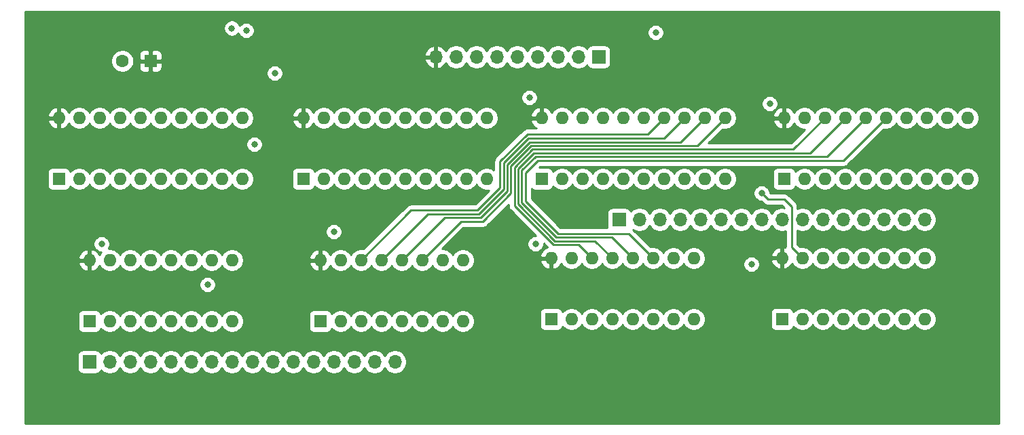
<source format=gbr>
%TF.GenerationSoftware,KiCad,Pcbnew,(5.1.10-1-10_14)*%
%TF.CreationDate,2021-09-30T18:38:52-04:00*%
%TF.ProjectId,address-register,61646472-6573-4732-9d72-656769737465,rev?*%
%TF.SameCoordinates,Original*%
%TF.FileFunction,Copper,L3,Inr*%
%TF.FilePolarity,Positive*%
%FSLAX46Y46*%
G04 Gerber Fmt 4.6, Leading zero omitted, Abs format (unit mm)*
G04 Created by KiCad (PCBNEW (5.1.10-1-10_14)) date 2021-09-30 18:38:52*
%MOMM*%
%LPD*%
G01*
G04 APERTURE LIST*
%TA.AperFunction,ComponentPad*%
%ADD10O,1.600000X1.600000*%
%TD*%
%TA.AperFunction,ComponentPad*%
%ADD11R,1.600000X1.600000*%
%TD*%
%TA.AperFunction,ComponentPad*%
%ADD12C,1.600000*%
%TD*%
%TA.AperFunction,ComponentPad*%
%ADD13O,1.700000X1.700000*%
%TD*%
%TA.AperFunction,ComponentPad*%
%ADD14R,1.700000X1.700000*%
%TD*%
%TA.AperFunction,ViaPad*%
%ADD15C,0.800000*%
%TD*%
%TA.AperFunction,Conductor*%
%ADD16C,0.250000*%
%TD*%
%TA.AperFunction,Conductor*%
%ADD17C,0.254000*%
%TD*%
%TA.AperFunction,Conductor*%
%ADD18C,0.100000*%
%TD*%
G04 APERTURE END LIST*
D10*
%TO.N,VCC*%
%TO.C,U7*%
X226060000Y-182118000D03*
%TO.N,GND*%
X248920000Y-189738000D03*
%TO.N,~ADR_BUS_2*%
X228600000Y-182118000D03*
%TO.N,BUS2_15*%
X246380000Y-189738000D03*
%TO.N,Q8*%
X231140000Y-182118000D03*
%TO.N,BUS2_14*%
X243840000Y-189738000D03*
%TO.N,Q9*%
X233680000Y-182118000D03*
%TO.N,BUS2_13*%
X241300000Y-189738000D03*
%TO.N,Q10*%
X236220000Y-182118000D03*
%TO.N,BUS2_12*%
X238760000Y-189738000D03*
%TO.N,Q11*%
X238760000Y-182118000D03*
%TO.N,BUS2_11*%
X236220000Y-189738000D03*
%TO.N,Q12*%
X241300000Y-182118000D03*
%TO.N,BUS2_10*%
X233680000Y-189738000D03*
%TO.N,Q13*%
X243840000Y-182118000D03*
%TO.N,BUS2_09*%
X231140000Y-189738000D03*
%TO.N,Q14*%
X246380000Y-182118000D03*
%TO.N,BUS2_08*%
X228600000Y-189738000D03*
%TO.N,Q15*%
X248920000Y-182118000D03*
D11*
%TO.N,GND*%
X226060000Y-189738000D03*
%TD*%
D10*
%TO.N,VCC*%
%TO.C,U6*%
X195834000Y-182118000D03*
%TO.N,GND*%
X218694000Y-189738000D03*
%TO.N,~ADR_BUS_2*%
X198374000Y-182118000D03*
%TO.N,BUS2_07*%
X216154000Y-189738000D03*
%TO.N,Q0*%
X200914000Y-182118000D03*
%TO.N,BUS2_06*%
X213614000Y-189738000D03*
%TO.N,Q1*%
X203454000Y-182118000D03*
%TO.N,BUS2_05*%
X211074000Y-189738000D03*
%TO.N,Q2*%
X205994000Y-182118000D03*
%TO.N,BUS2_04*%
X208534000Y-189738000D03*
%TO.N,Q3*%
X208534000Y-182118000D03*
%TO.N,BUS2_03*%
X205994000Y-189738000D03*
%TO.N,Q4*%
X211074000Y-182118000D03*
%TO.N,BUS2_02*%
X203454000Y-189738000D03*
%TO.N,Q5*%
X213614000Y-182118000D03*
%TO.N,BUS2_01*%
X200914000Y-189738000D03*
%TO.N,Q6*%
X216154000Y-182118000D03*
%TO.N,BUS2_00*%
X198374000Y-189738000D03*
%TO.N,Q7*%
X218694000Y-182118000D03*
D11*
%TO.N,GND*%
X195834000Y-189738000D03*
%TD*%
D10*
%TO.N,VCC*%
%TO.C,U3*%
X166116000Y-182118000D03*
%TO.N,GND*%
X188976000Y-189738000D03*
%TO.N,~ADR_BUS_1*%
X168656000Y-182118000D03*
%TO.N,BUS_15*%
X186436000Y-189738000D03*
%TO.N,Q8*%
X171196000Y-182118000D03*
%TO.N,BUS_14*%
X183896000Y-189738000D03*
%TO.N,Q9*%
X173736000Y-182118000D03*
%TO.N,BUS_13*%
X181356000Y-189738000D03*
%TO.N,Q10*%
X176276000Y-182118000D03*
%TO.N,BUS_12*%
X178816000Y-189738000D03*
%TO.N,Q11*%
X178816000Y-182118000D03*
%TO.N,BUS_11*%
X176276000Y-189738000D03*
%TO.N,Q12*%
X181356000Y-182118000D03*
%TO.N,BUS_10*%
X173736000Y-189738000D03*
%TO.N,Q13*%
X183896000Y-182118000D03*
%TO.N,BUS_09*%
X171196000Y-189738000D03*
%TO.N,Q14*%
X186436000Y-182118000D03*
%TO.N,BUS_08*%
X168656000Y-189738000D03*
%TO.N,Q15*%
X188976000Y-182118000D03*
D11*
%TO.N,GND*%
X166116000Y-189738000D03*
%TD*%
D10*
%TO.N,VCC*%
%TO.C,U2*%
X135636000Y-182118000D03*
%TO.N,GND*%
X158496000Y-189738000D03*
%TO.N,~ADR_BUS_1*%
X138176000Y-182118000D03*
%TO.N,BUS_07*%
X155956000Y-189738000D03*
%TO.N,Q0*%
X140716000Y-182118000D03*
%TO.N,BUS_06*%
X153416000Y-189738000D03*
%TO.N,Q1*%
X143256000Y-182118000D03*
%TO.N,BUS_05*%
X150876000Y-189738000D03*
%TO.N,Q2*%
X145796000Y-182118000D03*
%TO.N,BUS_04*%
X148336000Y-189738000D03*
%TO.N,Q3*%
X148336000Y-182118000D03*
%TO.N,BUS_03*%
X145796000Y-189738000D03*
%TO.N,Q4*%
X150876000Y-182118000D03*
%TO.N,BUS_02*%
X143256000Y-189738000D03*
%TO.N,Q5*%
X153416000Y-182118000D03*
%TO.N,BUS_01*%
X140716000Y-189738000D03*
%TO.N,Q6*%
X155956000Y-182118000D03*
%TO.N,BUS_00*%
X138176000Y-189738000D03*
%TO.N,Q7*%
X158496000Y-182118000D03*
D11*
%TO.N,GND*%
X135636000Y-189738000D03*
%TD*%
D12*
%TO.N,GND*%
%TO.C,C1*%
X143566000Y-175006000D03*
D11*
%TO.N,VCC*%
X147066000Y-175006000D03*
%TD*%
D13*
%TO.N,BUS2_15*%
%TO.C,J3*%
X243586000Y-194818000D03*
%TO.N,BUS2_14*%
X241046000Y-194818000D03*
%TO.N,BUS2_13*%
X238506000Y-194818000D03*
%TO.N,BUS2_12*%
X235966000Y-194818000D03*
%TO.N,BUS2_11*%
X233426000Y-194818000D03*
%TO.N,BUS2_10*%
X230886000Y-194818000D03*
%TO.N,BUS2_09*%
X228346000Y-194818000D03*
%TO.N,BUS2_08*%
X225806000Y-194818000D03*
%TO.N,BUS2_07*%
X223266000Y-194818000D03*
%TO.N,BUS2_06*%
X220726000Y-194818000D03*
%TO.N,BUS2_05*%
X218186000Y-194818000D03*
%TO.N,BUS2_04*%
X215646000Y-194818000D03*
%TO.N,BUS2_03*%
X213106000Y-194818000D03*
%TO.N,BUS2_02*%
X210566000Y-194818000D03*
%TO.N,BUS2_01*%
X208026000Y-194818000D03*
D14*
%TO.N,BUS2_00*%
X205486000Y-194818000D03*
%TD*%
D13*
%TO.N,BUS_15*%
%TO.C,J2*%
X177546000Y-212598000D03*
%TO.N,BUS_14*%
X175006000Y-212598000D03*
%TO.N,BUS_13*%
X172466000Y-212598000D03*
%TO.N,BUS_12*%
X169926000Y-212598000D03*
%TO.N,BUS_11*%
X167386000Y-212598000D03*
%TO.N,BUS_10*%
X164846000Y-212598000D03*
%TO.N,BUS_09*%
X162306000Y-212598000D03*
%TO.N,BUS_08*%
X159766000Y-212598000D03*
%TO.N,BUS_07*%
X157226000Y-212598000D03*
%TO.N,BUS_06*%
X154686000Y-212598000D03*
%TO.N,BUS_05*%
X152146000Y-212598000D03*
%TO.N,BUS_04*%
X149606000Y-212598000D03*
%TO.N,BUS_03*%
X147066000Y-212598000D03*
%TO.N,BUS_02*%
X144526000Y-212598000D03*
%TO.N,BUS_01*%
X141986000Y-212598000D03*
D14*
%TO.N,BUS_00*%
X139446000Y-212598000D03*
%TD*%
D10*
%TO.N,VCC*%
%TO.C,U8*%
X225806000Y-199636000D03*
%TO.N,GND*%
X243586000Y-207256000D03*
%TO.N,CARRY*%
X228346000Y-199636000D03*
%TO.N,GND*%
X241046000Y-207256000D03*
%TO.N,Q12*%
X230886000Y-199636000D03*
%TO.N,BUS_15*%
X238506000Y-207256000D03*
%TO.N,Q13*%
X233426000Y-199636000D03*
%TO.N,BUS_14*%
X235966000Y-207256000D03*
%TO.N,Q14*%
X235966000Y-199636000D03*
%TO.N,BUS_13*%
X233426000Y-207256000D03*
%TO.N,Q15*%
X238506000Y-199636000D03*
%TO.N,BUS_12*%
X230886000Y-207256000D03*
%TO.N,Net-(U5-Pad15)*%
X241046000Y-199636000D03*
%TO.N,CLOCK*%
X228346000Y-207256000D03*
%TO.N,~LOAD*%
X243586000Y-199636000D03*
D11*
%TO.N,INC_DEC*%
X225806000Y-207256000D03*
%TD*%
D10*
%TO.N,VCC*%
%TO.C,U5*%
X197019332Y-199644000D03*
%TO.N,GND*%
X214799332Y-207264000D03*
%TO.N,Net-(U5-Pad15)*%
X199559332Y-199644000D03*
%TO.N,GND*%
X212259332Y-207264000D03*
%TO.N,Q8*%
X202099332Y-199644000D03*
%TO.N,BUS_11*%
X209719332Y-207264000D03*
%TO.N,Q9*%
X204639332Y-199644000D03*
%TO.N,BUS_10*%
X207179332Y-207264000D03*
%TO.N,Q10*%
X207179332Y-199644000D03*
%TO.N,BUS_09*%
X204639332Y-207264000D03*
%TO.N,Q11*%
X209719332Y-199644000D03*
%TO.N,BUS_08*%
X202099332Y-207264000D03*
%TO.N,Net-(U4-Pad15)*%
X212259332Y-199644000D03*
%TO.N,CLOCK*%
X199559332Y-207264000D03*
%TO.N,~LOAD*%
X214799332Y-199644000D03*
D11*
%TO.N,INC_DEC*%
X197019332Y-207264000D03*
%TD*%
D10*
%TO.N,VCC*%
%TO.C,U4*%
X168232666Y-199898000D03*
%TO.N,GND*%
X186012666Y-207518000D03*
%TO.N,Net-(U4-Pad15)*%
X170772666Y-199898000D03*
%TO.N,GND*%
X183472666Y-207518000D03*
%TO.N,Q4*%
X173312666Y-199898000D03*
%TO.N,BUS_07*%
X180932666Y-207518000D03*
%TO.N,Q5*%
X175852666Y-199898000D03*
%TO.N,BUS_06*%
X178392666Y-207518000D03*
%TO.N,Q6*%
X178392666Y-199898000D03*
%TO.N,BUS_05*%
X175852666Y-207518000D03*
%TO.N,Q7*%
X180932666Y-199898000D03*
%TO.N,BUS_04*%
X173312666Y-207518000D03*
%TO.N,Net-(U1-Pad15)*%
X183472666Y-199898000D03*
%TO.N,CLOCK*%
X170772666Y-207518000D03*
%TO.N,~LOAD*%
X186012666Y-199898000D03*
D11*
%TO.N,INC_DEC*%
X168232666Y-207518000D03*
%TD*%
D10*
%TO.N,VCC*%
%TO.C,U1*%
X139446000Y-199898000D03*
%TO.N,GND*%
X157226000Y-207518000D03*
%TO.N,Net-(U1-Pad15)*%
X141986000Y-199898000D03*
%TO.N,~EN*%
X154686000Y-207518000D03*
%TO.N,Q0*%
X144526000Y-199898000D03*
%TO.N,BUS_03*%
X152146000Y-207518000D03*
%TO.N,Q1*%
X147066000Y-199898000D03*
%TO.N,BUS_02*%
X149606000Y-207518000D03*
%TO.N,Q2*%
X149606000Y-199898000D03*
%TO.N,BUS_01*%
X147066000Y-207518000D03*
%TO.N,Q3*%
X152146000Y-199898000D03*
%TO.N,BUS_00*%
X144526000Y-207518000D03*
%TO.N,GND*%
X154686000Y-199898000D03*
%TO.N,CLOCK*%
X141986000Y-207518000D03*
%TO.N,~LOAD*%
X157226000Y-199898000D03*
D11*
%TO.N,INC_DEC*%
X139446000Y-207518000D03*
%TD*%
D13*
%TO.N,VCC*%
%TO.C,J1*%
X182626000Y-174498000D03*
%TO.N,GND*%
X185166000Y-174498000D03*
%TO.N,~EN*%
X187706000Y-174498000D03*
%TO.N,INC_DEC*%
X190246000Y-174498000D03*
%TO.N,~LOAD*%
X192786000Y-174498000D03*
%TO.N,~ADR_BUS_2*%
X195326000Y-174498000D03*
%TO.N,~ADR_BUS_1*%
X197866000Y-174498000D03*
%TO.N,CARRY*%
X200406000Y-174498000D03*
D14*
%TO.N,CLOCK*%
X202946000Y-174498000D03*
%TD*%
D15*
%TO.N,GND*%
X221996000Y-200406000D03*
X195072000Y-197866000D03*
X162560000Y-176530000D03*
X140970000Y-197866000D03*
X169926000Y-196342000D03*
X194310000Y-179578000D03*
X224282000Y-180340000D03*
%TO.N,CARRY*%
X223266000Y-191516000D03*
%TO.N,CLOCK*%
X210058000Y-171450000D03*
%TO.N,~EN*%
X154178000Y-202946000D03*
%TO.N,INC_DEC*%
X157200500Y-170916500D03*
%TO.N,~LOAD*%
X160020000Y-185420000D03*
X159004000Y-171196000D03*
%TD*%
D16*
%TO.N,CARRY*%
X226981001Y-198271001D02*
X226981001Y-193199001D01*
X228346000Y-199636000D02*
X226981001Y-198271001D01*
X226981001Y-193199001D02*
X226060000Y-192278000D01*
X224028000Y-192278000D02*
X223266000Y-191516000D01*
X226060000Y-192278000D02*
X224028000Y-192278000D01*
%TO.N,Q4*%
X187841202Y-193663978D02*
X190651923Y-190853257D01*
X190651923Y-190853257D02*
X190651923Y-187545611D01*
X179546688Y-193663978D02*
X187841202Y-193663978D01*
X194047534Y-184150000D02*
X209042000Y-184150000D01*
X190651923Y-187545611D02*
X194047534Y-184150000D01*
X173312666Y-199898000D02*
X179546688Y-193663978D01*
X209042000Y-184150000D02*
X211074000Y-182118000D01*
%TO.N,Q5*%
X191101934Y-191039656D02*
X188027601Y-194113989D01*
X191101934Y-187732011D02*
X191101934Y-191039656D01*
X211074000Y-184658000D02*
X194175945Y-184658000D01*
X176652665Y-199098001D02*
X175852666Y-199898000D01*
X194175945Y-184658000D02*
X191101934Y-187732011D01*
X188027601Y-194113989D02*
X181636677Y-194113989D01*
X181636677Y-194113989D02*
X176652665Y-199098001D01*
X213614000Y-182118000D02*
X211074000Y-184658000D01*
%TO.N,Q6*%
X188214000Y-194564000D02*
X183726666Y-194564000D01*
X213128044Y-185143956D02*
X194326400Y-185143956D01*
X194326400Y-185143956D02*
X191551945Y-187918411D01*
X191551945Y-187918411D02*
X191551945Y-191226055D01*
X183726666Y-194564000D02*
X178392666Y-199898000D01*
X191551945Y-191226055D02*
X188214000Y-194564000D01*
X216154000Y-182118000D02*
X213128044Y-185143956D01*
%TO.N,Q7*%
X215218033Y-185593967D02*
X194512800Y-185593967D01*
X188468000Y-195072000D02*
X185758666Y-195072000D01*
X218694000Y-182118000D02*
X215218033Y-185593967D01*
X185758666Y-195072000D02*
X180932666Y-199898000D01*
X192001956Y-188104811D02*
X192001956Y-191538044D01*
X194512800Y-185593967D02*
X192001956Y-188104811D01*
X192001956Y-191538044D02*
X188468000Y-195072000D01*
%TO.N,Q8*%
X192451967Y-188291211D02*
X192451967Y-193091200D01*
X227214022Y-186043978D02*
X194699200Y-186043978D01*
X192451967Y-193091200D02*
X197306800Y-197946033D01*
X231140000Y-182118000D02*
X227214022Y-186043978D01*
X194699200Y-186043978D02*
X192451967Y-188291211D01*
X197306800Y-197946033D02*
X200401365Y-197946033D01*
X200401365Y-197946033D02*
X202099332Y-199644000D01*
%TO.N,Q9*%
X233680000Y-182118000D02*
X229304011Y-186493989D01*
X192901978Y-188477611D02*
X192901978Y-192904800D01*
X192901978Y-192904800D02*
X197493200Y-197496022D01*
X229304011Y-186493989D02*
X194885600Y-186493989D01*
X202491354Y-197496022D02*
X204639332Y-199644000D01*
X197493200Y-197496022D02*
X202491354Y-197496022D01*
X194885600Y-186493989D02*
X192901978Y-188477611D01*
%TO.N,Q10*%
X193351989Y-188664011D02*
X195072000Y-186944000D01*
X207179332Y-199644000D02*
X204581343Y-197046011D01*
X197679600Y-197046011D02*
X193351989Y-192718400D01*
X195072000Y-186944000D02*
X231394000Y-186944000D01*
X204581343Y-197046011D02*
X197679600Y-197046011D01*
X231394000Y-186944000D02*
X236220000Y-182118000D01*
X193351989Y-192718400D02*
X193351989Y-188664011D01*
%TO.N,Q11*%
X238760000Y-182118000D02*
X233426000Y-187452000D01*
X233426000Y-187452000D02*
X195326000Y-187452000D01*
X195326000Y-187452000D02*
X193802000Y-188976000D01*
X193802000Y-188976000D02*
X193802000Y-192532000D01*
X193802000Y-192532000D02*
X197866000Y-196596000D01*
X206671332Y-196596000D02*
X209719332Y-199644000D01*
X197866000Y-196596000D02*
X206671332Y-196596000D01*
%TD*%
D17*
%TO.N,VCC*%
X252832001Y-220320000D02*
X131470000Y-220320000D01*
X131470000Y-211748000D01*
X137957928Y-211748000D01*
X137957928Y-213448000D01*
X137970188Y-213572482D01*
X138006498Y-213692180D01*
X138065463Y-213802494D01*
X138144815Y-213899185D01*
X138241506Y-213978537D01*
X138351820Y-214037502D01*
X138471518Y-214073812D01*
X138596000Y-214086072D01*
X140296000Y-214086072D01*
X140420482Y-214073812D01*
X140540180Y-214037502D01*
X140650494Y-213978537D01*
X140747185Y-213899185D01*
X140826537Y-213802494D01*
X140885502Y-213692180D01*
X140907513Y-213619620D01*
X141039368Y-213751475D01*
X141282589Y-213913990D01*
X141552842Y-214025932D01*
X141839740Y-214083000D01*
X142132260Y-214083000D01*
X142419158Y-214025932D01*
X142689411Y-213913990D01*
X142932632Y-213751475D01*
X143139475Y-213544632D01*
X143256000Y-213370240D01*
X143372525Y-213544632D01*
X143579368Y-213751475D01*
X143822589Y-213913990D01*
X144092842Y-214025932D01*
X144379740Y-214083000D01*
X144672260Y-214083000D01*
X144959158Y-214025932D01*
X145229411Y-213913990D01*
X145472632Y-213751475D01*
X145679475Y-213544632D01*
X145796000Y-213370240D01*
X145912525Y-213544632D01*
X146119368Y-213751475D01*
X146362589Y-213913990D01*
X146632842Y-214025932D01*
X146919740Y-214083000D01*
X147212260Y-214083000D01*
X147499158Y-214025932D01*
X147769411Y-213913990D01*
X148012632Y-213751475D01*
X148219475Y-213544632D01*
X148336000Y-213370240D01*
X148452525Y-213544632D01*
X148659368Y-213751475D01*
X148902589Y-213913990D01*
X149172842Y-214025932D01*
X149459740Y-214083000D01*
X149752260Y-214083000D01*
X150039158Y-214025932D01*
X150309411Y-213913990D01*
X150552632Y-213751475D01*
X150759475Y-213544632D01*
X150876000Y-213370240D01*
X150992525Y-213544632D01*
X151199368Y-213751475D01*
X151442589Y-213913990D01*
X151712842Y-214025932D01*
X151999740Y-214083000D01*
X152292260Y-214083000D01*
X152579158Y-214025932D01*
X152849411Y-213913990D01*
X153092632Y-213751475D01*
X153299475Y-213544632D01*
X153416000Y-213370240D01*
X153532525Y-213544632D01*
X153739368Y-213751475D01*
X153982589Y-213913990D01*
X154252842Y-214025932D01*
X154539740Y-214083000D01*
X154832260Y-214083000D01*
X155119158Y-214025932D01*
X155389411Y-213913990D01*
X155632632Y-213751475D01*
X155839475Y-213544632D01*
X155956000Y-213370240D01*
X156072525Y-213544632D01*
X156279368Y-213751475D01*
X156522589Y-213913990D01*
X156792842Y-214025932D01*
X157079740Y-214083000D01*
X157372260Y-214083000D01*
X157659158Y-214025932D01*
X157929411Y-213913990D01*
X158172632Y-213751475D01*
X158379475Y-213544632D01*
X158496000Y-213370240D01*
X158612525Y-213544632D01*
X158819368Y-213751475D01*
X159062589Y-213913990D01*
X159332842Y-214025932D01*
X159619740Y-214083000D01*
X159912260Y-214083000D01*
X160199158Y-214025932D01*
X160469411Y-213913990D01*
X160712632Y-213751475D01*
X160919475Y-213544632D01*
X161036000Y-213370240D01*
X161152525Y-213544632D01*
X161359368Y-213751475D01*
X161602589Y-213913990D01*
X161872842Y-214025932D01*
X162159740Y-214083000D01*
X162452260Y-214083000D01*
X162739158Y-214025932D01*
X163009411Y-213913990D01*
X163252632Y-213751475D01*
X163459475Y-213544632D01*
X163576000Y-213370240D01*
X163692525Y-213544632D01*
X163899368Y-213751475D01*
X164142589Y-213913990D01*
X164412842Y-214025932D01*
X164699740Y-214083000D01*
X164992260Y-214083000D01*
X165279158Y-214025932D01*
X165549411Y-213913990D01*
X165792632Y-213751475D01*
X165999475Y-213544632D01*
X166116000Y-213370240D01*
X166232525Y-213544632D01*
X166439368Y-213751475D01*
X166682589Y-213913990D01*
X166952842Y-214025932D01*
X167239740Y-214083000D01*
X167532260Y-214083000D01*
X167819158Y-214025932D01*
X168089411Y-213913990D01*
X168332632Y-213751475D01*
X168539475Y-213544632D01*
X168656000Y-213370240D01*
X168772525Y-213544632D01*
X168979368Y-213751475D01*
X169222589Y-213913990D01*
X169492842Y-214025932D01*
X169779740Y-214083000D01*
X170072260Y-214083000D01*
X170359158Y-214025932D01*
X170629411Y-213913990D01*
X170872632Y-213751475D01*
X171079475Y-213544632D01*
X171196000Y-213370240D01*
X171312525Y-213544632D01*
X171519368Y-213751475D01*
X171762589Y-213913990D01*
X172032842Y-214025932D01*
X172319740Y-214083000D01*
X172612260Y-214083000D01*
X172899158Y-214025932D01*
X173169411Y-213913990D01*
X173412632Y-213751475D01*
X173619475Y-213544632D01*
X173736000Y-213370240D01*
X173852525Y-213544632D01*
X174059368Y-213751475D01*
X174302589Y-213913990D01*
X174572842Y-214025932D01*
X174859740Y-214083000D01*
X175152260Y-214083000D01*
X175439158Y-214025932D01*
X175709411Y-213913990D01*
X175952632Y-213751475D01*
X176159475Y-213544632D01*
X176276000Y-213370240D01*
X176392525Y-213544632D01*
X176599368Y-213751475D01*
X176842589Y-213913990D01*
X177112842Y-214025932D01*
X177399740Y-214083000D01*
X177692260Y-214083000D01*
X177979158Y-214025932D01*
X178249411Y-213913990D01*
X178492632Y-213751475D01*
X178699475Y-213544632D01*
X178861990Y-213301411D01*
X178973932Y-213031158D01*
X179031000Y-212744260D01*
X179031000Y-212451740D01*
X178973932Y-212164842D01*
X178861990Y-211894589D01*
X178699475Y-211651368D01*
X178492632Y-211444525D01*
X178249411Y-211282010D01*
X177979158Y-211170068D01*
X177692260Y-211113000D01*
X177399740Y-211113000D01*
X177112842Y-211170068D01*
X176842589Y-211282010D01*
X176599368Y-211444525D01*
X176392525Y-211651368D01*
X176276000Y-211825760D01*
X176159475Y-211651368D01*
X175952632Y-211444525D01*
X175709411Y-211282010D01*
X175439158Y-211170068D01*
X175152260Y-211113000D01*
X174859740Y-211113000D01*
X174572842Y-211170068D01*
X174302589Y-211282010D01*
X174059368Y-211444525D01*
X173852525Y-211651368D01*
X173736000Y-211825760D01*
X173619475Y-211651368D01*
X173412632Y-211444525D01*
X173169411Y-211282010D01*
X172899158Y-211170068D01*
X172612260Y-211113000D01*
X172319740Y-211113000D01*
X172032842Y-211170068D01*
X171762589Y-211282010D01*
X171519368Y-211444525D01*
X171312525Y-211651368D01*
X171196000Y-211825760D01*
X171079475Y-211651368D01*
X170872632Y-211444525D01*
X170629411Y-211282010D01*
X170359158Y-211170068D01*
X170072260Y-211113000D01*
X169779740Y-211113000D01*
X169492842Y-211170068D01*
X169222589Y-211282010D01*
X168979368Y-211444525D01*
X168772525Y-211651368D01*
X168656000Y-211825760D01*
X168539475Y-211651368D01*
X168332632Y-211444525D01*
X168089411Y-211282010D01*
X167819158Y-211170068D01*
X167532260Y-211113000D01*
X167239740Y-211113000D01*
X166952842Y-211170068D01*
X166682589Y-211282010D01*
X166439368Y-211444525D01*
X166232525Y-211651368D01*
X166116000Y-211825760D01*
X165999475Y-211651368D01*
X165792632Y-211444525D01*
X165549411Y-211282010D01*
X165279158Y-211170068D01*
X164992260Y-211113000D01*
X164699740Y-211113000D01*
X164412842Y-211170068D01*
X164142589Y-211282010D01*
X163899368Y-211444525D01*
X163692525Y-211651368D01*
X163576000Y-211825760D01*
X163459475Y-211651368D01*
X163252632Y-211444525D01*
X163009411Y-211282010D01*
X162739158Y-211170068D01*
X162452260Y-211113000D01*
X162159740Y-211113000D01*
X161872842Y-211170068D01*
X161602589Y-211282010D01*
X161359368Y-211444525D01*
X161152525Y-211651368D01*
X161036000Y-211825760D01*
X160919475Y-211651368D01*
X160712632Y-211444525D01*
X160469411Y-211282010D01*
X160199158Y-211170068D01*
X159912260Y-211113000D01*
X159619740Y-211113000D01*
X159332842Y-211170068D01*
X159062589Y-211282010D01*
X158819368Y-211444525D01*
X158612525Y-211651368D01*
X158496000Y-211825760D01*
X158379475Y-211651368D01*
X158172632Y-211444525D01*
X157929411Y-211282010D01*
X157659158Y-211170068D01*
X157372260Y-211113000D01*
X157079740Y-211113000D01*
X156792842Y-211170068D01*
X156522589Y-211282010D01*
X156279368Y-211444525D01*
X156072525Y-211651368D01*
X155956000Y-211825760D01*
X155839475Y-211651368D01*
X155632632Y-211444525D01*
X155389411Y-211282010D01*
X155119158Y-211170068D01*
X154832260Y-211113000D01*
X154539740Y-211113000D01*
X154252842Y-211170068D01*
X153982589Y-211282010D01*
X153739368Y-211444525D01*
X153532525Y-211651368D01*
X153416000Y-211825760D01*
X153299475Y-211651368D01*
X153092632Y-211444525D01*
X152849411Y-211282010D01*
X152579158Y-211170068D01*
X152292260Y-211113000D01*
X151999740Y-211113000D01*
X151712842Y-211170068D01*
X151442589Y-211282010D01*
X151199368Y-211444525D01*
X150992525Y-211651368D01*
X150876000Y-211825760D01*
X150759475Y-211651368D01*
X150552632Y-211444525D01*
X150309411Y-211282010D01*
X150039158Y-211170068D01*
X149752260Y-211113000D01*
X149459740Y-211113000D01*
X149172842Y-211170068D01*
X148902589Y-211282010D01*
X148659368Y-211444525D01*
X148452525Y-211651368D01*
X148336000Y-211825760D01*
X148219475Y-211651368D01*
X148012632Y-211444525D01*
X147769411Y-211282010D01*
X147499158Y-211170068D01*
X147212260Y-211113000D01*
X146919740Y-211113000D01*
X146632842Y-211170068D01*
X146362589Y-211282010D01*
X146119368Y-211444525D01*
X145912525Y-211651368D01*
X145796000Y-211825760D01*
X145679475Y-211651368D01*
X145472632Y-211444525D01*
X145229411Y-211282010D01*
X144959158Y-211170068D01*
X144672260Y-211113000D01*
X144379740Y-211113000D01*
X144092842Y-211170068D01*
X143822589Y-211282010D01*
X143579368Y-211444525D01*
X143372525Y-211651368D01*
X143256000Y-211825760D01*
X143139475Y-211651368D01*
X142932632Y-211444525D01*
X142689411Y-211282010D01*
X142419158Y-211170068D01*
X142132260Y-211113000D01*
X141839740Y-211113000D01*
X141552842Y-211170068D01*
X141282589Y-211282010D01*
X141039368Y-211444525D01*
X140907513Y-211576380D01*
X140885502Y-211503820D01*
X140826537Y-211393506D01*
X140747185Y-211296815D01*
X140650494Y-211217463D01*
X140540180Y-211158498D01*
X140420482Y-211122188D01*
X140296000Y-211109928D01*
X138596000Y-211109928D01*
X138471518Y-211122188D01*
X138351820Y-211158498D01*
X138241506Y-211217463D01*
X138144815Y-211296815D01*
X138065463Y-211393506D01*
X138006498Y-211503820D01*
X137970188Y-211623518D01*
X137957928Y-211748000D01*
X131470000Y-211748000D01*
X131470000Y-206718000D01*
X138007928Y-206718000D01*
X138007928Y-208318000D01*
X138020188Y-208442482D01*
X138056498Y-208562180D01*
X138115463Y-208672494D01*
X138194815Y-208769185D01*
X138291506Y-208848537D01*
X138401820Y-208907502D01*
X138521518Y-208943812D01*
X138646000Y-208956072D01*
X140246000Y-208956072D01*
X140370482Y-208943812D01*
X140490180Y-208907502D01*
X140600494Y-208848537D01*
X140697185Y-208769185D01*
X140776537Y-208672494D01*
X140835502Y-208562180D01*
X140871812Y-208442482D01*
X140872643Y-208434039D01*
X141071241Y-208632637D01*
X141306273Y-208789680D01*
X141567426Y-208897853D01*
X141844665Y-208953000D01*
X142127335Y-208953000D01*
X142404574Y-208897853D01*
X142665727Y-208789680D01*
X142900759Y-208632637D01*
X143100637Y-208432759D01*
X143256000Y-208200241D01*
X143411363Y-208432759D01*
X143611241Y-208632637D01*
X143846273Y-208789680D01*
X144107426Y-208897853D01*
X144384665Y-208953000D01*
X144667335Y-208953000D01*
X144944574Y-208897853D01*
X145205727Y-208789680D01*
X145440759Y-208632637D01*
X145640637Y-208432759D01*
X145796000Y-208200241D01*
X145951363Y-208432759D01*
X146151241Y-208632637D01*
X146386273Y-208789680D01*
X146647426Y-208897853D01*
X146924665Y-208953000D01*
X147207335Y-208953000D01*
X147484574Y-208897853D01*
X147745727Y-208789680D01*
X147980759Y-208632637D01*
X148180637Y-208432759D01*
X148336000Y-208200241D01*
X148491363Y-208432759D01*
X148691241Y-208632637D01*
X148926273Y-208789680D01*
X149187426Y-208897853D01*
X149464665Y-208953000D01*
X149747335Y-208953000D01*
X150024574Y-208897853D01*
X150285727Y-208789680D01*
X150520759Y-208632637D01*
X150720637Y-208432759D01*
X150876000Y-208200241D01*
X151031363Y-208432759D01*
X151231241Y-208632637D01*
X151466273Y-208789680D01*
X151727426Y-208897853D01*
X152004665Y-208953000D01*
X152287335Y-208953000D01*
X152564574Y-208897853D01*
X152825727Y-208789680D01*
X153060759Y-208632637D01*
X153260637Y-208432759D01*
X153416000Y-208200241D01*
X153571363Y-208432759D01*
X153771241Y-208632637D01*
X154006273Y-208789680D01*
X154267426Y-208897853D01*
X154544665Y-208953000D01*
X154827335Y-208953000D01*
X155104574Y-208897853D01*
X155365727Y-208789680D01*
X155600759Y-208632637D01*
X155800637Y-208432759D01*
X155956000Y-208200241D01*
X156111363Y-208432759D01*
X156311241Y-208632637D01*
X156546273Y-208789680D01*
X156807426Y-208897853D01*
X157084665Y-208953000D01*
X157367335Y-208953000D01*
X157644574Y-208897853D01*
X157905727Y-208789680D01*
X158140759Y-208632637D01*
X158340637Y-208432759D01*
X158497680Y-208197727D01*
X158605853Y-207936574D01*
X158661000Y-207659335D01*
X158661000Y-207376665D01*
X158605853Y-207099426D01*
X158497680Y-206838273D01*
X158417317Y-206718000D01*
X166794594Y-206718000D01*
X166794594Y-208318000D01*
X166806854Y-208442482D01*
X166843164Y-208562180D01*
X166902129Y-208672494D01*
X166981481Y-208769185D01*
X167078172Y-208848537D01*
X167188486Y-208907502D01*
X167308184Y-208943812D01*
X167432666Y-208956072D01*
X169032666Y-208956072D01*
X169157148Y-208943812D01*
X169276846Y-208907502D01*
X169387160Y-208848537D01*
X169483851Y-208769185D01*
X169563203Y-208672494D01*
X169622168Y-208562180D01*
X169658478Y-208442482D01*
X169659309Y-208434039D01*
X169857907Y-208632637D01*
X170092939Y-208789680D01*
X170354092Y-208897853D01*
X170631331Y-208953000D01*
X170914001Y-208953000D01*
X171191240Y-208897853D01*
X171452393Y-208789680D01*
X171687425Y-208632637D01*
X171887303Y-208432759D01*
X172042666Y-208200241D01*
X172198029Y-208432759D01*
X172397907Y-208632637D01*
X172632939Y-208789680D01*
X172894092Y-208897853D01*
X173171331Y-208953000D01*
X173454001Y-208953000D01*
X173731240Y-208897853D01*
X173992393Y-208789680D01*
X174227425Y-208632637D01*
X174427303Y-208432759D01*
X174582666Y-208200241D01*
X174738029Y-208432759D01*
X174937907Y-208632637D01*
X175172939Y-208789680D01*
X175434092Y-208897853D01*
X175711331Y-208953000D01*
X175994001Y-208953000D01*
X176271240Y-208897853D01*
X176532393Y-208789680D01*
X176767425Y-208632637D01*
X176967303Y-208432759D01*
X177122666Y-208200241D01*
X177278029Y-208432759D01*
X177477907Y-208632637D01*
X177712939Y-208789680D01*
X177974092Y-208897853D01*
X178251331Y-208953000D01*
X178534001Y-208953000D01*
X178811240Y-208897853D01*
X179072393Y-208789680D01*
X179307425Y-208632637D01*
X179507303Y-208432759D01*
X179662666Y-208200241D01*
X179818029Y-208432759D01*
X180017907Y-208632637D01*
X180252939Y-208789680D01*
X180514092Y-208897853D01*
X180791331Y-208953000D01*
X181074001Y-208953000D01*
X181351240Y-208897853D01*
X181612393Y-208789680D01*
X181847425Y-208632637D01*
X182047303Y-208432759D01*
X182202666Y-208200241D01*
X182358029Y-208432759D01*
X182557907Y-208632637D01*
X182792939Y-208789680D01*
X183054092Y-208897853D01*
X183331331Y-208953000D01*
X183614001Y-208953000D01*
X183891240Y-208897853D01*
X184152393Y-208789680D01*
X184387425Y-208632637D01*
X184587303Y-208432759D01*
X184742666Y-208200241D01*
X184898029Y-208432759D01*
X185097907Y-208632637D01*
X185332939Y-208789680D01*
X185594092Y-208897853D01*
X185871331Y-208953000D01*
X186154001Y-208953000D01*
X186431240Y-208897853D01*
X186692393Y-208789680D01*
X186927425Y-208632637D01*
X187127303Y-208432759D01*
X187284346Y-208197727D01*
X187392519Y-207936574D01*
X187447666Y-207659335D01*
X187447666Y-207376665D01*
X187392519Y-207099426D01*
X187284346Y-206838273D01*
X187127303Y-206603241D01*
X186988062Y-206464000D01*
X195581260Y-206464000D01*
X195581260Y-208064000D01*
X195593520Y-208188482D01*
X195629830Y-208308180D01*
X195688795Y-208418494D01*
X195768147Y-208515185D01*
X195864838Y-208594537D01*
X195975152Y-208653502D01*
X196094850Y-208689812D01*
X196219332Y-208702072D01*
X197819332Y-208702072D01*
X197943814Y-208689812D01*
X198063512Y-208653502D01*
X198173826Y-208594537D01*
X198270517Y-208515185D01*
X198349869Y-208418494D01*
X198408834Y-208308180D01*
X198445144Y-208188482D01*
X198445975Y-208180039D01*
X198644573Y-208378637D01*
X198879605Y-208535680D01*
X199140758Y-208643853D01*
X199417997Y-208699000D01*
X199700667Y-208699000D01*
X199977906Y-208643853D01*
X200239059Y-208535680D01*
X200474091Y-208378637D01*
X200673969Y-208178759D01*
X200829332Y-207946241D01*
X200984695Y-208178759D01*
X201184573Y-208378637D01*
X201419605Y-208535680D01*
X201680758Y-208643853D01*
X201957997Y-208699000D01*
X202240667Y-208699000D01*
X202517906Y-208643853D01*
X202779059Y-208535680D01*
X203014091Y-208378637D01*
X203213969Y-208178759D01*
X203369332Y-207946241D01*
X203524695Y-208178759D01*
X203724573Y-208378637D01*
X203959605Y-208535680D01*
X204220758Y-208643853D01*
X204497997Y-208699000D01*
X204780667Y-208699000D01*
X205057906Y-208643853D01*
X205319059Y-208535680D01*
X205554091Y-208378637D01*
X205753969Y-208178759D01*
X205909332Y-207946241D01*
X206064695Y-208178759D01*
X206264573Y-208378637D01*
X206499605Y-208535680D01*
X206760758Y-208643853D01*
X207037997Y-208699000D01*
X207320667Y-208699000D01*
X207597906Y-208643853D01*
X207859059Y-208535680D01*
X208094091Y-208378637D01*
X208293969Y-208178759D01*
X208449332Y-207946241D01*
X208604695Y-208178759D01*
X208804573Y-208378637D01*
X209039605Y-208535680D01*
X209300758Y-208643853D01*
X209577997Y-208699000D01*
X209860667Y-208699000D01*
X210137906Y-208643853D01*
X210399059Y-208535680D01*
X210634091Y-208378637D01*
X210833969Y-208178759D01*
X210989332Y-207946241D01*
X211144695Y-208178759D01*
X211344573Y-208378637D01*
X211579605Y-208535680D01*
X211840758Y-208643853D01*
X212117997Y-208699000D01*
X212400667Y-208699000D01*
X212677906Y-208643853D01*
X212939059Y-208535680D01*
X213174091Y-208378637D01*
X213373969Y-208178759D01*
X213529332Y-207946241D01*
X213684695Y-208178759D01*
X213884573Y-208378637D01*
X214119605Y-208535680D01*
X214380758Y-208643853D01*
X214657997Y-208699000D01*
X214940667Y-208699000D01*
X215217906Y-208643853D01*
X215479059Y-208535680D01*
X215714091Y-208378637D01*
X215913969Y-208178759D01*
X216071012Y-207943727D01*
X216179185Y-207682574D01*
X216234332Y-207405335D01*
X216234332Y-207122665D01*
X216179185Y-206845426D01*
X216071012Y-206584273D01*
X215985303Y-206456000D01*
X224367928Y-206456000D01*
X224367928Y-208056000D01*
X224380188Y-208180482D01*
X224416498Y-208300180D01*
X224475463Y-208410494D01*
X224554815Y-208507185D01*
X224651506Y-208586537D01*
X224761820Y-208645502D01*
X224881518Y-208681812D01*
X225006000Y-208694072D01*
X226606000Y-208694072D01*
X226730482Y-208681812D01*
X226850180Y-208645502D01*
X226960494Y-208586537D01*
X227057185Y-208507185D01*
X227136537Y-208410494D01*
X227195502Y-208300180D01*
X227231812Y-208180482D01*
X227232643Y-208172039D01*
X227431241Y-208370637D01*
X227666273Y-208527680D01*
X227927426Y-208635853D01*
X228204665Y-208691000D01*
X228487335Y-208691000D01*
X228764574Y-208635853D01*
X229025727Y-208527680D01*
X229260759Y-208370637D01*
X229460637Y-208170759D01*
X229616000Y-207938241D01*
X229771363Y-208170759D01*
X229971241Y-208370637D01*
X230206273Y-208527680D01*
X230467426Y-208635853D01*
X230744665Y-208691000D01*
X231027335Y-208691000D01*
X231304574Y-208635853D01*
X231565727Y-208527680D01*
X231800759Y-208370637D01*
X232000637Y-208170759D01*
X232156000Y-207938241D01*
X232311363Y-208170759D01*
X232511241Y-208370637D01*
X232746273Y-208527680D01*
X233007426Y-208635853D01*
X233284665Y-208691000D01*
X233567335Y-208691000D01*
X233844574Y-208635853D01*
X234105727Y-208527680D01*
X234340759Y-208370637D01*
X234540637Y-208170759D01*
X234696000Y-207938241D01*
X234851363Y-208170759D01*
X235051241Y-208370637D01*
X235286273Y-208527680D01*
X235547426Y-208635853D01*
X235824665Y-208691000D01*
X236107335Y-208691000D01*
X236384574Y-208635853D01*
X236645727Y-208527680D01*
X236880759Y-208370637D01*
X237080637Y-208170759D01*
X237236000Y-207938241D01*
X237391363Y-208170759D01*
X237591241Y-208370637D01*
X237826273Y-208527680D01*
X238087426Y-208635853D01*
X238364665Y-208691000D01*
X238647335Y-208691000D01*
X238924574Y-208635853D01*
X239185727Y-208527680D01*
X239420759Y-208370637D01*
X239620637Y-208170759D01*
X239776000Y-207938241D01*
X239931363Y-208170759D01*
X240131241Y-208370637D01*
X240366273Y-208527680D01*
X240627426Y-208635853D01*
X240904665Y-208691000D01*
X241187335Y-208691000D01*
X241464574Y-208635853D01*
X241725727Y-208527680D01*
X241960759Y-208370637D01*
X242160637Y-208170759D01*
X242316000Y-207938241D01*
X242471363Y-208170759D01*
X242671241Y-208370637D01*
X242906273Y-208527680D01*
X243167426Y-208635853D01*
X243444665Y-208691000D01*
X243727335Y-208691000D01*
X244004574Y-208635853D01*
X244265727Y-208527680D01*
X244500759Y-208370637D01*
X244700637Y-208170759D01*
X244857680Y-207935727D01*
X244965853Y-207674574D01*
X245021000Y-207397335D01*
X245021000Y-207114665D01*
X244965853Y-206837426D01*
X244857680Y-206576273D01*
X244700637Y-206341241D01*
X244500759Y-206141363D01*
X244265727Y-205984320D01*
X244004574Y-205876147D01*
X243727335Y-205821000D01*
X243444665Y-205821000D01*
X243167426Y-205876147D01*
X242906273Y-205984320D01*
X242671241Y-206141363D01*
X242471363Y-206341241D01*
X242316000Y-206573759D01*
X242160637Y-206341241D01*
X241960759Y-206141363D01*
X241725727Y-205984320D01*
X241464574Y-205876147D01*
X241187335Y-205821000D01*
X240904665Y-205821000D01*
X240627426Y-205876147D01*
X240366273Y-205984320D01*
X240131241Y-206141363D01*
X239931363Y-206341241D01*
X239776000Y-206573759D01*
X239620637Y-206341241D01*
X239420759Y-206141363D01*
X239185727Y-205984320D01*
X238924574Y-205876147D01*
X238647335Y-205821000D01*
X238364665Y-205821000D01*
X238087426Y-205876147D01*
X237826273Y-205984320D01*
X237591241Y-206141363D01*
X237391363Y-206341241D01*
X237236000Y-206573759D01*
X237080637Y-206341241D01*
X236880759Y-206141363D01*
X236645727Y-205984320D01*
X236384574Y-205876147D01*
X236107335Y-205821000D01*
X235824665Y-205821000D01*
X235547426Y-205876147D01*
X235286273Y-205984320D01*
X235051241Y-206141363D01*
X234851363Y-206341241D01*
X234696000Y-206573759D01*
X234540637Y-206341241D01*
X234340759Y-206141363D01*
X234105727Y-205984320D01*
X233844574Y-205876147D01*
X233567335Y-205821000D01*
X233284665Y-205821000D01*
X233007426Y-205876147D01*
X232746273Y-205984320D01*
X232511241Y-206141363D01*
X232311363Y-206341241D01*
X232156000Y-206573759D01*
X232000637Y-206341241D01*
X231800759Y-206141363D01*
X231565727Y-205984320D01*
X231304574Y-205876147D01*
X231027335Y-205821000D01*
X230744665Y-205821000D01*
X230467426Y-205876147D01*
X230206273Y-205984320D01*
X229971241Y-206141363D01*
X229771363Y-206341241D01*
X229616000Y-206573759D01*
X229460637Y-206341241D01*
X229260759Y-206141363D01*
X229025727Y-205984320D01*
X228764574Y-205876147D01*
X228487335Y-205821000D01*
X228204665Y-205821000D01*
X227927426Y-205876147D01*
X227666273Y-205984320D01*
X227431241Y-206141363D01*
X227232643Y-206339961D01*
X227231812Y-206331518D01*
X227195502Y-206211820D01*
X227136537Y-206101506D01*
X227057185Y-206004815D01*
X226960494Y-205925463D01*
X226850180Y-205866498D01*
X226730482Y-205830188D01*
X226606000Y-205817928D01*
X225006000Y-205817928D01*
X224881518Y-205830188D01*
X224761820Y-205866498D01*
X224651506Y-205925463D01*
X224554815Y-206004815D01*
X224475463Y-206101506D01*
X224416498Y-206211820D01*
X224380188Y-206331518D01*
X224367928Y-206456000D01*
X215985303Y-206456000D01*
X215913969Y-206349241D01*
X215714091Y-206149363D01*
X215479059Y-205992320D01*
X215217906Y-205884147D01*
X214940667Y-205829000D01*
X214657997Y-205829000D01*
X214380758Y-205884147D01*
X214119605Y-205992320D01*
X213884573Y-206149363D01*
X213684695Y-206349241D01*
X213529332Y-206581759D01*
X213373969Y-206349241D01*
X213174091Y-206149363D01*
X212939059Y-205992320D01*
X212677906Y-205884147D01*
X212400667Y-205829000D01*
X212117997Y-205829000D01*
X211840758Y-205884147D01*
X211579605Y-205992320D01*
X211344573Y-206149363D01*
X211144695Y-206349241D01*
X210989332Y-206581759D01*
X210833969Y-206349241D01*
X210634091Y-206149363D01*
X210399059Y-205992320D01*
X210137906Y-205884147D01*
X209860667Y-205829000D01*
X209577997Y-205829000D01*
X209300758Y-205884147D01*
X209039605Y-205992320D01*
X208804573Y-206149363D01*
X208604695Y-206349241D01*
X208449332Y-206581759D01*
X208293969Y-206349241D01*
X208094091Y-206149363D01*
X207859059Y-205992320D01*
X207597906Y-205884147D01*
X207320667Y-205829000D01*
X207037997Y-205829000D01*
X206760758Y-205884147D01*
X206499605Y-205992320D01*
X206264573Y-206149363D01*
X206064695Y-206349241D01*
X205909332Y-206581759D01*
X205753969Y-206349241D01*
X205554091Y-206149363D01*
X205319059Y-205992320D01*
X205057906Y-205884147D01*
X204780667Y-205829000D01*
X204497997Y-205829000D01*
X204220758Y-205884147D01*
X203959605Y-205992320D01*
X203724573Y-206149363D01*
X203524695Y-206349241D01*
X203369332Y-206581759D01*
X203213969Y-206349241D01*
X203014091Y-206149363D01*
X202779059Y-205992320D01*
X202517906Y-205884147D01*
X202240667Y-205829000D01*
X201957997Y-205829000D01*
X201680758Y-205884147D01*
X201419605Y-205992320D01*
X201184573Y-206149363D01*
X200984695Y-206349241D01*
X200829332Y-206581759D01*
X200673969Y-206349241D01*
X200474091Y-206149363D01*
X200239059Y-205992320D01*
X199977906Y-205884147D01*
X199700667Y-205829000D01*
X199417997Y-205829000D01*
X199140758Y-205884147D01*
X198879605Y-205992320D01*
X198644573Y-206149363D01*
X198445975Y-206347961D01*
X198445144Y-206339518D01*
X198408834Y-206219820D01*
X198349869Y-206109506D01*
X198270517Y-206012815D01*
X198173826Y-205933463D01*
X198063512Y-205874498D01*
X197943814Y-205838188D01*
X197819332Y-205825928D01*
X196219332Y-205825928D01*
X196094850Y-205838188D01*
X195975152Y-205874498D01*
X195864838Y-205933463D01*
X195768147Y-206012815D01*
X195688795Y-206109506D01*
X195629830Y-206219820D01*
X195593520Y-206339518D01*
X195581260Y-206464000D01*
X186988062Y-206464000D01*
X186927425Y-206403363D01*
X186692393Y-206246320D01*
X186431240Y-206138147D01*
X186154001Y-206083000D01*
X185871331Y-206083000D01*
X185594092Y-206138147D01*
X185332939Y-206246320D01*
X185097907Y-206403363D01*
X184898029Y-206603241D01*
X184742666Y-206835759D01*
X184587303Y-206603241D01*
X184387425Y-206403363D01*
X184152393Y-206246320D01*
X183891240Y-206138147D01*
X183614001Y-206083000D01*
X183331331Y-206083000D01*
X183054092Y-206138147D01*
X182792939Y-206246320D01*
X182557907Y-206403363D01*
X182358029Y-206603241D01*
X182202666Y-206835759D01*
X182047303Y-206603241D01*
X181847425Y-206403363D01*
X181612393Y-206246320D01*
X181351240Y-206138147D01*
X181074001Y-206083000D01*
X180791331Y-206083000D01*
X180514092Y-206138147D01*
X180252939Y-206246320D01*
X180017907Y-206403363D01*
X179818029Y-206603241D01*
X179662666Y-206835759D01*
X179507303Y-206603241D01*
X179307425Y-206403363D01*
X179072393Y-206246320D01*
X178811240Y-206138147D01*
X178534001Y-206083000D01*
X178251331Y-206083000D01*
X177974092Y-206138147D01*
X177712939Y-206246320D01*
X177477907Y-206403363D01*
X177278029Y-206603241D01*
X177122666Y-206835759D01*
X176967303Y-206603241D01*
X176767425Y-206403363D01*
X176532393Y-206246320D01*
X176271240Y-206138147D01*
X175994001Y-206083000D01*
X175711331Y-206083000D01*
X175434092Y-206138147D01*
X175172939Y-206246320D01*
X174937907Y-206403363D01*
X174738029Y-206603241D01*
X174582666Y-206835759D01*
X174427303Y-206603241D01*
X174227425Y-206403363D01*
X173992393Y-206246320D01*
X173731240Y-206138147D01*
X173454001Y-206083000D01*
X173171331Y-206083000D01*
X172894092Y-206138147D01*
X172632939Y-206246320D01*
X172397907Y-206403363D01*
X172198029Y-206603241D01*
X172042666Y-206835759D01*
X171887303Y-206603241D01*
X171687425Y-206403363D01*
X171452393Y-206246320D01*
X171191240Y-206138147D01*
X170914001Y-206083000D01*
X170631331Y-206083000D01*
X170354092Y-206138147D01*
X170092939Y-206246320D01*
X169857907Y-206403363D01*
X169659309Y-206601961D01*
X169658478Y-206593518D01*
X169622168Y-206473820D01*
X169563203Y-206363506D01*
X169483851Y-206266815D01*
X169387160Y-206187463D01*
X169276846Y-206128498D01*
X169157148Y-206092188D01*
X169032666Y-206079928D01*
X167432666Y-206079928D01*
X167308184Y-206092188D01*
X167188486Y-206128498D01*
X167078172Y-206187463D01*
X166981481Y-206266815D01*
X166902129Y-206363506D01*
X166843164Y-206473820D01*
X166806854Y-206593518D01*
X166794594Y-206718000D01*
X158417317Y-206718000D01*
X158340637Y-206603241D01*
X158140759Y-206403363D01*
X157905727Y-206246320D01*
X157644574Y-206138147D01*
X157367335Y-206083000D01*
X157084665Y-206083000D01*
X156807426Y-206138147D01*
X156546273Y-206246320D01*
X156311241Y-206403363D01*
X156111363Y-206603241D01*
X155956000Y-206835759D01*
X155800637Y-206603241D01*
X155600759Y-206403363D01*
X155365727Y-206246320D01*
X155104574Y-206138147D01*
X154827335Y-206083000D01*
X154544665Y-206083000D01*
X154267426Y-206138147D01*
X154006273Y-206246320D01*
X153771241Y-206403363D01*
X153571363Y-206603241D01*
X153416000Y-206835759D01*
X153260637Y-206603241D01*
X153060759Y-206403363D01*
X152825727Y-206246320D01*
X152564574Y-206138147D01*
X152287335Y-206083000D01*
X152004665Y-206083000D01*
X151727426Y-206138147D01*
X151466273Y-206246320D01*
X151231241Y-206403363D01*
X151031363Y-206603241D01*
X150876000Y-206835759D01*
X150720637Y-206603241D01*
X150520759Y-206403363D01*
X150285727Y-206246320D01*
X150024574Y-206138147D01*
X149747335Y-206083000D01*
X149464665Y-206083000D01*
X149187426Y-206138147D01*
X148926273Y-206246320D01*
X148691241Y-206403363D01*
X148491363Y-206603241D01*
X148336000Y-206835759D01*
X148180637Y-206603241D01*
X147980759Y-206403363D01*
X147745727Y-206246320D01*
X147484574Y-206138147D01*
X147207335Y-206083000D01*
X146924665Y-206083000D01*
X146647426Y-206138147D01*
X146386273Y-206246320D01*
X146151241Y-206403363D01*
X145951363Y-206603241D01*
X145796000Y-206835759D01*
X145640637Y-206603241D01*
X145440759Y-206403363D01*
X145205727Y-206246320D01*
X144944574Y-206138147D01*
X144667335Y-206083000D01*
X144384665Y-206083000D01*
X144107426Y-206138147D01*
X143846273Y-206246320D01*
X143611241Y-206403363D01*
X143411363Y-206603241D01*
X143256000Y-206835759D01*
X143100637Y-206603241D01*
X142900759Y-206403363D01*
X142665727Y-206246320D01*
X142404574Y-206138147D01*
X142127335Y-206083000D01*
X141844665Y-206083000D01*
X141567426Y-206138147D01*
X141306273Y-206246320D01*
X141071241Y-206403363D01*
X140872643Y-206601961D01*
X140871812Y-206593518D01*
X140835502Y-206473820D01*
X140776537Y-206363506D01*
X140697185Y-206266815D01*
X140600494Y-206187463D01*
X140490180Y-206128498D01*
X140370482Y-206092188D01*
X140246000Y-206079928D01*
X138646000Y-206079928D01*
X138521518Y-206092188D01*
X138401820Y-206128498D01*
X138291506Y-206187463D01*
X138194815Y-206266815D01*
X138115463Y-206363506D01*
X138056498Y-206473820D01*
X138020188Y-206593518D01*
X138007928Y-206718000D01*
X131470000Y-206718000D01*
X131470000Y-202844061D01*
X153143000Y-202844061D01*
X153143000Y-203047939D01*
X153182774Y-203247898D01*
X153260795Y-203436256D01*
X153374063Y-203605774D01*
X153518226Y-203749937D01*
X153687744Y-203863205D01*
X153876102Y-203941226D01*
X154076061Y-203981000D01*
X154279939Y-203981000D01*
X154479898Y-203941226D01*
X154668256Y-203863205D01*
X154837774Y-203749937D01*
X154981937Y-203605774D01*
X155095205Y-203436256D01*
X155173226Y-203247898D01*
X155213000Y-203047939D01*
X155213000Y-202844061D01*
X155173226Y-202644102D01*
X155095205Y-202455744D01*
X154981937Y-202286226D01*
X154837774Y-202142063D01*
X154668256Y-202028795D01*
X154479898Y-201950774D01*
X154279939Y-201911000D01*
X154076061Y-201911000D01*
X153876102Y-201950774D01*
X153687744Y-202028795D01*
X153518226Y-202142063D01*
X153374063Y-202286226D01*
X153260795Y-202455744D01*
X153182774Y-202644102D01*
X153143000Y-202844061D01*
X131470000Y-202844061D01*
X131470000Y-200247040D01*
X138054091Y-200247040D01*
X138148930Y-200511881D01*
X138293615Y-200753131D01*
X138482586Y-200961519D01*
X138708580Y-201129037D01*
X138962913Y-201249246D01*
X139096961Y-201289904D01*
X139319000Y-201167915D01*
X139319000Y-200025000D01*
X138175376Y-200025000D01*
X138054091Y-200247040D01*
X131470000Y-200247040D01*
X131470000Y-199548960D01*
X138054091Y-199548960D01*
X138175376Y-199771000D01*
X139319000Y-199771000D01*
X139319000Y-198628085D01*
X139573000Y-198628085D01*
X139573000Y-199771000D01*
X139593000Y-199771000D01*
X139593000Y-200025000D01*
X139573000Y-200025000D01*
X139573000Y-201167915D01*
X139795039Y-201289904D01*
X139929087Y-201249246D01*
X140183420Y-201129037D01*
X140409414Y-200961519D01*
X140598385Y-200753131D01*
X140709933Y-200567135D01*
X140714320Y-200577727D01*
X140871363Y-200812759D01*
X141071241Y-201012637D01*
X141306273Y-201169680D01*
X141567426Y-201277853D01*
X141844665Y-201333000D01*
X142127335Y-201333000D01*
X142404574Y-201277853D01*
X142665727Y-201169680D01*
X142900759Y-201012637D01*
X143100637Y-200812759D01*
X143256000Y-200580241D01*
X143411363Y-200812759D01*
X143611241Y-201012637D01*
X143846273Y-201169680D01*
X144107426Y-201277853D01*
X144384665Y-201333000D01*
X144667335Y-201333000D01*
X144944574Y-201277853D01*
X145205727Y-201169680D01*
X145440759Y-201012637D01*
X145640637Y-200812759D01*
X145796000Y-200580241D01*
X145951363Y-200812759D01*
X146151241Y-201012637D01*
X146386273Y-201169680D01*
X146647426Y-201277853D01*
X146924665Y-201333000D01*
X147207335Y-201333000D01*
X147484574Y-201277853D01*
X147745727Y-201169680D01*
X147980759Y-201012637D01*
X148180637Y-200812759D01*
X148336000Y-200580241D01*
X148491363Y-200812759D01*
X148691241Y-201012637D01*
X148926273Y-201169680D01*
X149187426Y-201277853D01*
X149464665Y-201333000D01*
X149747335Y-201333000D01*
X150024574Y-201277853D01*
X150285727Y-201169680D01*
X150520759Y-201012637D01*
X150720637Y-200812759D01*
X150876000Y-200580241D01*
X151031363Y-200812759D01*
X151231241Y-201012637D01*
X151466273Y-201169680D01*
X151727426Y-201277853D01*
X152004665Y-201333000D01*
X152287335Y-201333000D01*
X152564574Y-201277853D01*
X152825727Y-201169680D01*
X153060759Y-201012637D01*
X153260637Y-200812759D01*
X153416000Y-200580241D01*
X153571363Y-200812759D01*
X153771241Y-201012637D01*
X154006273Y-201169680D01*
X154267426Y-201277853D01*
X154544665Y-201333000D01*
X154827335Y-201333000D01*
X155104574Y-201277853D01*
X155365727Y-201169680D01*
X155600759Y-201012637D01*
X155800637Y-200812759D01*
X155956000Y-200580241D01*
X156111363Y-200812759D01*
X156311241Y-201012637D01*
X156546273Y-201169680D01*
X156807426Y-201277853D01*
X157084665Y-201333000D01*
X157367335Y-201333000D01*
X157644574Y-201277853D01*
X157905727Y-201169680D01*
X158140759Y-201012637D01*
X158340637Y-200812759D01*
X158497680Y-200577727D01*
X158605853Y-200316574D01*
X158619684Y-200247040D01*
X166840757Y-200247040D01*
X166935596Y-200511881D01*
X167080281Y-200753131D01*
X167269252Y-200961519D01*
X167495246Y-201129037D01*
X167749579Y-201249246D01*
X167883627Y-201289904D01*
X168105666Y-201167915D01*
X168105666Y-200025000D01*
X166962042Y-200025000D01*
X166840757Y-200247040D01*
X158619684Y-200247040D01*
X158661000Y-200039335D01*
X158661000Y-199756665D01*
X158619685Y-199548960D01*
X166840757Y-199548960D01*
X166962042Y-199771000D01*
X168105666Y-199771000D01*
X168105666Y-198628085D01*
X167883627Y-198506096D01*
X167749579Y-198546754D01*
X167495246Y-198666963D01*
X167269252Y-198834481D01*
X167080281Y-199042869D01*
X166935596Y-199284119D01*
X166840757Y-199548960D01*
X158619685Y-199548960D01*
X158605853Y-199479426D01*
X158497680Y-199218273D01*
X158340637Y-198983241D01*
X158140759Y-198783363D01*
X157905727Y-198626320D01*
X157644574Y-198518147D01*
X157367335Y-198463000D01*
X157084665Y-198463000D01*
X156807426Y-198518147D01*
X156546273Y-198626320D01*
X156311241Y-198783363D01*
X156111363Y-198983241D01*
X155956000Y-199215759D01*
X155800637Y-198983241D01*
X155600759Y-198783363D01*
X155365727Y-198626320D01*
X155104574Y-198518147D01*
X154827335Y-198463000D01*
X154544665Y-198463000D01*
X154267426Y-198518147D01*
X154006273Y-198626320D01*
X153771241Y-198783363D01*
X153571363Y-198983241D01*
X153416000Y-199215759D01*
X153260637Y-198983241D01*
X153060759Y-198783363D01*
X152825727Y-198626320D01*
X152564574Y-198518147D01*
X152287335Y-198463000D01*
X152004665Y-198463000D01*
X151727426Y-198518147D01*
X151466273Y-198626320D01*
X151231241Y-198783363D01*
X151031363Y-198983241D01*
X150876000Y-199215759D01*
X150720637Y-198983241D01*
X150520759Y-198783363D01*
X150285727Y-198626320D01*
X150024574Y-198518147D01*
X149747335Y-198463000D01*
X149464665Y-198463000D01*
X149187426Y-198518147D01*
X148926273Y-198626320D01*
X148691241Y-198783363D01*
X148491363Y-198983241D01*
X148336000Y-199215759D01*
X148180637Y-198983241D01*
X147980759Y-198783363D01*
X147745727Y-198626320D01*
X147484574Y-198518147D01*
X147207335Y-198463000D01*
X146924665Y-198463000D01*
X146647426Y-198518147D01*
X146386273Y-198626320D01*
X146151241Y-198783363D01*
X145951363Y-198983241D01*
X145796000Y-199215759D01*
X145640637Y-198983241D01*
X145440759Y-198783363D01*
X145205727Y-198626320D01*
X144944574Y-198518147D01*
X144667335Y-198463000D01*
X144384665Y-198463000D01*
X144107426Y-198518147D01*
X143846273Y-198626320D01*
X143611241Y-198783363D01*
X143411363Y-198983241D01*
X143256000Y-199215759D01*
X143100637Y-198983241D01*
X142900759Y-198783363D01*
X142665727Y-198626320D01*
X142404574Y-198518147D01*
X142127335Y-198463000D01*
X141844665Y-198463000D01*
X141811469Y-198469603D01*
X141887205Y-198356256D01*
X141965226Y-198167898D01*
X142005000Y-197967939D01*
X142005000Y-197764061D01*
X141965226Y-197564102D01*
X141887205Y-197375744D01*
X141773937Y-197206226D01*
X141629774Y-197062063D01*
X141460256Y-196948795D01*
X141271898Y-196870774D01*
X141071939Y-196831000D01*
X140868061Y-196831000D01*
X140668102Y-196870774D01*
X140479744Y-196948795D01*
X140310226Y-197062063D01*
X140166063Y-197206226D01*
X140052795Y-197375744D01*
X139974774Y-197564102D01*
X139935000Y-197764061D01*
X139935000Y-197967939D01*
X139974774Y-198167898D01*
X140052795Y-198356256D01*
X140166063Y-198525774D01*
X140310226Y-198669937D01*
X140479744Y-198783205D01*
X140668102Y-198861226D01*
X140868061Y-198901000D01*
X140953604Y-198901000D01*
X140871363Y-198983241D01*
X140714320Y-199218273D01*
X140709933Y-199228865D01*
X140598385Y-199042869D01*
X140409414Y-198834481D01*
X140183420Y-198666963D01*
X139929087Y-198546754D01*
X139795039Y-198506096D01*
X139573000Y-198628085D01*
X139319000Y-198628085D01*
X139096961Y-198506096D01*
X138962913Y-198546754D01*
X138708580Y-198666963D01*
X138482586Y-198834481D01*
X138293615Y-199042869D01*
X138148930Y-199284119D01*
X138054091Y-199548960D01*
X131470000Y-199548960D01*
X131470000Y-196240061D01*
X168891000Y-196240061D01*
X168891000Y-196443939D01*
X168930774Y-196643898D01*
X169008795Y-196832256D01*
X169122063Y-197001774D01*
X169266226Y-197145937D01*
X169435744Y-197259205D01*
X169624102Y-197337226D01*
X169824061Y-197377000D01*
X170027939Y-197377000D01*
X170227898Y-197337226D01*
X170416256Y-197259205D01*
X170585774Y-197145937D01*
X170729937Y-197001774D01*
X170843205Y-196832256D01*
X170921226Y-196643898D01*
X170961000Y-196443939D01*
X170961000Y-196240061D01*
X170921226Y-196040102D01*
X170843205Y-195851744D01*
X170729937Y-195682226D01*
X170585774Y-195538063D01*
X170416256Y-195424795D01*
X170227898Y-195346774D01*
X170027939Y-195307000D01*
X169824061Y-195307000D01*
X169624102Y-195346774D01*
X169435744Y-195424795D01*
X169266226Y-195538063D01*
X169122063Y-195682226D01*
X169008795Y-195851744D01*
X168930774Y-196040102D01*
X168891000Y-196240061D01*
X131470000Y-196240061D01*
X131470000Y-188938000D01*
X134197928Y-188938000D01*
X134197928Y-190538000D01*
X134210188Y-190662482D01*
X134246498Y-190782180D01*
X134305463Y-190892494D01*
X134384815Y-190989185D01*
X134481506Y-191068537D01*
X134591820Y-191127502D01*
X134711518Y-191163812D01*
X134836000Y-191176072D01*
X136436000Y-191176072D01*
X136560482Y-191163812D01*
X136680180Y-191127502D01*
X136790494Y-191068537D01*
X136887185Y-190989185D01*
X136966537Y-190892494D01*
X137025502Y-190782180D01*
X137061812Y-190662482D01*
X137062643Y-190654039D01*
X137261241Y-190852637D01*
X137496273Y-191009680D01*
X137757426Y-191117853D01*
X138034665Y-191173000D01*
X138317335Y-191173000D01*
X138594574Y-191117853D01*
X138855727Y-191009680D01*
X139090759Y-190852637D01*
X139290637Y-190652759D01*
X139446000Y-190420241D01*
X139601363Y-190652759D01*
X139801241Y-190852637D01*
X140036273Y-191009680D01*
X140297426Y-191117853D01*
X140574665Y-191173000D01*
X140857335Y-191173000D01*
X141134574Y-191117853D01*
X141395727Y-191009680D01*
X141630759Y-190852637D01*
X141830637Y-190652759D01*
X141986000Y-190420241D01*
X142141363Y-190652759D01*
X142341241Y-190852637D01*
X142576273Y-191009680D01*
X142837426Y-191117853D01*
X143114665Y-191173000D01*
X143397335Y-191173000D01*
X143674574Y-191117853D01*
X143935727Y-191009680D01*
X144170759Y-190852637D01*
X144370637Y-190652759D01*
X144526000Y-190420241D01*
X144681363Y-190652759D01*
X144881241Y-190852637D01*
X145116273Y-191009680D01*
X145377426Y-191117853D01*
X145654665Y-191173000D01*
X145937335Y-191173000D01*
X146214574Y-191117853D01*
X146475727Y-191009680D01*
X146710759Y-190852637D01*
X146910637Y-190652759D01*
X147066000Y-190420241D01*
X147221363Y-190652759D01*
X147421241Y-190852637D01*
X147656273Y-191009680D01*
X147917426Y-191117853D01*
X148194665Y-191173000D01*
X148477335Y-191173000D01*
X148754574Y-191117853D01*
X149015727Y-191009680D01*
X149250759Y-190852637D01*
X149450637Y-190652759D01*
X149606000Y-190420241D01*
X149761363Y-190652759D01*
X149961241Y-190852637D01*
X150196273Y-191009680D01*
X150457426Y-191117853D01*
X150734665Y-191173000D01*
X151017335Y-191173000D01*
X151294574Y-191117853D01*
X151555727Y-191009680D01*
X151790759Y-190852637D01*
X151990637Y-190652759D01*
X152146000Y-190420241D01*
X152301363Y-190652759D01*
X152501241Y-190852637D01*
X152736273Y-191009680D01*
X152997426Y-191117853D01*
X153274665Y-191173000D01*
X153557335Y-191173000D01*
X153834574Y-191117853D01*
X154095727Y-191009680D01*
X154330759Y-190852637D01*
X154530637Y-190652759D01*
X154686000Y-190420241D01*
X154841363Y-190652759D01*
X155041241Y-190852637D01*
X155276273Y-191009680D01*
X155537426Y-191117853D01*
X155814665Y-191173000D01*
X156097335Y-191173000D01*
X156374574Y-191117853D01*
X156635727Y-191009680D01*
X156870759Y-190852637D01*
X157070637Y-190652759D01*
X157226000Y-190420241D01*
X157381363Y-190652759D01*
X157581241Y-190852637D01*
X157816273Y-191009680D01*
X158077426Y-191117853D01*
X158354665Y-191173000D01*
X158637335Y-191173000D01*
X158914574Y-191117853D01*
X159175727Y-191009680D01*
X159410759Y-190852637D01*
X159610637Y-190652759D01*
X159767680Y-190417727D01*
X159875853Y-190156574D01*
X159931000Y-189879335D01*
X159931000Y-189596665D01*
X159875853Y-189319426D01*
X159767680Y-189058273D01*
X159687317Y-188938000D01*
X164677928Y-188938000D01*
X164677928Y-190538000D01*
X164690188Y-190662482D01*
X164726498Y-190782180D01*
X164785463Y-190892494D01*
X164864815Y-190989185D01*
X164961506Y-191068537D01*
X165071820Y-191127502D01*
X165191518Y-191163812D01*
X165316000Y-191176072D01*
X166916000Y-191176072D01*
X167040482Y-191163812D01*
X167160180Y-191127502D01*
X167270494Y-191068537D01*
X167367185Y-190989185D01*
X167446537Y-190892494D01*
X167505502Y-190782180D01*
X167541812Y-190662482D01*
X167542643Y-190654039D01*
X167741241Y-190852637D01*
X167976273Y-191009680D01*
X168237426Y-191117853D01*
X168514665Y-191173000D01*
X168797335Y-191173000D01*
X169074574Y-191117853D01*
X169335727Y-191009680D01*
X169570759Y-190852637D01*
X169770637Y-190652759D01*
X169926000Y-190420241D01*
X170081363Y-190652759D01*
X170281241Y-190852637D01*
X170516273Y-191009680D01*
X170777426Y-191117853D01*
X171054665Y-191173000D01*
X171337335Y-191173000D01*
X171614574Y-191117853D01*
X171875727Y-191009680D01*
X172110759Y-190852637D01*
X172310637Y-190652759D01*
X172466000Y-190420241D01*
X172621363Y-190652759D01*
X172821241Y-190852637D01*
X173056273Y-191009680D01*
X173317426Y-191117853D01*
X173594665Y-191173000D01*
X173877335Y-191173000D01*
X174154574Y-191117853D01*
X174415727Y-191009680D01*
X174650759Y-190852637D01*
X174850637Y-190652759D01*
X175006000Y-190420241D01*
X175161363Y-190652759D01*
X175361241Y-190852637D01*
X175596273Y-191009680D01*
X175857426Y-191117853D01*
X176134665Y-191173000D01*
X176417335Y-191173000D01*
X176694574Y-191117853D01*
X176955727Y-191009680D01*
X177190759Y-190852637D01*
X177390637Y-190652759D01*
X177546000Y-190420241D01*
X177701363Y-190652759D01*
X177901241Y-190852637D01*
X178136273Y-191009680D01*
X178397426Y-191117853D01*
X178674665Y-191173000D01*
X178957335Y-191173000D01*
X179234574Y-191117853D01*
X179495727Y-191009680D01*
X179730759Y-190852637D01*
X179930637Y-190652759D01*
X180086000Y-190420241D01*
X180241363Y-190652759D01*
X180441241Y-190852637D01*
X180676273Y-191009680D01*
X180937426Y-191117853D01*
X181214665Y-191173000D01*
X181497335Y-191173000D01*
X181774574Y-191117853D01*
X182035727Y-191009680D01*
X182270759Y-190852637D01*
X182470637Y-190652759D01*
X182626000Y-190420241D01*
X182781363Y-190652759D01*
X182981241Y-190852637D01*
X183216273Y-191009680D01*
X183477426Y-191117853D01*
X183754665Y-191173000D01*
X184037335Y-191173000D01*
X184314574Y-191117853D01*
X184575727Y-191009680D01*
X184810759Y-190852637D01*
X185010637Y-190652759D01*
X185166000Y-190420241D01*
X185321363Y-190652759D01*
X185521241Y-190852637D01*
X185756273Y-191009680D01*
X186017426Y-191117853D01*
X186294665Y-191173000D01*
X186577335Y-191173000D01*
X186854574Y-191117853D01*
X187115727Y-191009680D01*
X187350759Y-190852637D01*
X187550637Y-190652759D01*
X187706000Y-190420241D01*
X187861363Y-190652759D01*
X188061241Y-190852637D01*
X188296273Y-191009680D01*
X188557426Y-191117853D01*
X188834665Y-191173000D01*
X189117335Y-191173000D01*
X189292152Y-191138226D01*
X187526401Y-192903978D01*
X179584010Y-192903978D01*
X179546687Y-192900302D01*
X179509364Y-192903978D01*
X179509355Y-192903978D01*
X179397702Y-192914975D01*
X179254441Y-192958432D01*
X179122412Y-193029004D01*
X179122410Y-193029005D01*
X179122411Y-193029005D01*
X179035684Y-193100179D01*
X179035680Y-193100183D01*
X179006687Y-193123977D01*
X178982893Y-193152970D01*
X173636552Y-198499312D01*
X173454001Y-198463000D01*
X173171331Y-198463000D01*
X172894092Y-198518147D01*
X172632939Y-198626320D01*
X172397907Y-198783363D01*
X172198029Y-198983241D01*
X172042666Y-199215759D01*
X171887303Y-198983241D01*
X171687425Y-198783363D01*
X171452393Y-198626320D01*
X171191240Y-198518147D01*
X170914001Y-198463000D01*
X170631331Y-198463000D01*
X170354092Y-198518147D01*
X170092939Y-198626320D01*
X169857907Y-198783363D01*
X169658029Y-198983241D01*
X169500986Y-199218273D01*
X169496599Y-199228865D01*
X169385051Y-199042869D01*
X169196080Y-198834481D01*
X168970086Y-198666963D01*
X168715753Y-198546754D01*
X168581705Y-198506096D01*
X168359666Y-198628085D01*
X168359666Y-199771000D01*
X168379666Y-199771000D01*
X168379666Y-200025000D01*
X168359666Y-200025000D01*
X168359666Y-201167915D01*
X168581705Y-201289904D01*
X168715753Y-201249246D01*
X168970086Y-201129037D01*
X169196080Y-200961519D01*
X169385051Y-200753131D01*
X169496599Y-200567135D01*
X169500986Y-200577727D01*
X169658029Y-200812759D01*
X169857907Y-201012637D01*
X170092939Y-201169680D01*
X170354092Y-201277853D01*
X170631331Y-201333000D01*
X170914001Y-201333000D01*
X171191240Y-201277853D01*
X171452393Y-201169680D01*
X171687425Y-201012637D01*
X171887303Y-200812759D01*
X172042666Y-200580241D01*
X172198029Y-200812759D01*
X172397907Y-201012637D01*
X172632939Y-201169680D01*
X172894092Y-201277853D01*
X173171331Y-201333000D01*
X173454001Y-201333000D01*
X173731240Y-201277853D01*
X173992393Y-201169680D01*
X174227425Y-201012637D01*
X174427303Y-200812759D01*
X174582666Y-200580241D01*
X174738029Y-200812759D01*
X174937907Y-201012637D01*
X175172939Y-201169680D01*
X175434092Y-201277853D01*
X175711331Y-201333000D01*
X175994001Y-201333000D01*
X176271240Y-201277853D01*
X176532393Y-201169680D01*
X176767425Y-201012637D01*
X176967303Y-200812759D01*
X177122666Y-200580241D01*
X177278029Y-200812759D01*
X177477907Y-201012637D01*
X177712939Y-201169680D01*
X177974092Y-201277853D01*
X178251331Y-201333000D01*
X178534001Y-201333000D01*
X178811240Y-201277853D01*
X179072393Y-201169680D01*
X179307425Y-201012637D01*
X179507303Y-200812759D01*
X179662666Y-200580241D01*
X179818029Y-200812759D01*
X180017907Y-201012637D01*
X180252939Y-201169680D01*
X180514092Y-201277853D01*
X180791331Y-201333000D01*
X181074001Y-201333000D01*
X181351240Y-201277853D01*
X181612393Y-201169680D01*
X181847425Y-201012637D01*
X182047303Y-200812759D01*
X182202666Y-200580241D01*
X182358029Y-200812759D01*
X182557907Y-201012637D01*
X182792939Y-201169680D01*
X183054092Y-201277853D01*
X183331331Y-201333000D01*
X183614001Y-201333000D01*
X183891240Y-201277853D01*
X184152393Y-201169680D01*
X184387425Y-201012637D01*
X184587303Y-200812759D01*
X184742666Y-200580241D01*
X184898029Y-200812759D01*
X185097907Y-201012637D01*
X185332939Y-201169680D01*
X185594092Y-201277853D01*
X185871331Y-201333000D01*
X186154001Y-201333000D01*
X186431240Y-201277853D01*
X186692393Y-201169680D01*
X186927425Y-201012637D01*
X187127303Y-200812759D01*
X187284346Y-200577727D01*
X187392519Y-200316574D01*
X187447666Y-200039335D01*
X187447666Y-199993040D01*
X195627423Y-199993040D01*
X195722262Y-200257881D01*
X195866947Y-200499131D01*
X196055918Y-200707519D01*
X196281912Y-200875037D01*
X196536245Y-200995246D01*
X196670293Y-201035904D01*
X196892332Y-200913915D01*
X196892332Y-199771000D01*
X195748708Y-199771000D01*
X195627423Y-199993040D01*
X187447666Y-199993040D01*
X187447666Y-199756665D01*
X187392519Y-199479426D01*
X187284346Y-199218273D01*
X187127303Y-198983241D01*
X186927425Y-198783363D01*
X186692393Y-198626320D01*
X186431240Y-198518147D01*
X186154001Y-198463000D01*
X185871331Y-198463000D01*
X185594092Y-198518147D01*
X185332939Y-198626320D01*
X185097907Y-198783363D01*
X184898029Y-198983241D01*
X184742666Y-199215759D01*
X184587303Y-198983241D01*
X184387425Y-198783363D01*
X184152393Y-198626320D01*
X183891240Y-198518147D01*
X183614001Y-198463000D01*
X183442467Y-198463000D01*
X186073468Y-195832000D01*
X188430678Y-195832000D01*
X188468000Y-195835676D01*
X188505322Y-195832000D01*
X188505333Y-195832000D01*
X188616986Y-195821003D01*
X188760247Y-195777546D01*
X188892276Y-195706974D01*
X189008001Y-195612001D01*
X189031804Y-195582997D01*
X191691968Y-192922834D01*
X191691968Y-193053868D01*
X191688291Y-193091200D01*
X191691968Y-193128533D01*
X191702965Y-193240186D01*
X191716147Y-193283642D01*
X191746421Y-193383446D01*
X191816993Y-193515476D01*
X191865014Y-193573989D01*
X191911967Y-193631201D01*
X191940965Y-193654999D01*
X195116965Y-196831000D01*
X194970061Y-196831000D01*
X194770102Y-196870774D01*
X194581744Y-196948795D01*
X194412226Y-197062063D01*
X194268063Y-197206226D01*
X194154795Y-197375744D01*
X194076774Y-197564102D01*
X194037000Y-197764061D01*
X194037000Y-197967939D01*
X194076774Y-198167898D01*
X194154795Y-198356256D01*
X194268063Y-198525774D01*
X194412226Y-198669937D01*
X194581744Y-198783205D01*
X194770102Y-198861226D01*
X194970061Y-198901000D01*
X195173939Y-198901000D01*
X195373898Y-198861226D01*
X195562256Y-198783205D01*
X195731774Y-198669937D01*
X195875937Y-198525774D01*
X195989205Y-198356256D01*
X196067226Y-198167898D01*
X196107000Y-197967939D01*
X196107000Y-197821035D01*
X196568834Y-198282869D01*
X196536245Y-198292754D01*
X196281912Y-198412963D01*
X196055918Y-198580481D01*
X195866947Y-198788869D01*
X195722262Y-199030119D01*
X195627423Y-199294960D01*
X195748708Y-199517000D01*
X196892332Y-199517000D01*
X196892332Y-199497000D01*
X197146332Y-199497000D01*
X197146332Y-199517000D01*
X197166332Y-199517000D01*
X197166332Y-199771000D01*
X197146332Y-199771000D01*
X197146332Y-200913915D01*
X197368371Y-201035904D01*
X197502419Y-200995246D01*
X197756752Y-200875037D01*
X197982746Y-200707519D01*
X198171717Y-200499131D01*
X198283265Y-200313135D01*
X198287652Y-200323727D01*
X198444695Y-200558759D01*
X198644573Y-200758637D01*
X198879605Y-200915680D01*
X199140758Y-201023853D01*
X199417997Y-201079000D01*
X199700667Y-201079000D01*
X199977906Y-201023853D01*
X200239059Y-200915680D01*
X200474091Y-200758637D01*
X200673969Y-200558759D01*
X200829332Y-200326241D01*
X200984695Y-200558759D01*
X201184573Y-200758637D01*
X201419605Y-200915680D01*
X201680758Y-201023853D01*
X201957997Y-201079000D01*
X202240667Y-201079000D01*
X202517906Y-201023853D01*
X202779059Y-200915680D01*
X203014091Y-200758637D01*
X203213969Y-200558759D01*
X203369332Y-200326241D01*
X203524695Y-200558759D01*
X203724573Y-200758637D01*
X203959605Y-200915680D01*
X204220758Y-201023853D01*
X204497997Y-201079000D01*
X204780667Y-201079000D01*
X205057906Y-201023853D01*
X205319059Y-200915680D01*
X205554091Y-200758637D01*
X205753969Y-200558759D01*
X205909332Y-200326241D01*
X206064695Y-200558759D01*
X206264573Y-200758637D01*
X206499605Y-200915680D01*
X206760758Y-201023853D01*
X207037997Y-201079000D01*
X207320667Y-201079000D01*
X207597906Y-201023853D01*
X207859059Y-200915680D01*
X208094091Y-200758637D01*
X208293969Y-200558759D01*
X208449332Y-200326241D01*
X208604695Y-200558759D01*
X208804573Y-200758637D01*
X209039605Y-200915680D01*
X209300758Y-201023853D01*
X209577997Y-201079000D01*
X209860667Y-201079000D01*
X210137906Y-201023853D01*
X210399059Y-200915680D01*
X210634091Y-200758637D01*
X210833969Y-200558759D01*
X210989332Y-200326241D01*
X211144695Y-200558759D01*
X211344573Y-200758637D01*
X211579605Y-200915680D01*
X211840758Y-201023853D01*
X212117997Y-201079000D01*
X212400667Y-201079000D01*
X212677906Y-201023853D01*
X212939059Y-200915680D01*
X213174091Y-200758637D01*
X213373969Y-200558759D01*
X213529332Y-200326241D01*
X213684695Y-200558759D01*
X213884573Y-200758637D01*
X214119605Y-200915680D01*
X214380758Y-201023853D01*
X214657997Y-201079000D01*
X214940667Y-201079000D01*
X215217906Y-201023853D01*
X215479059Y-200915680D01*
X215714091Y-200758637D01*
X215913969Y-200558759D01*
X216071012Y-200323727D01*
X216079157Y-200304061D01*
X220961000Y-200304061D01*
X220961000Y-200507939D01*
X221000774Y-200707898D01*
X221078795Y-200896256D01*
X221192063Y-201065774D01*
X221336226Y-201209937D01*
X221505744Y-201323205D01*
X221694102Y-201401226D01*
X221894061Y-201441000D01*
X222097939Y-201441000D01*
X222297898Y-201401226D01*
X222486256Y-201323205D01*
X222655774Y-201209937D01*
X222799937Y-201065774D01*
X222913205Y-200896256D01*
X222991226Y-200707898D01*
X223031000Y-200507939D01*
X223031000Y-200304061D01*
X222991226Y-200104102D01*
X222941909Y-199985040D01*
X224414091Y-199985040D01*
X224508930Y-200249881D01*
X224653615Y-200491131D01*
X224842586Y-200699519D01*
X225068580Y-200867037D01*
X225322913Y-200987246D01*
X225456961Y-201027904D01*
X225679000Y-200905915D01*
X225679000Y-199763000D01*
X224535376Y-199763000D01*
X224414091Y-199985040D01*
X222941909Y-199985040D01*
X222913205Y-199915744D01*
X222799937Y-199746226D01*
X222655774Y-199602063D01*
X222486256Y-199488795D01*
X222297898Y-199410774D01*
X222097939Y-199371000D01*
X221894061Y-199371000D01*
X221694102Y-199410774D01*
X221505744Y-199488795D01*
X221336226Y-199602063D01*
X221192063Y-199746226D01*
X221078795Y-199915744D01*
X221000774Y-200104102D01*
X220961000Y-200304061D01*
X216079157Y-200304061D01*
X216179185Y-200062574D01*
X216234332Y-199785335D01*
X216234332Y-199502665D01*
X216191426Y-199286960D01*
X224414091Y-199286960D01*
X224535376Y-199509000D01*
X225679000Y-199509000D01*
X225679000Y-198366085D01*
X225456961Y-198244096D01*
X225322913Y-198284754D01*
X225068580Y-198404963D01*
X224842586Y-198572481D01*
X224653615Y-198780869D01*
X224508930Y-199022119D01*
X224414091Y-199286960D01*
X216191426Y-199286960D01*
X216179185Y-199225426D01*
X216071012Y-198964273D01*
X215913969Y-198729241D01*
X215714091Y-198529363D01*
X215479059Y-198372320D01*
X215217906Y-198264147D01*
X214940667Y-198209000D01*
X214657997Y-198209000D01*
X214380758Y-198264147D01*
X214119605Y-198372320D01*
X213884573Y-198529363D01*
X213684695Y-198729241D01*
X213529332Y-198961759D01*
X213373969Y-198729241D01*
X213174091Y-198529363D01*
X212939059Y-198372320D01*
X212677906Y-198264147D01*
X212400667Y-198209000D01*
X212117997Y-198209000D01*
X211840758Y-198264147D01*
X211579605Y-198372320D01*
X211344573Y-198529363D01*
X211144695Y-198729241D01*
X210989332Y-198961759D01*
X210833969Y-198729241D01*
X210634091Y-198529363D01*
X210399059Y-198372320D01*
X210137906Y-198264147D01*
X209860667Y-198209000D01*
X209577997Y-198209000D01*
X209395446Y-198245312D01*
X207235136Y-196085003D01*
X207217969Y-196064085D01*
X207322589Y-196133990D01*
X207592842Y-196245932D01*
X207879740Y-196303000D01*
X208172260Y-196303000D01*
X208459158Y-196245932D01*
X208729411Y-196133990D01*
X208972632Y-195971475D01*
X209179475Y-195764632D01*
X209296000Y-195590240D01*
X209412525Y-195764632D01*
X209619368Y-195971475D01*
X209862589Y-196133990D01*
X210132842Y-196245932D01*
X210419740Y-196303000D01*
X210712260Y-196303000D01*
X210999158Y-196245932D01*
X211269411Y-196133990D01*
X211512632Y-195971475D01*
X211719475Y-195764632D01*
X211836000Y-195590240D01*
X211952525Y-195764632D01*
X212159368Y-195971475D01*
X212402589Y-196133990D01*
X212672842Y-196245932D01*
X212959740Y-196303000D01*
X213252260Y-196303000D01*
X213539158Y-196245932D01*
X213809411Y-196133990D01*
X214052632Y-195971475D01*
X214259475Y-195764632D01*
X214376000Y-195590240D01*
X214492525Y-195764632D01*
X214699368Y-195971475D01*
X214942589Y-196133990D01*
X215212842Y-196245932D01*
X215499740Y-196303000D01*
X215792260Y-196303000D01*
X216079158Y-196245932D01*
X216349411Y-196133990D01*
X216592632Y-195971475D01*
X216799475Y-195764632D01*
X216916000Y-195590240D01*
X217032525Y-195764632D01*
X217239368Y-195971475D01*
X217482589Y-196133990D01*
X217752842Y-196245932D01*
X218039740Y-196303000D01*
X218332260Y-196303000D01*
X218619158Y-196245932D01*
X218889411Y-196133990D01*
X219132632Y-195971475D01*
X219339475Y-195764632D01*
X219456000Y-195590240D01*
X219572525Y-195764632D01*
X219779368Y-195971475D01*
X220022589Y-196133990D01*
X220292842Y-196245932D01*
X220579740Y-196303000D01*
X220872260Y-196303000D01*
X221159158Y-196245932D01*
X221429411Y-196133990D01*
X221672632Y-195971475D01*
X221879475Y-195764632D01*
X221996000Y-195590240D01*
X222112525Y-195764632D01*
X222319368Y-195971475D01*
X222562589Y-196133990D01*
X222832842Y-196245932D01*
X223119740Y-196303000D01*
X223412260Y-196303000D01*
X223699158Y-196245932D01*
X223969411Y-196133990D01*
X224212632Y-195971475D01*
X224419475Y-195764632D01*
X224536000Y-195590240D01*
X224652525Y-195764632D01*
X224859368Y-195971475D01*
X225102589Y-196133990D01*
X225372842Y-196245932D01*
X225659740Y-196303000D01*
X225952260Y-196303000D01*
X226221001Y-196249544D01*
X226221001Y-198233678D01*
X226218091Y-198263220D01*
X226155039Y-198244096D01*
X225933000Y-198366085D01*
X225933000Y-199509000D01*
X225953000Y-199509000D01*
X225953000Y-199763000D01*
X225933000Y-199763000D01*
X225933000Y-200905915D01*
X226155039Y-201027904D01*
X226289087Y-200987246D01*
X226543420Y-200867037D01*
X226769414Y-200699519D01*
X226958385Y-200491131D01*
X227069933Y-200305135D01*
X227074320Y-200315727D01*
X227231363Y-200550759D01*
X227431241Y-200750637D01*
X227666273Y-200907680D01*
X227927426Y-201015853D01*
X228204665Y-201071000D01*
X228487335Y-201071000D01*
X228764574Y-201015853D01*
X229025727Y-200907680D01*
X229260759Y-200750637D01*
X229460637Y-200550759D01*
X229616000Y-200318241D01*
X229771363Y-200550759D01*
X229971241Y-200750637D01*
X230206273Y-200907680D01*
X230467426Y-201015853D01*
X230744665Y-201071000D01*
X231027335Y-201071000D01*
X231304574Y-201015853D01*
X231565727Y-200907680D01*
X231800759Y-200750637D01*
X232000637Y-200550759D01*
X232156000Y-200318241D01*
X232311363Y-200550759D01*
X232511241Y-200750637D01*
X232746273Y-200907680D01*
X233007426Y-201015853D01*
X233284665Y-201071000D01*
X233567335Y-201071000D01*
X233844574Y-201015853D01*
X234105727Y-200907680D01*
X234340759Y-200750637D01*
X234540637Y-200550759D01*
X234696000Y-200318241D01*
X234851363Y-200550759D01*
X235051241Y-200750637D01*
X235286273Y-200907680D01*
X235547426Y-201015853D01*
X235824665Y-201071000D01*
X236107335Y-201071000D01*
X236384574Y-201015853D01*
X236645727Y-200907680D01*
X236880759Y-200750637D01*
X237080637Y-200550759D01*
X237236000Y-200318241D01*
X237391363Y-200550759D01*
X237591241Y-200750637D01*
X237826273Y-200907680D01*
X238087426Y-201015853D01*
X238364665Y-201071000D01*
X238647335Y-201071000D01*
X238924574Y-201015853D01*
X239185727Y-200907680D01*
X239420759Y-200750637D01*
X239620637Y-200550759D01*
X239776000Y-200318241D01*
X239931363Y-200550759D01*
X240131241Y-200750637D01*
X240366273Y-200907680D01*
X240627426Y-201015853D01*
X240904665Y-201071000D01*
X241187335Y-201071000D01*
X241464574Y-201015853D01*
X241725727Y-200907680D01*
X241960759Y-200750637D01*
X242160637Y-200550759D01*
X242316000Y-200318241D01*
X242471363Y-200550759D01*
X242671241Y-200750637D01*
X242906273Y-200907680D01*
X243167426Y-201015853D01*
X243444665Y-201071000D01*
X243727335Y-201071000D01*
X244004574Y-201015853D01*
X244265727Y-200907680D01*
X244500759Y-200750637D01*
X244700637Y-200550759D01*
X244857680Y-200315727D01*
X244965853Y-200054574D01*
X245021000Y-199777335D01*
X245021000Y-199494665D01*
X244965853Y-199217426D01*
X244857680Y-198956273D01*
X244700637Y-198721241D01*
X244500759Y-198521363D01*
X244265727Y-198364320D01*
X244004574Y-198256147D01*
X243727335Y-198201000D01*
X243444665Y-198201000D01*
X243167426Y-198256147D01*
X242906273Y-198364320D01*
X242671241Y-198521363D01*
X242471363Y-198721241D01*
X242316000Y-198953759D01*
X242160637Y-198721241D01*
X241960759Y-198521363D01*
X241725727Y-198364320D01*
X241464574Y-198256147D01*
X241187335Y-198201000D01*
X240904665Y-198201000D01*
X240627426Y-198256147D01*
X240366273Y-198364320D01*
X240131241Y-198521363D01*
X239931363Y-198721241D01*
X239776000Y-198953759D01*
X239620637Y-198721241D01*
X239420759Y-198521363D01*
X239185727Y-198364320D01*
X238924574Y-198256147D01*
X238647335Y-198201000D01*
X238364665Y-198201000D01*
X238087426Y-198256147D01*
X237826273Y-198364320D01*
X237591241Y-198521363D01*
X237391363Y-198721241D01*
X237236000Y-198953759D01*
X237080637Y-198721241D01*
X236880759Y-198521363D01*
X236645727Y-198364320D01*
X236384574Y-198256147D01*
X236107335Y-198201000D01*
X235824665Y-198201000D01*
X235547426Y-198256147D01*
X235286273Y-198364320D01*
X235051241Y-198521363D01*
X234851363Y-198721241D01*
X234696000Y-198953759D01*
X234540637Y-198721241D01*
X234340759Y-198521363D01*
X234105727Y-198364320D01*
X233844574Y-198256147D01*
X233567335Y-198201000D01*
X233284665Y-198201000D01*
X233007426Y-198256147D01*
X232746273Y-198364320D01*
X232511241Y-198521363D01*
X232311363Y-198721241D01*
X232156000Y-198953759D01*
X232000637Y-198721241D01*
X231800759Y-198521363D01*
X231565727Y-198364320D01*
X231304574Y-198256147D01*
X231027335Y-198201000D01*
X230744665Y-198201000D01*
X230467426Y-198256147D01*
X230206273Y-198364320D01*
X229971241Y-198521363D01*
X229771363Y-198721241D01*
X229616000Y-198953759D01*
X229460637Y-198721241D01*
X229260759Y-198521363D01*
X229025727Y-198364320D01*
X228764574Y-198256147D01*
X228487335Y-198201000D01*
X228204665Y-198201000D01*
X228022114Y-198237312D01*
X227741001Y-197956200D01*
X227741001Y-196174753D01*
X227912842Y-196245932D01*
X228199740Y-196303000D01*
X228492260Y-196303000D01*
X228779158Y-196245932D01*
X229049411Y-196133990D01*
X229292632Y-195971475D01*
X229499475Y-195764632D01*
X229616000Y-195590240D01*
X229732525Y-195764632D01*
X229939368Y-195971475D01*
X230182589Y-196133990D01*
X230452842Y-196245932D01*
X230739740Y-196303000D01*
X231032260Y-196303000D01*
X231319158Y-196245932D01*
X231589411Y-196133990D01*
X231832632Y-195971475D01*
X232039475Y-195764632D01*
X232156000Y-195590240D01*
X232272525Y-195764632D01*
X232479368Y-195971475D01*
X232722589Y-196133990D01*
X232992842Y-196245932D01*
X233279740Y-196303000D01*
X233572260Y-196303000D01*
X233859158Y-196245932D01*
X234129411Y-196133990D01*
X234372632Y-195971475D01*
X234579475Y-195764632D01*
X234696000Y-195590240D01*
X234812525Y-195764632D01*
X235019368Y-195971475D01*
X235262589Y-196133990D01*
X235532842Y-196245932D01*
X235819740Y-196303000D01*
X236112260Y-196303000D01*
X236399158Y-196245932D01*
X236669411Y-196133990D01*
X236912632Y-195971475D01*
X237119475Y-195764632D01*
X237236000Y-195590240D01*
X237352525Y-195764632D01*
X237559368Y-195971475D01*
X237802589Y-196133990D01*
X238072842Y-196245932D01*
X238359740Y-196303000D01*
X238652260Y-196303000D01*
X238939158Y-196245932D01*
X239209411Y-196133990D01*
X239452632Y-195971475D01*
X239659475Y-195764632D01*
X239776000Y-195590240D01*
X239892525Y-195764632D01*
X240099368Y-195971475D01*
X240342589Y-196133990D01*
X240612842Y-196245932D01*
X240899740Y-196303000D01*
X241192260Y-196303000D01*
X241479158Y-196245932D01*
X241749411Y-196133990D01*
X241992632Y-195971475D01*
X242199475Y-195764632D01*
X242316000Y-195590240D01*
X242432525Y-195764632D01*
X242639368Y-195971475D01*
X242882589Y-196133990D01*
X243152842Y-196245932D01*
X243439740Y-196303000D01*
X243732260Y-196303000D01*
X244019158Y-196245932D01*
X244289411Y-196133990D01*
X244532632Y-195971475D01*
X244739475Y-195764632D01*
X244901990Y-195521411D01*
X245013932Y-195251158D01*
X245071000Y-194964260D01*
X245071000Y-194671740D01*
X245013932Y-194384842D01*
X244901990Y-194114589D01*
X244739475Y-193871368D01*
X244532632Y-193664525D01*
X244289411Y-193502010D01*
X244019158Y-193390068D01*
X243732260Y-193333000D01*
X243439740Y-193333000D01*
X243152842Y-193390068D01*
X242882589Y-193502010D01*
X242639368Y-193664525D01*
X242432525Y-193871368D01*
X242316000Y-194045760D01*
X242199475Y-193871368D01*
X241992632Y-193664525D01*
X241749411Y-193502010D01*
X241479158Y-193390068D01*
X241192260Y-193333000D01*
X240899740Y-193333000D01*
X240612842Y-193390068D01*
X240342589Y-193502010D01*
X240099368Y-193664525D01*
X239892525Y-193871368D01*
X239776000Y-194045760D01*
X239659475Y-193871368D01*
X239452632Y-193664525D01*
X239209411Y-193502010D01*
X238939158Y-193390068D01*
X238652260Y-193333000D01*
X238359740Y-193333000D01*
X238072842Y-193390068D01*
X237802589Y-193502010D01*
X237559368Y-193664525D01*
X237352525Y-193871368D01*
X237236000Y-194045760D01*
X237119475Y-193871368D01*
X236912632Y-193664525D01*
X236669411Y-193502010D01*
X236399158Y-193390068D01*
X236112260Y-193333000D01*
X235819740Y-193333000D01*
X235532842Y-193390068D01*
X235262589Y-193502010D01*
X235019368Y-193664525D01*
X234812525Y-193871368D01*
X234696000Y-194045760D01*
X234579475Y-193871368D01*
X234372632Y-193664525D01*
X234129411Y-193502010D01*
X233859158Y-193390068D01*
X233572260Y-193333000D01*
X233279740Y-193333000D01*
X232992842Y-193390068D01*
X232722589Y-193502010D01*
X232479368Y-193664525D01*
X232272525Y-193871368D01*
X232156000Y-194045760D01*
X232039475Y-193871368D01*
X231832632Y-193664525D01*
X231589411Y-193502010D01*
X231319158Y-193390068D01*
X231032260Y-193333000D01*
X230739740Y-193333000D01*
X230452842Y-193390068D01*
X230182589Y-193502010D01*
X229939368Y-193664525D01*
X229732525Y-193871368D01*
X229616000Y-194045760D01*
X229499475Y-193871368D01*
X229292632Y-193664525D01*
X229049411Y-193502010D01*
X228779158Y-193390068D01*
X228492260Y-193333000D01*
X228199740Y-193333000D01*
X227912842Y-193390068D01*
X227741001Y-193461247D01*
X227741001Y-193236323D01*
X227744677Y-193199000D01*
X227741001Y-193161677D01*
X227741001Y-193161668D01*
X227730004Y-193050015D01*
X227686547Y-192906754D01*
X227665504Y-192867385D01*
X227615975Y-192774724D01*
X227544800Y-192687998D01*
X227521002Y-192659000D01*
X227492004Y-192635202D01*
X226623803Y-191767002D01*
X226600001Y-191737999D01*
X226484276Y-191643026D01*
X226352247Y-191572454D01*
X226208986Y-191528997D01*
X226097333Y-191518000D01*
X226097322Y-191518000D01*
X226060000Y-191514324D01*
X226022678Y-191518000D01*
X224342802Y-191518000D01*
X224301000Y-191476198D01*
X224301000Y-191414061D01*
X224261226Y-191214102D01*
X224183205Y-191025744D01*
X224069937Y-190856226D01*
X223925774Y-190712063D01*
X223756256Y-190598795D01*
X223567898Y-190520774D01*
X223367939Y-190481000D01*
X223164061Y-190481000D01*
X222964102Y-190520774D01*
X222775744Y-190598795D01*
X222606226Y-190712063D01*
X222462063Y-190856226D01*
X222348795Y-191025744D01*
X222270774Y-191214102D01*
X222231000Y-191414061D01*
X222231000Y-191617939D01*
X222270774Y-191817898D01*
X222348795Y-192006256D01*
X222462063Y-192175774D01*
X222606226Y-192319937D01*
X222775744Y-192433205D01*
X222964102Y-192511226D01*
X223164061Y-192551000D01*
X223226198Y-192551000D01*
X223464201Y-192789002D01*
X223487999Y-192818001D01*
X223603724Y-192912974D01*
X223735753Y-192983546D01*
X223879014Y-193027003D01*
X223990667Y-193038000D01*
X223990675Y-193038000D01*
X224028000Y-193041676D01*
X224065325Y-193038000D01*
X225745199Y-193038000D01*
X226062034Y-193354836D01*
X225952260Y-193333000D01*
X225659740Y-193333000D01*
X225372842Y-193390068D01*
X225102589Y-193502010D01*
X224859368Y-193664525D01*
X224652525Y-193871368D01*
X224536000Y-194045760D01*
X224419475Y-193871368D01*
X224212632Y-193664525D01*
X223969411Y-193502010D01*
X223699158Y-193390068D01*
X223412260Y-193333000D01*
X223119740Y-193333000D01*
X222832842Y-193390068D01*
X222562589Y-193502010D01*
X222319368Y-193664525D01*
X222112525Y-193871368D01*
X221996000Y-194045760D01*
X221879475Y-193871368D01*
X221672632Y-193664525D01*
X221429411Y-193502010D01*
X221159158Y-193390068D01*
X220872260Y-193333000D01*
X220579740Y-193333000D01*
X220292842Y-193390068D01*
X220022589Y-193502010D01*
X219779368Y-193664525D01*
X219572525Y-193871368D01*
X219456000Y-194045760D01*
X219339475Y-193871368D01*
X219132632Y-193664525D01*
X218889411Y-193502010D01*
X218619158Y-193390068D01*
X218332260Y-193333000D01*
X218039740Y-193333000D01*
X217752842Y-193390068D01*
X217482589Y-193502010D01*
X217239368Y-193664525D01*
X217032525Y-193871368D01*
X216916000Y-194045760D01*
X216799475Y-193871368D01*
X216592632Y-193664525D01*
X216349411Y-193502010D01*
X216079158Y-193390068D01*
X215792260Y-193333000D01*
X215499740Y-193333000D01*
X215212842Y-193390068D01*
X214942589Y-193502010D01*
X214699368Y-193664525D01*
X214492525Y-193871368D01*
X214376000Y-194045760D01*
X214259475Y-193871368D01*
X214052632Y-193664525D01*
X213809411Y-193502010D01*
X213539158Y-193390068D01*
X213252260Y-193333000D01*
X212959740Y-193333000D01*
X212672842Y-193390068D01*
X212402589Y-193502010D01*
X212159368Y-193664525D01*
X211952525Y-193871368D01*
X211836000Y-194045760D01*
X211719475Y-193871368D01*
X211512632Y-193664525D01*
X211269411Y-193502010D01*
X210999158Y-193390068D01*
X210712260Y-193333000D01*
X210419740Y-193333000D01*
X210132842Y-193390068D01*
X209862589Y-193502010D01*
X209619368Y-193664525D01*
X209412525Y-193871368D01*
X209296000Y-194045760D01*
X209179475Y-193871368D01*
X208972632Y-193664525D01*
X208729411Y-193502010D01*
X208459158Y-193390068D01*
X208172260Y-193333000D01*
X207879740Y-193333000D01*
X207592842Y-193390068D01*
X207322589Y-193502010D01*
X207079368Y-193664525D01*
X206947513Y-193796380D01*
X206925502Y-193723820D01*
X206866537Y-193613506D01*
X206787185Y-193516815D01*
X206690494Y-193437463D01*
X206580180Y-193378498D01*
X206460482Y-193342188D01*
X206336000Y-193329928D01*
X204636000Y-193329928D01*
X204511518Y-193342188D01*
X204391820Y-193378498D01*
X204281506Y-193437463D01*
X204184815Y-193516815D01*
X204105463Y-193613506D01*
X204046498Y-193723820D01*
X204010188Y-193843518D01*
X203997928Y-193968000D01*
X203997928Y-195668000D01*
X204010188Y-195792482D01*
X204023389Y-195836000D01*
X198180802Y-195836000D01*
X194562000Y-192217199D01*
X194562000Y-190963822D01*
X194582815Y-190989185D01*
X194679506Y-191068537D01*
X194789820Y-191127502D01*
X194909518Y-191163812D01*
X195034000Y-191176072D01*
X196634000Y-191176072D01*
X196758482Y-191163812D01*
X196878180Y-191127502D01*
X196988494Y-191068537D01*
X197085185Y-190989185D01*
X197164537Y-190892494D01*
X197223502Y-190782180D01*
X197259812Y-190662482D01*
X197260643Y-190654039D01*
X197459241Y-190852637D01*
X197694273Y-191009680D01*
X197955426Y-191117853D01*
X198232665Y-191173000D01*
X198515335Y-191173000D01*
X198792574Y-191117853D01*
X199053727Y-191009680D01*
X199288759Y-190852637D01*
X199488637Y-190652759D01*
X199644000Y-190420241D01*
X199799363Y-190652759D01*
X199999241Y-190852637D01*
X200234273Y-191009680D01*
X200495426Y-191117853D01*
X200772665Y-191173000D01*
X201055335Y-191173000D01*
X201332574Y-191117853D01*
X201593727Y-191009680D01*
X201828759Y-190852637D01*
X202028637Y-190652759D01*
X202184000Y-190420241D01*
X202339363Y-190652759D01*
X202539241Y-190852637D01*
X202774273Y-191009680D01*
X203035426Y-191117853D01*
X203312665Y-191173000D01*
X203595335Y-191173000D01*
X203872574Y-191117853D01*
X204133727Y-191009680D01*
X204368759Y-190852637D01*
X204568637Y-190652759D01*
X204724000Y-190420241D01*
X204879363Y-190652759D01*
X205079241Y-190852637D01*
X205314273Y-191009680D01*
X205575426Y-191117853D01*
X205852665Y-191173000D01*
X206135335Y-191173000D01*
X206412574Y-191117853D01*
X206673727Y-191009680D01*
X206908759Y-190852637D01*
X207108637Y-190652759D01*
X207264000Y-190420241D01*
X207419363Y-190652759D01*
X207619241Y-190852637D01*
X207854273Y-191009680D01*
X208115426Y-191117853D01*
X208392665Y-191173000D01*
X208675335Y-191173000D01*
X208952574Y-191117853D01*
X209213727Y-191009680D01*
X209448759Y-190852637D01*
X209648637Y-190652759D01*
X209804000Y-190420241D01*
X209959363Y-190652759D01*
X210159241Y-190852637D01*
X210394273Y-191009680D01*
X210655426Y-191117853D01*
X210932665Y-191173000D01*
X211215335Y-191173000D01*
X211492574Y-191117853D01*
X211753727Y-191009680D01*
X211988759Y-190852637D01*
X212188637Y-190652759D01*
X212344000Y-190420241D01*
X212499363Y-190652759D01*
X212699241Y-190852637D01*
X212934273Y-191009680D01*
X213195426Y-191117853D01*
X213472665Y-191173000D01*
X213755335Y-191173000D01*
X214032574Y-191117853D01*
X214293727Y-191009680D01*
X214528759Y-190852637D01*
X214728637Y-190652759D01*
X214884000Y-190420241D01*
X215039363Y-190652759D01*
X215239241Y-190852637D01*
X215474273Y-191009680D01*
X215735426Y-191117853D01*
X216012665Y-191173000D01*
X216295335Y-191173000D01*
X216572574Y-191117853D01*
X216833727Y-191009680D01*
X217068759Y-190852637D01*
X217268637Y-190652759D01*
X217424000Y-190420241D01*
X217579363Y-190652759D01*
X217779241Y-190852637D01*
X218014273Y-191009680D01*
X218275426Y-191117853D01*
X218552665Y-191173000D01*
X218835335Y-191173000D01*
X219112574Y-191117853D01*
X219373727Y-191009680D01*
X219608759Y-190852637D01*
X219808637Y-190652759D01*
X219965680Y-190417727D01*
X220073853Y-190156574D01*
X220129000Y-189879335D01*
X220129000Y-189596665D01*
X220073853Y-189319426D01*
X219965680Y-189058273D01*
X219885317Y-188938000D01*
X224621928Y-188938000D01*
X224621928Y-190538000D01*
X224634188Y-190662482D01*
X224670498Y-190782180D01*
X224729463Y-190892494D01*
X224808815Y-190989185D01*
X224905506Y-191068537D01*
X225015820Y-191127502D01*
X225135518Y-191163812D01*
X225260000Y-191176072D01*
X226860000Y-191176072D01*
X226984482Y-191163812D01*
X227104180Y-191127502D01*
X227214494Y-191068537D01*
X227311185Y-190989185D01*
X227390537Y-190892494D01*
X227449502Y-190782180D01*
X227485812Y-190662482D01*
X227486643Y-190654039D01*
X227685241Y-190852637D01*
X227920273Y-191009680D01*
X228181426Y-191117853D01*
X228458665Y-191173000D01*
X228741335Y-191173000D01*
X229018574Y-191117853D01*
X229279727Y-191009680D01*
X229514759Y-190852637D01*
X229714637Y-190652759D01*
X229870000Y-190420241D01*
X230025363Y-190652759D01*
X230225241Y-190852637D01*
X230460273Y-191009680D01*
X230721426Y-191117853D01*
X230998665Y-191173000D01*
X231281335Y-191173000D01*
X231558574Y-191117853D01*
X231819727Y-191009680D01*
X232054759Y-190852637D01*
X232254637Y-190652759D01*
X232410000Y-190420241D01*
X232565363Y-190652759D01*
X232765241Y-190852637D01*
X233000273Y-191009680D01*
X233261426Y-191117853D01*
X233538665Y-191173000D01*
X233821335Y-191173000D01*
X234098574Y-191117853D01*
X234359727Y-191009680D01*
X234594759Y-190852637D01*
X234794637Y-190652759D01*
X234950000Y-190420241D01*
X235105363Y-190652759D01*
X235305241Y-190852637D01*
X235540273Y-191009680D01*
X235801426Y-191117853D01*
X236078665Y-191173000D01*
X236361335Y-191173000D01*
X236638574Y-191117853D01*
X236899727Y-191009680D01*
X237134759Y-190852637D01*
X237334637Y-190652759D01*
X237490000Y-190420241D01*
X237645363Y-190652759D01*
X237845241Y-190852637D01*
X238080273Y-191009680D01*
X238341426Y-191117853D01*
X238618665Y-191173000D01*
X238901335Y-191173000D01*
X239178574Y-191117853D01*
X239439727Y-191009680D01*
X239674759Y-190852637D01*
X239874637Y-190652759D01*
X240030000Y-190420241D01*
X240185363Y-190652759D01*
X240385241Y-190852637D01*
X240620273Y-191009680D01*
X240881426Y-191117853D01*
X241158665Y-191173000D01*
X241441335Y-191173000D01*
X241718574Y-191117853D01*
X241979727Y-191009680D01*
X242214759Y-190852637D01*
X242414637Y-190652759D01*
X242570000Y-190420241D01*
X242725363Y-190652759D01*
X242925241Y-190852637D01*
X243160273Y-191009680D01*
X243421426Y-191117853D01*
X243698665Y-191173000D01*
X243981335Y-191173000D01*
X244258574Y-191117853D01*
X244519727Y-191009680D01*
X244754759Y-190852637D01*
X244954637Y-190652759D01*
X245110000Y-190420241D01*
X245265363Y-190652759D01*
X245465241Y-190852637D01*
X245700273Y-191009680D01*
X245961426Y-191117853D01*
X246238665Y-191173000D01*
X246521335Y-191173000D01*
X246798574Y-191117853D01*
X247059727Y-191009680D01*
X247294759Y-190852637D01*
X247494637Y-190652759D01*
X247650000Y-190420241D01*
X247805363Y-190652759D01*
X248005241Y-190852637D01*
X248240273Y-191009680D01*
X248501426Y-191117853D01*
X248778665Y-191173000D01*
X249061335Y-191173000D01*
X249338574Y-191117853D01*
X249599727Y-191009680D01*
X249834759Y-190852637D01*
X250034637Y-190652759D01*
X250191680Y-190417727D01*
X250299853Y-190156574D01*
X250355000Y-189879335D01*
X250355000Y-189596665D01*
X250299853Y-189319426D01*
X250191680Y-189058273D01*
X250034637Y-188823241D01*
X249834759Y-188623363D01*
X249599727Y-188466320D01*
X249338574Y-188358147D01*
X249061335Y-188303000D01*
X248778665Y-188303000D01*
X248501426Y-188358147D01*
X248240273Y-188466320D01*
X248005241Y-188623363D01*
X247805363Y-188823241D01*
X247650000Y-189055759D01*
X247494637Y-188823241D01*
X247294759Y-188623363D01*
X247059727Y-188466320D01*
X246798574Y-188358147D01*
X246521335Y-188303000D01*
X246238665Y-188303000D01*
X245961426Y-188358147D01*
X245700273Y-188466320D01*
X245465241Y-188623363D01*
X245265363Y-188823241D01*
X245110000Y-189055759D01*
X244954637Y-188823241D01*
X244754759Y-188623363D01*
X244519727Y-188466320D01*
X244258574Y-188358147D01*
X243981335Y-188303000D01*
X243698665Y-188303000D01*
X243421426Y-188358147D01*
X243160273Y-188466320D01*
X242925241Y-188623363D01*
X242725363Y-188823241D01*
X242570000Y-189055759D01*
X242414637Y-188823241D01*
X242214759Y-188623363D01*
X241979727Y-188466320D01*
X241718574Y-188358147D01*
X241441335Y-188303000D01*
X241158665Y-188303000D01*
X240881426Y-188358147D01*
X240620273Y-188466320D01*
X240385241Y-188623363D01*
X240185363Y-188823241D01*
X240030000Y-189055759D01*
X239874637Y-188823241D01*
X239674759Y-188623363D01*
X239439727Y-188466320D01*
X239178574Y-188358147D01*
X238901335Y-188303000D01*
X238618665Y-188303000D01*
X238341426Y-188358147D01*
X238080273Y-188466320D01*
X237845241Y-188623363D01*
X237645363Y-188823241D01*
X237490000Y-189055759D01*
X237334637Y-188823241D01*
X237134759Y-188623363D01*
X236899727Y-188466320D01*
X236638574Y-188358147D01*
X236361335Y-188303000D01*
X236078665Y-188303000D01*
X235801426Y-188358147D01*
X235540273Y-188466320D01*
X235305241Y-188623363D01*
X235105363Y-188823241D01*
X234950000Y-189055759D01*
X234794637Y-188823241D01*
X234594759Y-188623363D01*
X234359727Y-188466320D01*
X234098574Y-188358147D01*
X233821335Y-188303000D01*
X233538665Y-188303000D01*
X233261426Y-188358147D01*
X233000273Y-188466320D01*
X232765241Y-188623363D01*
X232565363Y-188823241D01*
X232410000Y-189055759D01*
X232254637Y-188823241D01*
X232054759Y-188623363D01*
X231819727Y-188466320D01*
X231558574Y-188358147D01*
X231281335Y-188303000D01*
X230998665Y-188303000D01*
X230721426Y-188358147D01*
X230460273Y-188466320D01*
X230225241Y-188623363D01*
X230025363Y-188823241D01*
X229870000Y-189055759D01*
X229714637Y-188823241D01*
X229514759Y-188623363D01*
X229279727Y-188466320D01*
X229018574Y-188358147D01*
X228741335Y-188303000D01*
X228458665Y-188303000D01*
X228181426Y-188358147D01*
X227920273Y-188466320D01*
X227685241Y-188623363D01*
X227486643Y-188821961D01*
X227485812Y-188813518D01*
X227449502Y-188693820D01*
X227390537Y-188583506D01*
X227311185Y-188486815D01*
X227214494Y-188407463D01*
X227104180Y-188348498D01*
X226984482Y-188312188D01*
X226860000Y-188299928D01*
X225260000Y-188299928D01*
X225135518Y-188312188D01*
X225015820Y-188348498D01*
X224905506Y-188407463D01*
X224808815Y-188486815D01*
X224729463Y-188583506D01*
X224670498Y-188693820D01*
X224634188Y-188813518D01*
X224621928Y-188938000D01*
X219885317Y-188938000D01*
X219808637Y-188823241D01*
X219608759Y-188623363D01*
X219373727Y-188466320D01*
X219112574Y-188358147D01*
X218835335Y-188303000D01*
X218552665Y-188303000D01*
X218275426Y-188358147D01*
X218014273Y-188466320D01*
X217779241Y-188623363D01*
X217579363Y-188823241D01*
X217424000Y-189055759D01*
X217268637Y-188823241D01*
X217068759Y-188623363D01*
X216833727Y-188466320D01*
X216572574Y-188358147D01*
X216295335Y-188303000D01*
X216012665Y-188303000D01*
X215735426Y-188358147D01*
X215474273Y-188466320D01*
X215239241Y-188623363D01*
X215039363Y-188823241D01*
X214884000Y-189055759D01*
X214728637Y-188823241D01*
X214528759Y-188623363D01*
X214293727Y-188466320D01*
X214032574Y-188358147D01*
X213755335Y-188303000D01*
X213472665Y-188303000D01*
X213195426Y-188358147D01*
X212934273Y-188466320D01*
X212699241Y-188623363D01*
X212499363Y-188823241D01*
X212344000Y-189055759D01*
X212188637Y-188823241D01*
X211988759Y-188623363D01*
X211753727Y-188466320D01*
X211492574Y-188358147D01*
X211215335Y-188303000D01*
X210932665Y-188303000D01*
X210655426Y-188358147D01*
X210394273Y-188466320D01*
X210159241Y-188623363D01*
X209959363Y-188823241D01*
X209804000Y-189055759D01*
X209648637Y-188823241D01*
X209448759Y-188623363D01*
X209213727Y-188466320D01*
X208952574Y-188358147D01*
X208675335Y-188303000D01*
X208392665Y-188303000D01*
X208115426Y-188358147D01*
X207854273Y-188466320D01*
X207619241Y-188623363D01*
X207419363Y-188823241D01*
X207264000Y-189055759D01*
X207108637Y-188823241D01*
X206908759Y-188623363D01*
X206673727Y-188466320D01*
X206412574Y-188358147D01*
X206135335Y-188303000D01*
X205852665Y-188303000D01*
X205575426Y-188358147D01*
X205314273Y-188466320D01*
X205079241Y-188623363D01*
X204879363Y-188823241D01*
X204724000Y-189055759D01*
X204568637Y-188823241D01*
X204368759Y-188623363D01*
X204133727Y-188466320D01*
X203872574Y-188358147D01*
X203595335Y-188303000D01*
X203312665Y-188303000D01*
X203035426Y-188358147D01*
X202774273Y-188466320D01*
X202539241Y-188623363D01*
X202339363Y-188823241D01*
X202184000Y-189055759D01*
X202028637Y-188823241D01*
X201828759Y-188623363D01*
X201593727Y-188466320D01*
X201332574Y-188358147D01*
X201055335Y-188303000D01*
X200772665Y-188303000D01*
X200495426Y-188358147D01*
X200234273Y-188466320D01*
X199999241Y-188623363D01*
X199799363Y-188823241D01*
X199644000Y-189055759D01*
X199488637Y-188823241D01*
X199288759Y-188623363D01*
X199053727Y-188466320D01*
X198792574Y-188358147D01*
X198515335Y-188303000D01*
X198232665Y-188303000D01*
X197955426Y-188358147D01*
X197694273Y-188466320D01*
X197459241Y-188623363D01*
X197260643Y-188821961D01*
X197259812Y-188813518D01*
X197223502Y-188693820D01*
X197164537Y-188583506D01*
X197085185Y-188486815D01*
X196988494Y-188407463D01*
X196878180Y-188348498D01*
X196758482Y-188312188D01*
X196634000Y-188299928D01*
X195552875Y-188299928D01*
X195640803Y-188212000D01*
X233388678Y-188212000D01*
X233426000Y-188215676D01*
X233463322Y-188212000D01*
X233463333Y-188212000D01*
X233574986Y-188201003D01*
X233718247Y-188157546D01*
X233850276Y-188086974D01*
X233966001Y-187992001D01*
X233989804Y-187962997D01*
X238436114Y-183516688D01*
X238618665Y-183553000D01*
X238901335Y-183553000D01*
X239178574Y-183497853D01*
X239439727Y-183389680D01*
X239674759Y-183232637D01*
X239874637Y-183032759D01*
X240030000Y-182800241D01*
X240185363Y-183032759D01*
X240385241Y-183232637D01*
X240620273Y-183389680D01*
X240881426Y-183497853D01*
X241158665Y-183553000D01*
X241441335Y-183553000D01*
X241718574Y-183497853D01*
X241979727Y-183389680D01*
X242214759Y-183232637D01*
X242414637Y-183032759D01*
X242570000Y-182800241D01*
X242725363Y-183032759D01*
X242925241Y-183232637D01*
X243160273Y-183389680D01*
X243421426Y-183497853D01*
X243698665Y-183553000D01*
X243981335Y-183553000D01*
X244258574Y-183497853D01*
X244519727Y-183389680D01*
X244754759Y-183232637D01*
X244954637Y-183032759D01*
X245110000Y-182800241D01*
X245265363Y-183032759D01*
X245465241Y-183232637D01*
X245700273Y-183389680D01*
X245961426Y-183497853D01*
X246238665Y-183553000D01*
X246521335Y-183553000D01*
X246798574Y-183497853D01*
X247059727Y-183389680D01*
X247294759Y-183232637D01*
X247494637Y-183032759D01*
X247650000Y-182800241D01*
X247805363Y-183032759D01*
X248005241Y-183232637D01*
X248240273Y-183389680D01*
X248501426Y-183497853D01*
X248778665Y-183553000D01*
X249061335Y-183553000D01*
X249338574Y-183497853D01*
X249599727Y-183389680D01*
X249834759Y-183232637D01*
X250034637Y-183032759D01*
X250191680Y-182797727D01*
X250299853Y-182536574D01*
X250355000Y-182259335D01*
X250355000Y-181976665D01*
X250299853Y-181699426D01*
X250191680Y-181438273D01*
X250034637Y-181203241D01*
X249834759Y-181003363D01*
X249599727Y-180846320D01*
X249338574Y-180738147D01*
X249061335Y-180683000D01*
X248778665Y-180683000D01*
X248501426Y-180738147D01*
X248240273Y-180846320D01*
X248005241Y-181003363D01*
X247805363Y-181203241D01*
X247650000Y-181435759D01*
X247494637Y-181203241D01*
X247294759Y-181003363D01*
X247059727Y-180846320D01*
X246798574Y-180738147D01*
X246521335Y-180683000D01*
X246238665Y-180683000D01*
X245961426Y-180738147D01*
X245700273Y-180846320D01*
X245465241Y-181003363D01*
X245265363Y-181203241D01*
X245110000Y-181435759D01*
X244954637Y-181203241D01*
X244754759Y-181003363D01*
X244519727Y-180846320D01*
X244258574Y-180738147D01*
X243981335Y-180683000D01*
X243698665Y-180683000D01*
X243421426Y-180738147D01*
X243160273Y-180846320D01*
X242925241Y-181003363D01*
X242725363Y-181203241D01*
X242570000Y-181435759D01*
X242414637Y-181203241D01*
X242214759Y-181003363D01*
X241979727Y-180846320D01*
X241718574Y-180738147D01*
X241441335Y-180683000D01*
X241158665Y-180683000D01*
X240881426Y-180738147D01*
X240620273Y-180846320D01*
X240385241Y-181003363D01*
X240185363Y-181203241D01*
X240030000Y-181435759D01*
X239874637Y-181203241D01*
X239674759Y-181003363D01*
X239439727Y-180846320D01*
X239178574Y-180738147D01*
X238901335Y-180683000D01*
X238618665Y-180683000D01*
X238341426Y-180738147D01*
X238080273Y-180846320D01*
X237845241Y-181003363D01*
X237645363Y-181203241D01*
X237490000Y-181435759D01*
X237334637Y-181203241D01*
X237134759Y-181003363D01*
X236899727Y-180846320D01*
X236638574Y-180738147D01*
X236361335Y-180683000D01*
X236078665Y-180683000D01*
X235801426Y-180738147D01*
X235540273Y-180846320D01*
X235305241Y-181003363D01*
X235105363Y-181203241D01*
X234950000Y-181435759D01*
X234794637Y-181203241D01*
X234594759Y-181003363D01*
X234359727Y-180846320D01*
X234098574Y-180738147D01*
X233821335Y-180683000D01*
X233538665Y-180683000D01*
X233261426Y-180738147D01*
X233000273Y-180846320D01*
X232765241Y-181003363D01*
X232565363Y-181203241D01*
X232410000Y-181435759D01*
X232254637Y-181203241D01*
X232054759Y-181003363D01*
X231819727Y-180846320D01*
X231558574Y-180738147D01*
X231281335Y-180683000D01*
X230998665Y-180683000D01*
X230721426Y-180738147D01*
X230460273Y-180846320D01*
X230225241Y-181003363D01*
X230025363Y-181203241D01*
X229870000Y-181435759D01*
X229714637Y-181203241D01*
X229514759Y-181003363D01*
X229279727Y-180846320D01*
X229018574Y-180738147D01*
X228741335Y-180683000D01*
X228458665Y-180683000D01*
X228181426Y-180738147D01*
X227920273Y-180846320D01*
X227685241Y-181003363D01*
X227485363Y-181203241D01*
X227328320Y-181438273D01*
X227323933Y-181448865D01*
X227212385Y-181262869D01*
X227023414Y-181054481D01*
X226797420Y-180886963D01*
X226543087Y-180766754D01*
X226409039Y-180726096D01*
X226187000Y-180848085D01*
X226187000Y-181991000D01*
X226207000Y-181991000D01*
X226207000Y-182245000D01*
X226187000Y-182245000D01*
X226187000Y-183387915D01*
X226409039Y-183509904D01*
X226543087Y-183469246D01*
X226797420Y-183349037D01*
X227023414Y-183181519D01*
X227212385Y-182973131D01*
X227323933Y-182787135D01*
X227328320Y-182797727D01*
X227485363Y-183032759D01*
X227685241Y-183232637D01*
X227920273Y-183389680D01*
X228181426Y-183497853D01*
X228458665Y-183553000D01*
X228630199Y-183553000D01*
X226899221Y-185283978D01*
X216602823Y-185283978D01*
X218370114Y-183516688D01*
X218552665Y-183553000D01*
X218835335Y-183553000D01*
X219112574Y-183497853D01*
X219373727Y-183389680D01*
X219608759Y-183232637D01*
X219808637Y-183032759D01*
X219965680Y-182797727D01*
X220073853Y-182536574D01*
X220087684Y-182467040D01*
X224668091Y-182467040D01*
X224762930Y-182731881D01*
X224907615Y-182973131D01*
X225096586Y-183181519D01*
X225322580Y-183349037D01*
X225576913Y-183469246D01*
X225710961Y-183509904D01*
X225933000Y-183387915D01*
X225933000Y-182245000D01*
X224789376Y-182245000D01*
X224668091Y-182467040D01*
X220087684Y-182467040D01*
X220129000Y-182259335D01*
X220129000Y-181976665D01*
X220087685Y-181768960D01*
X224668091Y-181768960D01*
X224789376Y-181991000D01*
X225933000Y-181991000D01*
X225933000Y-180848085D01*
X225710961Y-180726096D01*
X225576913Y-180766754D01*
X225322580Y-180886963D01*
X225096586Y-181054481D01*
X224907615Y-181262869D01*
X224762930Y-181504119D01*
X224668091Y-181768960D01*
X220087685Y-181768960D01*
X220073853Y-181699426D01*
X219965680Y-181438273D01*
X219808637Y-181203241D01*
X219608759Y-181003363D01*
X219373727Y-180846320D01*
X219112574Y-180738147D01*
X218835335Y-180683000D01*
X218552665Y-180683000D01*
X218275426Y-180738147D01*
X218014273Y-180846320D01*
X217779241Y-181003363D01*
X217579363Y-181203241D01*
X217424000Y-181435759D01*
X217268637Y-181203241D01*
X217068759Y-181003363D01*
X216833727Y-180846320D01*
X216572574Y-180738147D01*
X216295335Y-180683000D01*
X216012665Y-180683000D01*
X215735426Y-180738147D01*
X215474273Y-180846320D01*
X215239241Y-181003363D01*
X215039363Y-181203241D01*
X214884000Y-181435759D01*
X214728637Y-181203241D01*
X214528759Y-181003363D01*
X214293727Y-180846320D01*
X214032574Y-180738147D01*
X213755335Y-180683000D01*
X213472665Y-180683000D01*
X213195426Y-180738147D01*
X212934273Y-180846320D01*
X212699241Y-181003363D01*
X212499363Y-181203241D01*
X212344000Y-181435759D01*
X212188637Y-181203241D01*
X211988759Y-181003363D01*
X211753727Y-180846320D01*
X211492574Y-180738147D01*
X211215335Y-180683000D01*
X210932665Y-180683000D01*
X210655426Y-180738147D01*
X210394273Y-180846320D01*
X210159241Y-181003363D01*
X209959363Y-181203241D01*
X209804000Y-181435759D01*
X209648637Y-181203241D01*
X209448759Y-181003363D01*
X209213727Y-180846320D01*
X208952574Y-180738147D01*
X208675335Y-180683000D01*
X208392665Y-180683000D01*
X208115426Y-180738147D01*
X207854273Y-180846320D01*
X207619241Y-181003363D01*
X207419363Y-181203241D01*
X207264000Y-181435759D01*
X207108637Y-181203241D01*
X206908759Y-181003363D01*
X206673727Y-180846320D01*
X206412574Y-180738147D01*
X206135335Y-180683000D01*
X205852665Y-180683000D01*
X205575426Y-180738147D01*
X205314273Y-180846320D01*
X205079241Y-181003363D01*
X204879363Y-181203241D01*
X204724000Y-181435759D01*
X204568637Y-181203241D01*
X204368759Y-181003363D01*
X204133727Y-180846320D01*
X203872574Y-180738147D01*
X203595335Y-180683000D01*
X203312665Y-180683000D01*
X203035426Y-180738147D01*
X202774273Y-180846320D01*
X202539241Y-181003363D01*
X202339363Y-181203241D01*
X202184000Y-181435759D01*
X202028637Y-181203241D01*
X201828759Y-181003363D01*
X201593727Y-180846320D01*
X201332574Y-180738147D01*
X201055335Y-180683000D01*
X200772665Y-180683000D01*
X200495426Y-180738147D01*
X200234273Y-180846320D01*
X199999241Y-181003363D01*
X199799363Y-181203241D01*
X199644000Y-181435759D01*
X199488637Y-181203241D01*
X199288759Y-181003363D01*
X199053727Y-180846320D01*
X198792574Y-180738147D01*
X198515335Y-180683000D01*
X198232665Y-180683000D01*
X197955426Y-180738147D01*
X197694273Y-180846320D01*
X197459241Y-181003363D01*
X197259363Y-181203241D01*
X197102320Y-181438273D01*
X197097933Y-181448865D01*
X196986385Y-181262869D01*
X196797414Y-181054481D01*
X196571420Y-180886963D01*
X196317087Y-180766754D01*
X196183039Y-180726096D01*
X195961000Y-180848085D01*
X195961000Y-181991000D01*
X195981000Y-181991000D01*
X195981000Y-182245000D01*
X195961000Y-182245000D01*
X195961000Y-182265000D01*
X195707000Y-182265000D01*
X195707000Y-182245000D01*
X194563376Y-182245000D01*
X194442091Y-182467040D01*
X194536930Y-182731881D01*
X194681615Y-182973131D01*
X194870586Y-183181519D01*
X195096580Y-183349037D01*
X195183248Y-183390000D01*
X194084856Y-183390000D01*
X194047533Y-183386324D01*
X194010210Y-183390000D01*
X194010201Y-183390000D01*
X193898548Y-183400997D01*
X193755287Y-183444454D01*
X193623257Y-183515026D01*
X193539617Y-183583668D01*
X193507533Y-183609999D01*
X193483735Y-183638997D01*
X190140921Y-186981812D01*
X190111923Y-187005610D01*
X190088125Y-187034608D01*
X190088124Y-187034609D01*
X190016949Y-187121335D01*
X189946377Y-187253365D01*
X189919754Y-187341134D01*
X189908447Y-187378410D01*
X189902921Y-187396626D01*
X189888247Y-187545611D01*
X189891924Y-187582943D01*
X189891924Y-188624528D01*
X189890759Y-188623363D01*
X189655727Y-188466320D01*
X189394574Y-188358147D01*
X189117335Y-188303000D01*
X188834665Y-188303000D01*
X188557426Y-188358147D01*
X188296273Y-188466320D01*
X188061241Y-188623363D01*
X187861363Y-188823241D01*
X187706000Y-189055759D01*
X187550637Y-188823241D01*
X187350759Y-188623363D01*
X187115727Y-188466320D01*
X186854574Y-188358147D01*
X186577335Y-188303000D01*
X186294665Y-188303000D01*
X186017426Y-188358147D01*
X185756273Y-188466320D01*
X185521241Y-188623363D01*
X185321363Y-188823241D01*
X185166000Y-189055759D01*
X185010637Y-188823241D01*
X184810759Y-188623363D01*
X184575727Y-188466320D01*
X184314574Y-188358147D01*
X184037335Y-188303000D01*
X183754665Y-188303000D01*
X183477426Y-188358147D01*
X183216273Y-188466320D01*
X182981241Y-188623363D01*
X182781363Y-188823241D01*
X182626000Y-189055759D01*
X182470637Y-188823241D01*
X182270759Y-188623363D01*
X182035727Y-188466320D01*
X181774574Y-188358147D01*
X181497335Y-188303000D01*
X181214665Y-188303000D01*
X180937426Y-188358147D01*
X180676273Y-188466320D01*
X180441241Y-188623363D01*
X180241363Y-188823241D01*
X180086000Y-189055759D01*
X179930637Y-188823241D01*
X179730759Y-188623363D01*
X179495727Y-188466320D01*
X179234574Y-188358147D01*
X178957335Y-188303000D01*
X178674665Y-188303000D01*
X178397426Y-188358147D01*
X178136273Y-188466320D01*
X177901241Y-188623363D01*
X177701363Y-188823241D01*
X177546000Y-189055759D01*
X177390637Y-188823241D01*
X177190759Y-188623363D01*
X176955727Y-188466320D01*
X176694574Y-188358147D01*
X176417335Y-188303000D01*
X176134665Y-188303000D01*
X175857426Y-188358147D01*
X175596273Y-188466320D01*
X175361241Y-188623363D01*
X175161363Y-188823241D01*
X175006000Y-189055759D01*
X174850637Y-188823241D01*
X174650759Y-188623363D01*
X174415727Y-188466320D01*
X174154574Y-188358147D01*
X173877335Y-188303000D01*
X173594665Y-188303000D01*
X173317426Y-188358147D01*
X173056273Y-188466320D01*
X172821241Y-188623363D01*
X172621363Y-188823241D01*
X172466000Y-189055759D01*
X172310637Y-188823241D01*
X172110759Y-188623363D01*
X171875727Y-188466320D01*
X171614574Y-188358147D01*
X171337335Y-188303000D01*
X171054665Y-188303000D01*
X170777426Y-188358147D01*
X170516273Y-188466320D01*
X170281241Y-188623363D01*
X170081363Y-188823241D01*
X169926000Y-189055759D01*
X169770637Y-188823241D01*
X169570759Y-188623363D01*
X169335727Y-188466320D01*
X169074574Y-188358147D01*
X168797335Y-188303000D01*
X168514665Y-188303000D01*
X168237426Y-188358147D01*
X167976273Y-188466320D01*
X167741241Y-188623363D01*
X167542643Y-188821961D01*
X167541812Y-188813518D01*
X167505502Y-188693820D01*
X167446537Y-188583506D01*
X167367185Y-188486815D01*
X167270494Y-188407463D01*
X167160180Y-188348498D01*
X167040482Y-188312188D01*
X166916000Y-188299928D01*
X165316000Y-188299928D01*
X165191518Y-188312188D01*
X165071820Y-188348498D01*
X164961506Y-188407463D01*
X164864815Y-188486815D01*
X164785463Y-188583506D01*
X164726498Y-188693820D01*
X164690188Y-188813518D01*
X164677928Y-188938000D01*
X159687317Y-188938000D01*
X159610637Y-188823241D01*
X159410759Y-188623363D01*
X159175727Y-188466320D01*
X158914574Y-188358147D01*
X158637335Y-188303000D01*
X158354665Y-188303000D01*
X158077426Y-188358147D01*
X157816273Y-188466320D01*
X157581241Y-188623363D01*
X157381363Y-188823241D01*
X157226000Y-189055759D01*
X157070637Y-188823241D01*
X156870759Y-188623363D01*
X156635727Y-188466320D01*
X156374574Y-188358147D01*
X156097335Y-188303000D01*
X155814665Y-188303000D01*
X155537426Y-188358147D01*
X155276273Y-188466320D01*
X155041241Y-188623363D01*
X154841363Y-188823241D01*
X154686000Y-189055759D01*
X154530637Y-188823241D01*
X154330759Y-188623363D01*
X154095727Y-188466320D01*
X153834574Y-188358147D01*
X153557335Y-188303000D01*
X153274665Y-188303000D01*
X152997426Y-188358147D01*
X152736273Y-188466320D01*
X152501241Y-188623363D01*
X152301363Y-188823241D01*
X152146000Y-189055759D01*
X151990637Y-188823241D01*
X151790759Y-188623363D01*
X151555727Y-188466320D01*
X151294574Y-188358147D01*
X151017335Y-188303000D01*
X150734665Y-188303000D01*
X150457426Y-188358147D01*
X150196273Y-188466320D01*
X149961241Y-188623363D01*
X149761363Y-188823241D01*
X149606000Y-189055759D01*
X149450637Y-188823241D01*
X149250759Y-188623363D01*
X149015727Y-188466320D01*
X148754574Y-188358147D01*
X148477335Y-188303000D01*
X148194665Y-188303000D01*
X147917426Y-188358147D01*
X147656273Y-188466320D01*
X147421241Y-188623363D01*
X147221363Y-188823241D01*
X147066000Y-189055759D01*
X146910637Y-188823241D01*
X146710759Y-188623363D01*
X146475727Y-188466320D01*
X146214574Y-188358147D01*
X145937335Y-188303000D01*
X145654665Y-188303000D01*
X145377426Y-188358147D01*
X145116273Y-188466320D01*
X144881241Y-188623363D01*
X144681363Y-188823241D01*
X144526000Y-189055759D01*
X144370637Y-188823241D01*
X144170759Y-188623363D01*
X143935727Y-188466320D01*
X143674574Y-188358147D01*
X143397335Y-188303000D01*
X143114665Y-188303000D01*
X142837426Y-188358147D01*
X142576273Y-188466320D01*
X142341241Y-188623363D01*
X142141363Y-188823241D01*
X141986000Y-189055759D01*
X141830637Y-188823241D01*
X141630759Y-188623363D01*
X141395727Y-188466320D01*
X141134574Y-188358147D01*
X140857335Y-188303000D01*
X140574665Y-188303000D01*
X140297426Y-188358147D01*
X140036273Y-188466320D01*
X139801241Y-188623363D01*
X139601363Y-188823241D01*
X139446000Y-189055759D01*
X139290637Y-188823241D01*
X139090759Y-188623363D01*
X138855727Y-188466320D01*
X138594574Y-188358147D01*
X138317335Y-188303000D01*
X138034665Y-188303000D01*
X137757426Y-188358147D01*
X137496273Y-188466320D01*
X137261241Y-188623363D01*
X137062643Y-188821961D01*
X137061812Y-188813518D01*
X137025502Y-188693820D01*
X136966537Y-188583506D01*
X136887185Y-188486815D01*
X136790494Y-188407463D01*
X136680180Y-188348498D01*
X136560482Y-188312188D01*
X136436000Y-188299928D01*
X134836000Y-188299928D01*
X134711518Y-188312188D01*
X134591820Y-188348498D01*
X134481506Y-188407463D01*
X134384815Y-188486815D01*
X134305463Y-188583506D01*
X134246498Y-188693820D01*
X134210188Y-188813518D01*
X134197928Y-188938000D01*
X131470000Y-188938000D01*
X131470000Y-185318061D01*
X158985000Y-185318061D01*
X158985000Y-185521939D01*
X159024774Y-185721898D01*
X159102795Y-185910256D01*
X159216063Y-186079774D01*
X159360226Y-186223937D01*
X159529744Y-186337205D01*
X159718102Y-186415226D01*
X159918061Y-186455000D01*
X160121939Y-186455000D01*
X160321898Y-186415226D01*
X160510256Y-186337205D01*
X160679774Y-186223937D01*
X160823937Y-186079774D01*
X160937205Y-185910256D01*
X161015226Y-185721898D01*
X161055000Y-185521939D01*
X161055000Y-185318061D01*
X161015226Y-185118102D01*
X160937205Y-184929744D01*
X160823937Y-184760226D01*
X160679774Y-184616063D01*
X160510256Y-184502795D01*
X160321898Y-184424774D01*
X160121939Y-184385000D01*
X159918061Y-184385000D01*
X159718102Y-184424774D01*
X159529744Y-184502795D01*
X159360226Y-184616063D01*
X159216063Y-184760226D01*
X159102795Y-184929744D01*
X159024774Y-185118102D01*
X158985000Y-185318061D01*
X131470000Y-185318061D01*
X131470000Y-182467040D01*
X134244091Y-182467040D01*
X134338930Y-182731881D01*
X134483615Y-182973131D01*
X134672586Y-183181519D01*
X134898580Y-183349037D01*
X135152913Y-183469246D01*
X135286961Y-183509904D01*
X135509000Y-183387915D01*
X135509000Y-182245000D01*
X134365376Y-182245000D01*
X134244091Y-182467040D01*
X131470000Y-182467040D01*
X131470000Y-181768960D01*
X134244091Y-181768960D01*
X134365376Y-181991000D01*
X135509000Y-181991000D01*
X135509000Y-180848085D01*
X135763000Y-180848085D01*
X135763000Y-181991000D01*
X135783000Y-181991000D01*
X135783000Y-182245000D01*
X135763000Y-182245000D01*
X135763000Y-183387915D01*
X135985039Y-183509904D01*
X136119087Y-183469246D01*
X136373420Y-183349037D01*
X136599414Y-183181519D01*
X136788385Y-182973131D01*
X136899933Y-182787135D01*
X136904320Y-182797727D01*
X137061363Y-183032759D01*
X137261241Y-183232637D01*
X137496273Y-183389680D01*
X137757426Y-183497853D01*
X138034665Y-183553000D01*
X138317335Y-183553000D01*
X138594574Y-183497853D01*
X138855727Y-183389680D01*
X139090759Y-183232637D01*
X139290637Y-183032759D01*
X139446000Y-182800241D01*
X139601363Y-183032759D01*
X139801241Y-183232637D01*
X140036273Y-183389680D01*
X140297426Y-183497853D01*
X140574665Y-183553000D01*
X140857335Y-183553000D01*
X141134574Y-183497853D01*
X141395727Y-183389680D01*
X141630759Y-183232637D01*
X141830637Y-183032759D01*
X141986000Y-182800241D01*
X142141363Y-183032759D01*
X142341241Y-183232637D01*
X142576273Y-183389680D01*
X142837426Y-183497853D01*
X143114665Y-183553000D01*
X143397335Y-183553000D01*
X143674574Y-183497853D01*
X143935727Y-183389680D01*
X144170759Y-183232637D01*
X144370637Y-183032759D01*
X144526000Y-182800241D01*
X144681363Y-183032759D01*
X144881241Y-183232637D01*
X145116273Y-183389680D01*
X145377426Y-183497853D01*
X145654665Y-183553000D01*
X145937335Y-183553000D01*
X146214574Y-183497853D01*
X146475727Y-183389680D01*
X146710759Y-183232637D01*
X146910637Y-183032759D01*
X147066000Y-182800241D01*
X147221363Y-183032759D01*
X147421241Y-183232637D01*
X147656273Y-183389680D01*
X147917426Y-183497853D01*
X148194665Y-183553000D01*
X148477335Y-183553000D01*
X148754574Y-183497853D01*
X149015727Y-183389680D01*
X149250759Y-183232637D01*
X149450637Y-183032759D01*
X149606000Y-182800241D01*
X149761363Y-183032759D01*
X149961241Y-183232637D01*
X150196273Y-183389680D01*
X150457426Y-183497853D01*
X150734665Y-183553000D01*
X151017335Y-183553000D01*
X151294574Y-183497853D01*
X151555727Y-183389680D01*
X151790759Y-183232637D01*
X151990637Y-183032759D01*
X152146000Y-182800241D01*
X152301363Y-183032759D01*
X152501241Y-183232637D01*
X152736273Y-183389680D01*
X152997426Y-183497853D01*
X153274665Y-183553000D01*
X153557335Y-183553000D01*
X153834574Y-183497853D01*
X154095727Y-183389680D01*
X154330759Y-183232637D01*
X154530637Y-183032759D01*
X154686000Y-182800241D01*
X154841363Y-183032759D01*
X155041241Y-183232637D01*
X155276273Y-183389680D01*
X155537426Y-183497853D01*
X155814665Y-183553000D01*
X156097335Y-183553000D01*
X156374574Y-183497853D01*
X156635727Y-183389680D01*
X156870759Y-183232637D01*
X157070637Y-183032759D01*
X157226000Y-182800241D01*
X157381363Y-183032759D01*
X157581241Y-183232637D01*
X157816273Y-183389680D01*
X158077426Y-183497853D01*
X158354665Y-183553000D01*
X158637335Y-183553000D01*
X158914574Y-183497853D01*
X159175727Y-183389680D01*
X159410759Y-183232637D01*
X159610637Y-183032759D01*
X159767680Y-182797727D01*
X159875853Y-182536574D01*
X159889684Y-182467040D01*
X164724091Y-182467040D01*
X164818930Y-182731881D01*
X164963615Y-182973131D01*
X165152586Y-183181519D01*
X165378580Y-183349037D01*
X165632913Y-183469246D01*
X165766961Y-183509904D01*
X165989000Y-183387915D01*
X165989000Y-182245000D01*
X164845376Y-182245000D01*
X164724091Y-182467040D01*
X159889684Y-182467040D01*
X159931000Y-182259335D01*
X159931000Y-181976665D01*
X159889685Y-181768960D01*
X164724091Y-181768960D01*
X164845376Y-181991000D01*
X165989000Y-181991000D01*
X165989000Y-180848085D01*
X166243000Y-180848085D01*
X166243000Y-181991000D01*
X166263000Y-181991000D01*
X166263000Y-182245000D01*
X166243000Y-182245000D01*
X166243000Y-183387915D01*
X166465039Y-183509904D01*
X166599087Y-183469246D01*
X166853420Y-183349037D01*
X167079414Y-183181519D01*
X167268385Y-182973131D01*
X167379933Y-182787135D01*
X167384320Y-182797727D01*
X167541363Y-183032759D01*
X167741241Y-183232637D01*
X167976273Y-183389680D01*
X168237426Y-183497853D01*
X168514665Y-183553000D01*
X168797335Y-183553000D01*
X169074574Y-183497853D01*
X169335727Y-183389680D01*
X169570759Y-183232637D01*
X169770637Y-183032759D01*
X169926000Y-182800241D01*
X170081363Y-183032759D01*
X170281241Y-183232637D01*
X170516273Y-183389680D01*
X170777426Y-183497853D01*
X171054665Y-183553000D01*
X171337335Y-183553000D01*
X171614574Y-183497853D01*
X171875727Y-183389680D01*
X172110759Y-183232637D01*
X172310637Y-183032759D01*
X172466000Y-182800241D01*
X172621363Y-183032759D01*
X172821241Y-183232637D01*
X173056273Y-183389680D01*
X173317426Y-183497853D01*
X173594665Y-183553000D01*
X173877335Y-183553000D01*
X174154574Y-183497853D01*
X174415727Y-183389680D01*
X174650759Y-183232637D01*
X174850637Y-183032759D01*
X175006000Y-182800241D01*
X175161363Y-183032759D01*
X175361241Y-183232637D01*
X175596273Y-183389680D01*
X175857426Y-183497853D01*
X176134665Y-183553000D01*
X176417335Y-183553000D01*
X176694574Y-183497853D01*
X176955727Y-183389680D01*
X177190759Y-183232637D01*
X177390637Y-183032759D01*
X177546000Y-182800241D01*
X177701363Y-183032759D01*
X177901241Y-183232637D01*
X178136273Y-183389680D01*
X178397426Y-183497853D01*
X178674665Y-183553000D01*
X178957335Y-183553000D01*
X179234574Y-183497853D01*
X179495727Y-183389680D01*
X179730759Y-183232637D01*
X179930637Y-183032759D01*
X180086000Y-182800241D01*
X180241363Y-183032759D01*
X180441241Y-183232637D01*
X180676273Y-183389680D01*
X180937426Y-183497853D01*
X181214665Y-183553000D01*
X181497335Y-183553000D01*
X181774574Y-183497853D01*
X182035727Y-183389680D01*
X182270759Y-183232637D01*
X182470637Y-183032759D01*
X182626000Y-182800241D01*
X182781363Y-183032759D01*
X182981241Y-183232637D01*
X183216273Y-183389680D01*
X183477426Y-183497853D01*
X183754665Y-183553000D01*
X184037335Y-183553000D01*
X184314574Y-183497853D01*
X184575727Y-183389680D01*
X184810759Y-183232637D01*
X185010637Y-183032759D01*
X185166000Y-182800241D01*
X185321363Y-183032759D01*
X185521241Y-183232637D01*
X185756273Y-183389680D01*
X186017426Y-183497853D01*
X186294665Y-183553000D01*
X186577335Y-183553000D01*
X186854574Y-183497853D01*
X187115727Y-183389680D01*
X187350759Y-183232637D01*
X187550637Y-183032759D01*
X187706000Y-182800241D01*
X187861363Y-183032759D01*
X188061241Y-183232637D01*
X188296273Y-183389680D01*
X188557426Y-183497853D01*
X188834665Y-183553000D01*
X189117335Y-183553000D01*
X189394574Y-183497853D01*
X189655727Y-183389680D01*
X189890759Y-183232637D01*
X190090637Y-183032759D01*
X190247680Y-182797727D01*
X190355853Y-182536574D01*
X190411000Y-182259335D01*
X190411000Y-181976665D01*
X190369685Y-181768960D01*
X194442091Y-181768960D01*
X194563376Y-181991000D01*
X195707000Y-181991000D01*
X195707000Y-180848085D01*
X195484961Y-180726096D01*
X195350913Y-180766754D01*
X195096580Y-180886963D01*
X194870586Y-181054481D01*
X194681615Y-181262869D01*
X194536930Y-181504119D01*
X194442091Y-181768960D01*
X190369685Y-181768960D01*
X190355853Y-181699426D01*
X190247680Y-181438273D01*
X190090637Y-181203241D01*
X189890759Y-181003363D01*
X189655727Y-180846320D01*
X189394574Y-180738147D01*
X189117335Y-180683000D01*
X188834665Y-180683000D01*
X188557426Y-180738147D01*
X188296273Y-180846320D01*
X188061241Y-181003363D01*
X187861363Y-181203241D01*
X187706000Y-181435759D01*
X187550637Y-181203241D01*
X187350759Y-181003363D01*
X187115727Y-180846320D01*
X186854574Y-180738147D01*
X186577335Y-180683000D01*
X186294665Y-180683000D01*
X186017426Y-180738147D01*
X185756273Y-180846320D01*
X185521241Y-181003363D01*
X185321363Y-181203241D01*
X185166000Y-181435759D01*
X185010637Y-181203241D01*
X184810759Y-181003363D01*
X184575727Y-180846320D01*
X184314574Y-180738147D01*
X184037335Y-180683000D01*
X183754665Y-180683000D01*
X183477426Y-180738147D01*
X183216273Y-180846320D01*
X182981241Y-181003363D01*
X182781363Y-181203241D01*
X182626000Y-181435759D01*
X182470637Y-181203241D01*
X182270759Y-181003363D01*
X182035727Y-180846320D01*
X181774574Y-180738147D01*
X181497335Y-180683000D01*
X181214665Y-180683000D01*
X180937426Y-180738147D01*
X180676273Y-180846320D01*
X180441241Y-181003363D01*
X180241363Y-181203241D01*
X180086000Y-181435759D01*
X179930637Y-181203241D01*
X179730759Y-181003363D01*
X179495727Y-180846320D01*
X179234574Y-180738147D01*
X178957335Y-180683000D01*
X178674665Y-180683000D01*
X178397426Y-180738147D01*
X178136273Y-180846320D01*
X177901241Y-181003363D01*
X177701363Y-181203241D01*
X177546000Y-181435759D01*
X177390637Y-181203241D01*
X177190759Y-181003363D01*
X176955727Y-180846320D01*
X176694574Y-180738147D01*
X176417335Y-180683000D01*
X176134665Y-180683000D01*
X175857426Y-180738147D01*
X175596273Y-180846320D01*
X175361241Y-181003363D01*
X175161363Y-181203241D01*
X175006000Y-181435759D01*
X174850637Y-181203241D01*
X174650759Y-181003363D01*
X174415727Y-180846320D01*
X174154574Y-180738147D01*
X173877335Y-180683000D01*
X173594665Y-180683000D01*
X173317426Y-180738147D01*
X173056273Y-180846320D01*
X172821241Y-181003363D01*
X172621363Y-181203241D01*
X172466000Y-181435759D01*
X172310637Y-181203241D01*
X172110759Y-181003363D01*
X171875727Y-180846320D01*
X171614574Y-180738147D01*
X171337335Y-180683000D01*
X171054665Y-180683000D01*
X170777426Y-180738147D01*
X170516273Y-180846320D01*
X170281241Y-181003363D01*
X170081363Y-181203241D01*
X169926000Y-181435759D01*
X169770637Y-181203241D01*
X169570759Y-181003363D01*
X169335727Y-180846320D01*
X169074574Y-180738147D01*
X168797335Y-180683000D01*
X168514665Y-180683000D01*
X168237426Y-180738147D01*
X167976273Y-180846320D01*
X167741241Y-181003363D01*
X167541363Y-181203241D01*
X167384320Y-181438273D01*
X167379933Y-181448865D01*
X167268385Y-181262869D01*
X167079414Y-181054481D01*
X166853420Y-180886963D01*
X166599087Y-180766754D01*
X166465039Y-180726096D01*
X166243000Y-180848085D01*
X165989000Y-180848085D01*
X165766961Y-180726096D01*
X165632913Y-180766754D01*
X165378580Y-180886963D01*
X165152586Y-181054481D01*
X164963615Y-181262869D01*
X164818930Y-181504119D01*
X164724091Y-181768960D01*
X159889685Y-181768960D01*
X159875853Y-181699426D01*
X159767680Y-181438273D01*
X159610637Y-181203241D01*
X159410759Y-181003363D01*
X159175727Y-180846320D01*
X158914574Y-180738147D01*
X158637335Y-180683000D01*
X158354665Y-180683000D01*
X158077426Y-180738147D01*
X157816273Y-180846320D01*
X157581241Y-181003363D01*
X157381363Y-181203241D01*
X157226000Y-181435759D01*
X157070637Y-181203241D01*
X156870759Y-181003363D01*
X156635727Y-180846320D01*
X156374574Y-180738147D01*
X156097335Y-180683000D01*
X155814665Y-180683000D01*
X155537426Y-180738147D01*
X155276273Y-180846320D01*
X155041241Y-181003363D01*
X154841363Y-181203241D01*
X154686000Y-181435759D01*
X154530637Y-181203241D01*
X154330759Y-181003363D01*
X154095727Y-180846320D01*
X153834574Y-180738147D01*
X153557335Y-180683000D01*
X153274665Y-180683000D01*
X152997426Y-180738147D01*
X152736273Y-180846320D01*
X152501241Y-181003363D01*
X152301363Y-181203241D01*
X152146000Y-181435759D01*
X151990637Y-181203241D01*
X151790759Y-181003363D01*
X151555727Y-180846320D01*
X151294574Y-180738147D01*
X151017335Y-180683000D01*
X150734665Y-180683000D01*
X150457426Y-180738147D01*
X150196273Y-180846320D01*
X149961241Y-181003363D01*
X149761363Y-181203241D01*
X149606000Y-181435759D01*
X149450637Y-181203241D01*
X149250759Y-181003363D01*
X149015727Y-180846320D01*
X148754574Y-180738147D01*
X148477335Y-180683000D01*
X148194665Y-180683000D01*
X147917426Y-180738147D01*
X147656273Y-180846320D01*
X147421241Y-181003363D01*
X147221363Y-181203241D01*
X147066000Y-181435759D01*
X146910637Y-181203241D01*
X146710759Y-181003363D01*
X146475727Y-180846320D01*
X146214574Y-180738147D01*
X145937335Y-180683000D01*
X145654665Y-180683000D01*
X145377426Y-180738147D01*
X145116273Y-180846320D01*
X144881241Y-181003363D01*
X144681363Y-181203241D01*
X144526000Y-181435759D01*
X144370637Y-181203241D01*
X144170759Y-181003363D01*
X143935727Y-180846320D01*
X143674574Y-180738147D01*
X143397335Y-180683000D01*
X143114665Y-180683000D01*
X142837426Y-180738147D01*
X142576273Y-180846320D01*
X142341241Y-181003363D01*
X142141363Y-181203241D01*
X141986000Y-181435759D01*
X141830637Y-181203241D01*
X141630759Y-181003363D01*
X141395727Y-180846320D01*
X141134574Y-180738147D01*
X140857335Y-180683000D01*
X140574665Y-180683000D01*
X140297426Y-180738147D01*
X140036273Y-180846320D01*
X139801241Y-181003363D01*
X139601363Y-181203241D01*
X139446000Y-181435759D01*
X139290637Y-181203241D01*
X139090759Y-181003363D01*
X138855727Y-180846320D01*
X138594574Y-180738147D01*
X138317335Y-180683000D01*
X138034665Y-180683000D01*
X137757426Y-180738147D01*
X137496273Y-180846320D01*
X137261241Y-181003363D01*
X137061363Y-181203241D01*
X136904320Y-181438273D01*
X136899933Y-181448865D01*
X136788385Y-181262869D01*
X136599414Y-181054481D01*
X136373420Y-180886963D01*
X136119087Y-180766754D01*
X135985039Y-180726096D01*
X135763000Y-180848085D01*
X135509000Y-180848085D01*
X135286961Y-180726096D01*
X135152913Y-180766754D01*
X134898580Y-180886963D01*
X134672586Y-181054481D01*
X134483615Y-181262869D01*
X134338930Y-181504119D01*
X134244091Y-181768960D01*
X131470000Y-181768960D01*
X131470000Y-179476061D01*
X193275000Y-179476061D01*
X193275000Y-179679939D01*
X193314774Y-179879898D01*
X193392795Y-180068256D01*
X193506063Y-180237774D01*
X193650226Y-180381937D01*
X193819744Y-180495205D01*
X194008102Y-180573226D01*
X194208061Y-180613000D01*
X194411939Y-180613000D01*
X194611898Y-180573226D01*
X194800256Y-180495205D01*
X194969774Y-180381937D01*
X195113650Y-180238061D01*
X223247000Y-180238061D01*
X223247000Y-180441939D01*
X223286774Y-180641898D01*
X223364795Y-180830256D01*
X223478063Y-180999774D01*
X223622226Y-181143937D01*
X223791744Y-181257205D01*
X223980102Y-181335226D01*
X224180061Y-181375000D01*
X224383939Y-181375000D01*
X224583898Y-181335226D01*
X224772256Y-181257205D01*
X224941774Y-181143937D01*
X225085937Y-180999774D01*
X225199205Y-180830256D01*
X225277226Y-180641898D01*
X225317000Y-180441939D01*
X225317000Y-180238061D01*
X225277226Y-180038102D01*
X225199205Y-179849744D01*
X225085937Y-179680226D01*
X224941774Y-179536063D01*
X224772256Y-179422795D01*
X224583898Y-179344774D01*
X224383939Y-179305000D01*
X224180061Y-179305000D01*
X223980102Y-179344774D01*
X223791744Y-179422795D01*
X223622226Y-179536063D01*
X223478063Y-179680226D01*
X223364795Y-179849744D01*
X223286774Y-180038102D01*
X223247000Y-180238061D01*
X195113650Y-180238061D01*
X195113937Y-180237774D01*
X195227205Y-180068256D01*
X195305226Y-179879898D01*
X195345000Y-179679939D01*
X195345000Y-179476061D01*
X195305226Y-179276102D01*
X195227205Y-179087744D01*
X195113937Y-178918226D01*
X194969774Y-178774063D01*
X194800256Y-178660795D01*
X194611898Y-178582774D01*
X194411939Y-178543000D01*
X194208061Y-178543000D01*
X194008102Y-178582774D01*
X193819744Y-178660795D01*
X193650226Y-178774063D01*
X193506063Y-178918226D01*
X193392795Y-179087744D01*
X193314774Y-179276102D01*
X193275000Y-179476061D01*
X131470000Y-179476061D01*
X131470000Y-174864665D01*
X142131000Y-174864665D01*
X142131000Y-175147335D01*
X142186147Y-175424574D01*
X142294320Y-175685727D01*
X142451363Y-175920759D01*
X142651241Y-176120637D01*
X142886273Y-176277680D01*
X143147426Y-176385853D01*
X143424665Y-176441000D01*
X143707335Y-176441000D01*
X143984574Y-176385853D01*
X144245727Y-176277680D01*
X144480759Y-176120637D01*
X144680637Y-175920759D01*
X144757316Y-175806000D01*
X145627928Y-175806000D01*
X145640188Y-175930482D01*
X145676498Y-176050180D01*
X145735463Y-176160494D01*
X145814815Y-176257185D01*
X145911506Y-176336537D01*
X146021820Y-176395502D01*
X146141518Y-176431812D01*
X146266000Y-176444072D01*
X146780250Y-176441000D01*
X146939000Y-176282250D01*
X146939000Y-175133000D01*
X147193000Y-175133000D01*
X147193000Y-176282250D01*
X147351750Y-176441000D01*
X147866000Y-176444072D01*
X147990482Y-176431812D01*
X148002847Y-176428061D01*
X161525000Y-176428061D01*
X161525000Y-176631939D01*
X161564774Y-176831898D01*
X161642795Y-177020256D01*
X161756063Y-177189774D01*
X161900226Y-177333937D01*
X162069744Y-177447205D01*
X162258102Y-177525226D01*
X162458061Y-177565000D01*
X162661939Y-177565000D01*
X162861898Y-177525226D01*
X163050256Y-177447205D01*
X163219774Y-177333937D01*
X163363937Y-177189774D01*
X163477205Y-177020256D01*
X163555226Y-176831898D01*
X163595000Y-176631939D01*
X163595000Y-176428061D01*
X163555226Y-176228102D01*
X163477205Y-176039744D01*
X163363937Y-175870226D01*
X163219774Y-175726063D01*
X163050256Y-175612795D01*
X162861898Y-175534774D01*
X162661939Y-175495000D01*
X162458061Y-175495000D01*
X162258102Y-175534774D01*
X162069744Y-175612795D01*
X161900226Y-175726063D01*
X161756063Y-175870226D01*
X161642795Y-176039744D01*
X161564774Y-176228102D01*
X161525000Y-176428061D01*
X148002847Y-176428061D01*
X148110180Y-176395502D01*
X148220494Y-176336537D01*
X148317185Y-176257185D01*
X148396537Y-176160494D01*
X148455502Y-176050180D01*
X148491812Y-175930482D01*
X148504072Y-175806000D01*
X148501000Y-175291750D01*
X148342250Y-175133000D01*
X147193000Y-175133000D01*
X146939000Y-175133000D01*
X145789750Y-175133000D01*
X145631000Y-175291750D01*
X145627928Y-175806000D01*
X144757316Y-175806000D01*
X144837680Y-175685727D01*
X144945853Y-175424574D01*
X145001000Y-175147335D01*
X145001000Y-174864665D01*
X144945853Y-174587426D01*
X144837680Y-174326273D01*
X144757317Y-174206000D01*
X145627928Y-174206000D01*
X145631000Y-174720250D01*
X145789750Y-174879000D01*
X146939000Y-174879000D01*
X146939000Y-173729750D01*
X147193000Y-173729750D01*
X147193000Y-174879000D01*
X148342250Y-174879000D01*
X148366359Y-174854891D01*
X181184519Y-174854891D01*
X181281843Y-175129252D01*
X181430822Y-175379355D01*
X181625731Y-175595588D01*
X181859080Y-175769641D01*
X182121901Y-175894825D01*
X182269110Y-175939476D01*
X182499000Y-175818155D01*
X182499000Y-174625000D01*
X181305186Y-174625000D01*
X181184519Y-174854891D01*
X148366359Y-174854891D01*
X148501000Y-174720250D01*
X148504072Y-174206000D01*
X148497682Y-174141109D01*
X181184519Y-174141109D01*
X181305186Y-174371000D01*
X182499000Y-174371000D01*
X182499000Y-173177845D01*
X182753000Y-173177845D01*
X182753000Y-174371000D01*
X182773000Y-174371000D01*
X182773000Y-174625000D01*
X182753000Y-174625000D01*
X182753000Y-175818155D01*
X182982890Y-175939476D01*
X183130099Y-175894825D01*
X183392920Y-175769641D01*
X183626269Y-175595588D01*
X183821178Y-175379355D01*
X183890805Y-175262466D01*
X184012525Y-175444632D01*
X184219368Y-175651475D01*
X184462589Y-175813990D01*
X184732842Y-175925932D01*
X185019740Y-175983000D01*
X185312260Y-175983000D01*
X185599158Y-175925932D01*
X185869411Y-175813990D01*
X186112632Y-175651475D01*
X186319475Y-175444632D01*
X186436000Y-175270240D01*
X186552525Y-175444632D01*
X186759368Y-175651475D01*
X187002589Y-175813990D01*
X187272842Y-175925932D01*
X187559740Y-175983000D01*
X187852260Y-175983000D01*
X188139158Y-175925932D01*
X188409411Y-175813990D01*
X188652632Y-175651475D01*
X188859475Y-175444632D01*
X188976000Y-175270240D01*
X189092525Y-175444632D01*
X189299368Y-175651475D01*
X189542589Y-175813990D01*
X189812842Y-175925932D01*
X190099740Y-175983000D01*
X190392260Y-175983000D01*
X190679158Y-175925932D01*
X190949411Y-175813990D01*
X191192632Y-175651475D01*
X191399475Y-175444632D01*
X191516000Y-175270240D01*
X191632525Y-175444632D01*
X191839368Y-175651475D01*
X192082589Y-175813990D01*
X192352842Y-175925932D01*
X192639740Y-175983000D01*
X192932260Y-175983000D01*
X193219158Y-175925932D01*
X193489411Y-175813990D01*
X193732632Y-175651475D01*
X193939475Y-175444632D01*
X194056000Y-175270240D01*
X194172525Y-175444632D01*
X194379368Y-175651475D01*
X194622589Y-175813990D01*
X194892842Y-175925932D01*
X195179740Y-175983000D01*
X195472260Y-175983000D01*
X195759158Y-175925932D01*
X196029411Y-175813990D01*
X196272632Y-175651475D01*
X196479475Y-175444632D01*
X196596000Y-175270240D01*
X196712525Y-175444632D01*
X196919368Y-175651475D01*
X197162589Y-175813990D01*
X197432842Y-175925932D01*
X197719740Y-175983000D01*
X198012260Y-175983000D01*
X198299158Y-175925932D01*
X198569411Y-175813990D01*
X198812632Y-175651475D01*
X199019475Y-175444632D01*
X199136000Y-175270240D01*
X199252525Y-175444632D01*
X199459368Y-175651475D01*
X199702589Y-175813990D01*
X199972842Y-175925932D01*
X200259740Y-175983000D01*
X200552260Y-175983000D01*
X200839158Y-175925932D01*
X201109411Y-175813990D01*
X201352632Y-175651475D01*
X201484487Y-175519620D01*
X201506498Y-175592180D01*
X201565463Y-175702494D01*
X201644815Y-175799185D01*
X201741506Y-175878537D01*
X201851820Y-175937502D01*
X201971518Y-175973812D01*
X202096000Y-175986072D01*
X203796000Y-175986072D01*
X203920482Y-175973812D01*
X204040180Y-175937502D01*
X204150494Y-175878537D01*
X204247185Y-175799185D01*
X204326537Y-175702494D01*
X204385502Y-175592180D01*
X204421812Y-175472482D01*
X204434072Y-175348000D01*
X204434072Y-173648000D01*
X204421812Y-173523518D01*
X204385502Y-173403820D01*
X204326537Y-173293506D01*
X204247185Y-173196815D01*
X204150494Y-173117463D01*
X204040180Y-173058498D01*
X203920482Y-173022188D01*
X203796000Y-173009928D01*
X202096000Y-173009928D01*
X201971518Y-173022188D01*
X201851820Y-173058498D01*
X201741506Y-173117463D01*
X201644815Y-173196815D01*
X201565463Y-173293506D01*
X201506498Y-173403820D01*
X201484487Y-173476380D01*
X201352632Y-173344525D01*
X201109411Y-173182010D01*
X200839158Y-173070068D01*
X200552260Y-173013000D01*
X200259740Y-173013000D01*
X199972842Y-173070068D01*
X199702589Y-173182010D01*
X199459368Y-173344525D01*
X199252525Y-173551368D01*
X199136000Y-173725760D01*
X199019475Y-173551368D01*
X198812632Y-173344525D01*
X198569411Y-173182010D01*
X198299158Y-173070068D01*
X198012260Y-173013000D01*
X197719740Y-173013000D01*
X197432842Y-173070068D01*
X197162589Y-173182010D01*
X196919368Y-173344525D01*
X196712525Y-173551368D01*
X196596000Y-173725760D01*
X196479475Y-173551368D01*
X196272632Y-173344525D01*
X196029411Y-173182010D01*
X195759158Y-173070068D01*
X195472260Y-173013000D01*
X195179740Y-173013000D01*
X194892842Y-173070068D01*
X194622589Y-173182010D01*
X194379368Y-173344525D01*
X194172525Y-173551368D01*
X194056000Y-173725760D01*
X193939475Y-173551368D01*
X193732632Y-173344525D01*
X193489411Y-173182010D01*
X193219158Y-173070068D01*
X192932260Y-173013000D01*
X192639740Y-173013000D01*
X192352842Y-173070068D01*
X192082589Y-173182010D01*
X191839368Y-173344525D01*
X191632525Y-173551368D01*
X191516000Y-173725760D01*
X191399475Y-173551368D01*
X191192632Y-173344525D01*
X190949411Y-173182010D01*
X190679158Y-173070068D01*
X190392260Y-173013000D01*
X190099740Y-173013000D01*
X189812842Y-173070068D01*
X189542589Y-173182010D01*
X189299368Y-173344525D01*
X189092525Y-173551368D01*
X188976000Y-173725760D01*
X188859475Y-173551368D01*
X188652632Y-173344525D01*
X188409411Y-173182010D01*
X188139158Y-173070068D01*
X187852260Y-173013000D01*
X187559740Y-173013000D01*
X187272842Y-173070068D01*
X187002589Y-173182010D01*
X186759368Y-173344525D01*
X186552525Y-173551368D01*
X186436000Y-173725760D01*
X186319475Y-173551368D01*
X186112632Y-173344525D01*
X185869411Y-173182010D01*
X185599158Y-173070068D01*
X185312260Y-173013000D01*
X185019740Y-173013000D01*
X184732842Y-173070068D01*
X184462589Y-173182010D01*
X184219368Y-173344525D01*
X184012525Y-173551368D01*
X183890805Y-173733534D01*
X183821178Y-173616645D01*
X183626269Y-173400412D01*
X183392920Y-173226359D01*
X183130099Y-173101175D01*
X182982890Y-173056524D01*
X182753000Y-173177845D01*
X182499000Y-173177845D01*
X182269110Y-173056524D01*
X182121901Y-173101175D01*
X181859080Y-173226359D01*
X181625731Y-173400412D01*
X181430822Y-173616645D01*
X181281843Y-173866748D01*
X181184519Y-174141109D01*
X148497682Y-174141109D01*
X148491812Y-174081518D01*
X148455502Y-173961820D01*
X148396537Y-173851506D01*
X148317185Y-173754815D01*
X148220494Y-173675463D01*
X148110180Y-173616498D01*
X147990482Y-173580188D01*
X147866000Y-173567928D01*
X147351750Y-173571000D01*
X147193000Y-173729750D01*
X146939000Y-173729750D01*
X146780250Y-173571000D01*
X146266000Y-173567928D01*
X146141518Y-173580188D01*
X146021820Y-173616498D01*
X145911506Y-173675463D01*
X145814815Y-173754815D01*
X145735463Y-173851506D01*
X145676498Y-173961820D01*
X145640188Y-174081518D01*
X145627928Y-174206000D01*
X144757317Y-174206000D01*
X144680637Y-174091241D01*
X144480759Y-173891363D01*
X144245727Y-173734320D01*
X143984574Y-173626147D01*
X143707335Y-173571000D01*
X143424665Y-173571000D01*
X143147426Y-173626147D01*
X142886273Y-173734320D01*
X142651241Y-173891363D01*
X142451363Y-174091241D01*
X142294320Y-174326273D01*
X142186147Y-174587426D01*
X142131000Y-174864665D01*
X131470000Y-174864665D01*
X131470000Y-170814561D01*
X156165500Y-170814561D01*
X156165500Y-171018439D01*
X156205274Y-171218398D01*
X156283295Y-171406756D01*
X156396563Y-171576274D01*
X156540726Y-171720437D01*
X156710244Y-171833705D01*
X156898602Y-171911726D01*
X157098561Y-171951500D01*
X157302439Y-171951500D01*
X157502398Y-171911726D01*
X157690756Y-171833705D01*
X157860274Y-171720437D01*
X158004437Y-171576274D01*
X158027155Y-171542274D01*
X158086795Y-171686256D01*
X158200063Y-171855774D01*
X158344226Y-171999937D01*
X158513744Y-172113205D01*
X158702102Y-172191226D01*
X158902061Y-172231000D01*
X159105939Y-172231000D01*
X159305898Y-172191226D01*
X159494256Y-172113205D01*
X159663774Y-171999937D01*
X159807937Y-171855774D01*
X159921205Y-171686256D01*
X159999226Y-171497898D01*
X160029030Y-171348061D01*
X209023000Y-171348061D01*
X209023000Y-171551939D01*
X209062774Y-171751898D01*
X209140795Y-171940256D01*
X209254063Y-172109774D01*
X209398226Y-172253937D01*
X209567744Y-172367205D01*
X209756102Y-172445226D01*
X209956061Y-172485000D01*
X210159939Y-172485000D01*
X210359898Y-172445226D01*
X210548256Y-172367205D01*
X210717774Y-172253937D01*
X210861937Y-172109774D01*
X210975205Y-171940256D01*
X211053226Y-171751898D01*
X211093000Y-171551939D01*
X211093000Y-171348061D01*
X211053226Y-171148102D01*
X210975205Y-170959744D01*
X210861937Y-170790226D01*
X210717774Y-170646063D01*
X210548256Y-170532795D01*
X210359898Y-170454774D01*
X210159939Y-170415000D01*
X209956061Y-170415000D01*
X209756102Y-170454774D01*
X209567744Y-170532795D01*
X209398226Y-170646063D01*
X209254063Y-170790226D01*
X209140795Y-170959744D01*
X209062774Y-171148102D01*
X209023000Y-171348061D01*
X160029030Y-171348061D01*
X160039000Y-171297939D01*
X160039000Y-171094061D01*
X159999226Y-170894102D01*
X159921205Y-170705744D01*
X159807937Y-170536226D01*
X159663774Y-170392063D01*
X159494256Y-170278795D01*
X159305898Y-170200774D01*
X159105939Y-170161000D01*
X158902061Y-170161000D01*
X158702102Y-170200774D01*
X158513744Y-170278795D01*
X158344226Y-170392063D01*
X158200063Y-170536226D01*
X158177345Y-170570226D01*
X158117705Y-170426244D01*
X158004437Y-170256726D01*
X157860274Y-170112563D01*
X157690756Y-169999295D01*
X157502398Y-169921274D01*
X157302439Y-169881500D01*
X157098561Y-169881500D01*
X156898602Y-169921274D01*
X156710244Y-169999295D01*
X156540726Y-170112563D01*
X156396563Y-170256726D01*
X156283295Y-170426244D01*
X156205274Y-170614602D01*
X156165500Y-170814561D01*
X131470000Y-170814561D01*
X131470000Y-168808000D01*
X252832000Y-168808000D01*
X252832001Y-220320000D01*
%TA.AperFunction,Conductor*%
D18*
G36*
X252832001Y-220320000D02*
G01*
X131470000Y-220320000D01*
X131470000Y-211748000D01*
X137957928Y-211748000D01*
X137957928Y-213448000D01*
X137970188Y-213572482D01*
X138006498Y-213692180D01*
X138065463Y-213802494D01*
X138144815Y-213899185D01*
X138241506Y-213978537D01*
X138351820Y-214037502D01*
X138471518Y-214073812D01*
X138596000Y-214086072D01*
X140296000Y-214086072D01*
X140420482Y-214073812D01*
X140540180Y-214037502D01*
X140650494Y-213978537D01*
X140747185Y-213899185D01*
X140826537Y-213802494D01*
X140885502Y-213692180D01*
X140907513Y-213619620D01*
X141039368Y-213751475D01*
X141282589Y-213913990D01*
X141552842Y-214025932D01*
X141839740Y-214083000D01*
X142132260Y-214083000D01*
X142419158Y-214025932D01*
X142689411Y-213913990D01*
X142932632Y-213751475D01*
X143139475Y-213544632D01*
X143256000Y-213370240D01*
X143372525Y-213544632D01*
X143579368Y-213751475D01*
X143822589Y-213913990D01*
X144092842Y-214025932D01*
X144379740Y-214083000D01*
X144672260Y-214083000D01*
X144959158Y-214025932D01*
X145229411Y-213913990D01*
X145472632Y-213751475D01*
X145679475Y-213544632D01*
X145796000Y-213370240D01*
X145912525Y-213544632D01*
X146119368Y-213751475D01*
X146362589Y-213913990D01*
X146632842Y-214025932D01*
X146919740Y-214083000D01*
X147212260Y-214083000D01*
X147499158Y-214025932D01*
X147769411Y-213913990D01*
X148012632Y-213751475D01*
X148219475Y-213544632D01*
X148336000Y-213370240D01*
X148452525Y-213544632D01*
X148659368Y-213751475D01*
X148902589Y-213913990D01*
X149172842Y-214025932D01*
X149459740Y-214083000D01*
X149752260Y-214083000D01*
X150039158Y-214025932D01*
X150309411Y-213913990D01*
X150552632Y-213751475D01*
X150759475Y-213544632D01*
X150876000Y-213370240D01*
X150992525Y-213544632D01*
X151199368Y-213751475D01*
X151442589Y-213913990D01*
X151712842Y-214025932D01*
X151999740Y-214083000D01*
X152292260Y-214083000D01*
X152579158Y-214025932D01*
X152849411Y-213913990D01*
X153092632Y-213751475D01*
X153299475Y-213544632D01*
X153416000Y-213370240D01*
X153532525Y-213544632D01*
X153739368Y-213751475D01*
X153982589Y-213913990D01*
X154252842Y-214025932D01*
X154539740Y-214083000D01*
X154832260Y-214083000D01*
X155119158Y-214025932D01*
X155389411Y-213913990D01*
X155632632Y-213751475D01*
X155839475Y-213544632D01*
X155956000Y-213370240D01*
X156072525Y-213544632D01*
X156279368Y-213751475D01*
X156522589Y-213913990D01*
X156792842Y-214025932D01*
X157079740Y-214083000D01*
X157372260Y-214083000D01*
X157659158Y-214025932D01*
X157929411Y-213913990D01*
X158172632Y-213751475D01*
X158379475Y-213544632D01*
X158496000Y-213370240D01*
X158612525Y-213544632D01*
X158819368Y-213751475D01*
X159062589Y-213913990D01*
X159332842Y-214025932D01*
X159619740Y-214083000D01*
X159912260Y-214083000D01*
X160199158Y-214025932D01*
X160469411Y-213913990D01*
X160712632Y-213751475D01*
X160919475Y-213544632D01*
X161036000Y-213370240D01*
X161152525Y-213544632D01*
X161359368Y-213751475D01*
X161602589Y-213913990D01*
X161872842Y-214025932D01*
X162159740Y-214083000D01*
X162452260Y-214083000D01*
X162739158Y-214025932D01*
X163009411Y-213913990D01*
X163252632Y-213751475D01*
X163459475Y-213544632D01*
X163576000Y-213370240D01*
X163692525Y-213544632D01*
X163899368Y-213751475D01*
X164142589Y-213913990D01*
X164412842Y-214025932D01*
X164699740Y-214083000D01*
X164992260Y-214083000D01*
X165279158Y-214025932D01*
X165549411Y-213913990D01*
X165792632Y-213751475D01*
X165999475Y-213544632D01*
X166116000Y-213370240D01*
X166232525Y-213544632D01*
X166439368Y-213751475D01*
X166682589Y-213913990D01*
X166952842Y-214025932D01*
X167239740Y-214083000D01*
X167532260Y-214083000D01*
X167819158Y-214025932D01*
X168089411Y-213913990D01*
X168332632Y-213751475D01*
X168539475Y-213544632D01*
X168656000Y-213370240D01*
X168772525Y-213544632D01*
X168979368Y-213751475D01*
X169222589Y-213913990D01*
X169492842Y-214025932D01*
X169779740Y-214083000D01*
X170072260Y-214083000D01*
X170359158Y-214025932D01*
X170629411Y-213913990D01*
X170872632Y-213751475D01*
X171079475Y-213544632D01*
X171196000Y-213370240D01*
X171312525Y-213544632D01*
X171519368Y-213751475D01*
X171762589Y-213913990D01*
X172032842Y-214025932D01*
X172319740Y-214083000D01*
X172612260Y-214083000D01*
X172899158Y-214025932D01*
X173169411Y-213913990D01*
X173412632Y-213751475D01*
X173619475Y-213544632D01*
X173736000Y-213370240D01*
X173852525Y-213544632D01*
X174059368Y-213751475D01*
X174302589Y-213913990D01*
X174572842Y-214025932D01*
X174859740Y-214083000D01*
X175152260Y-214083000D01*
X175439158Y-214025932D01*
X175709411Y-213913990D01*
X175952632Y-213751475D01*
X176159475Y-213544632D01*
X176276000Y-213370240D01*
X176392525Y-213544632D01*
X176599368Y-213751475D01*
X176842589Y-213913990D01*
X177112842Y-214025932D01*
X177399740Y-214083000D01*
X177692260Y-214083000D01*
X177979158Y-214025932D01*
X178249411Y-213913990D01*
X178492632Y-213751475D01*
X178699475Y-213544632D01*
X178861990Y-213301411D01*
X178973932Y-213031158D01*
X179031000Y-212744260D01*
X179031000Y-212451740D01*
X178973932Y-212164842D01*
X178861990Y-211894589D01*
X178699475Y-211651368D01*
X178492632Y-211444525D01*
X178249411Y-211282010D01*
X177979158Y-211170068D01*
X177692260Y-211113000D01*
X177399740Y-211113000D01*
X177112842Y-211170068D01*
X176842589Y-211282010D01*
X176599368Y-211444525D01*
X176392525Y-211651368D01*
X176276000Y-211825760D01*
X176159475Y-211651368D01*
X175952632Y-211444525D01*
X175709411Y-211282010D01*
X175439158Y-211170068D01*
X175152260Y-211113000D01*
X174859740Y-211113000D01*
X174572842Y-211170068D01*
X174302589Y-211282010D01*
X174059368Y-211444525D01*
X173852525Y-211651368D01*
X173736000Y-211825760D01*
X173619475Y-211651368D01*
X173412632Y-211444525D01*
X173169411Y-211282010D01*
X172899158Y-211170068D01*
X172612260Y-211113000D01*
X172319740Y-211113000D01*
X172032842Y-211170068D01*
X171762589Y-211282010D01*
X171519368Y-211444525D01*
X171312525Y-211651368D01*
X171196000Y-211825760D01*
X171079475Y-211651368D01*
X170872632Y-211444525D01*
X170629411Y-211282010D01*
X170359158Y-211170068D01*
X170072260Y-211113000D01*
X169779740Y-211113000D01*
X169492842Y-211170068D01*
X169222589Y-211282010D01*
X168979368Y-211444525D01*
X168772525Y-211651368D01*
X168656000Y-211825760D01*
X168539475Y-211651368D01*
X168332632Y-211444525D01*
X168089411Y-211282010D01*
X167819158Y-211170068D01*
X167532260Y-211113000D01*
X167239740Y-211113000D01*
X166952842Y-211170068D01*
X166682589Y-211282010D01*
X166439368Y-211444525D01*
X166232525Y-211651368D01*
X166116000Y-211825760D01*
X165999475Y-211651368D01*
X165792632Y-211444525D01*
X165549411Y-211282010D01*
X165279158Y-211170068D01*
X164992260Y-211113000D01*
X164699740Y-211113000D01*
X164412842Y-211170068D01*
X164142589Y-211282010D01*
X163899368Y-211444525D01*
X163692525Y-211651368D01*
X163576000Y-211825760D01*
X163459475Y-211651368D01*
X163252632Y-211444525D01*
X163009411Y-211282010D01*
X162739158Y-211170068D01*
X162452260Y-211113000D01*
X162159740Y-211113000D01*
X161872842Y-211170068D01*
X161602589Y-211282010D01*
X161359368Y-211444525D01*
X161152525Y-211651368D01*
X161036000Y-211825760D01*
X160919475Y-211651368D01*
X160712632Y-211444525D01*
X160469411Y-211282010D01*
X160199158Y-211170068D01*
X159912260Y-211113000D01*
X159619740Y-211113000D01*
X159332842Y-211170068D01*
X159062589Y-211282010D01*
X158819368Y-211444525D01*
X158612525Y-211651368D01*
X158496000Y-211825760D01*
X158379475Y-211651368D01*
X158172632Y-211444525D01*
X157929411Y-211282010D01*
X157659158Y-211170068D01*
X157372260Y-211113000D01*
X157079740Y-211113000D01*
X156792842Y-211170068D01*
X156522589Y-211282010D01*
X156279368Y-211444525D01*
X156072525Y-211651368D01*
X155956000Y-211825760D01*
X155839475Y-211651368D01*
X155632632Y-211444525D01*
X155389411Y-211282010D01*
X155119158Y-211170068D01*
X154832260Y-211113000D01*
X154539740Y-211113000D01*
X154252842Y-211170068D01*
X153982589Y-211282010D01*
X153739368Y-211444525D01*
X153532525Y-211651368D01*
X153416000Y-211825760D01*
X153299475Y-211651368D01*
X153092632Y-211444525D01*
X152849411Y-211282010D01*
X152579158Y-211170068D01*
X152292260Y-211113000D01*
X151999740Y-211113000D01*
X151712842Y-211170068D01*
X151442589Y-211282010D01*
X151199368Y-211444525D01*
X150992525Y-211651368D01*
X150876000Y-211825760D01*
X150759475Y-211651368D01*
X150552632Y-211444525D01*
X150309411Y-211282010D01*
X150039158Y-211170068D01*
X149752260Y-211113000D01*
X149459740Y-211113000D01*
X149172842Y-211170068D01*
X148902589Y-211282010D01*
X148659368Y-211444525D01*
X148452525Y-211651368D01*
X148336000Y-211825760D01*
X148219475Y-211651368D01*
X148012632Y-211444525D01*
X147769411Y-211282010D01*
X147499158Y-211170068D01*
X147212260Y-211113000D01*
X146919740Y-211113000D01*
X146632842Y-211170068D01*
X146362589Y-211282010D01*
X146119368Y-211444525D01*
X145912525Y-211651368D01*
X145796000Y-211825760D01*
X145679475Y-211651368D01*
X145472632Y-211444525D01*
X145229411Y-211282010D01*
X144959158Y-211170068D01*
X144672260Y-211113000D01*
X144379740Y-211113000D01*
X144092842Y-211170068D01*
X143822589Y-211282010D01*
X143579368Y-211444525D01*
X143372525Y-211651368D01*
X143256000Y-211825760D01*
X143139475Y-211651368D01*
X142932632Y-211444525D01*
X142689411Y-211282010D01*
X142419158Y-211170068D01*
X142132260Y-211113000D01*
X141839740Y-211113000D01*
X141552842Y-211170068D01*
X141282589Y-211282010D01*
X141039368Y-211444525D01*
X140907513Y-211576380D01*
X140885502Y-211503820D01*
X140826537Y-211393506D01*
X140747185Y-211296815D01*
X140650494Y-211217463D01*
X140540180Y-211158498D01*
X140420482Y-211122188D01*
X140296000Y-211109928D01*
X138596000Y-211109928D01*
X138471518Y-211122188D01*
X138351820Y-211158498D01*
X138241506Y-211217463D01*
X138144815Y-211296815D01*
X138065463Y-211393506D01*
X138006498Y-211503820D01*
X137970188Y-211623518D01*
X137957928Y-211748000D01*
X131470000Y-211748000D01*
X131470000Y-206718000D01*
X138007928Y-206718000D01*
X138007928Y-208318000D01*
X138020188Y-208442482D01*
X138056498Y-208562180D01*
X138115463Y-208672494D01*
X138194815Y-208769185D01*
X138291506Y-208848537D01*
X138401820Y-208907502D01*
X138521518Y-208943812D01*
X138646000Y-208956072D01*
X140246000Y-208956072D01*
X140370482Y-208943812D01*
X140490180Y-208907502D01*
X140600494Y-208848537D01*
X140697185Y-208769185D01*
X140776537Y-208672494D01*
X140835502Y-208562180D01*
X140871812Y-208442482D01*
X140872643Y-208434039D01*
X141071241Y-208632637D01*
X141306273Y-208789680D01*
X141567426Y-208897853D01*
X141844665Y-208953000D01*
X142127335Y-208953000D01*
X142404574Y-208897853D01*
X142665727Y-208789680D01*
X142900759Y-208632637D01*
X143100637Y-208432759D01*
X143256000Y-208200241D01*
X143411363Y-208432759D01*
X143611241Y-208632637D01*
X143846273Y-208789680D01*
X144107426Y-208897853D01*
X144384665Y-208953000D01*
X144667335Y-208953000D01*
X144944574Y-208897853D01*
X145205727Y-208789680D01*
X145440759Y-208632637D01*
X145640637Y-208432759D01*
X145796000Y-208200241D01*
X145951363Y-208432759D01*
X146151241Y-208632637D01*
X146386273Y-208789680D01*
X146647426Y-208897853D01*
X146924665Y-208953000D01*
X147207335Y-208953000D01*
X147484574Y-208897853D01*
X147745727Y-208789680D01*
X147980759Y-208632637D01*
X148180637Y-208432759D01*
X148336000Y-208200241D01*
X148491363Y-208432759D01*
X148691241Y-208632637D01*
X148926273Y-208789680D01*
X149187426Y-208897853D01*
X149464665Y-208953000D01*
X149747335Y-208953000D01*
X150024574Y-208897853D01*
X150285727Y-208789680D01*
X150520759Y-208632637D01*
X150720637Y-208432759D01*
X150876000Y-208200241D01*
X151031363Y-208432759D01*
X151231241Y-208632637D01*
X151466273Y-208789680D01*
X151727426Y-208897853D01*
X152004665Y-208953000D01*
X152287335Y-208953000D01*
X152564574Y-208897853D01*
X152825727Y-208789680D01*
X153060759Y-208632637D01*
X153260637Y-208432759D01*
X153416000Y-208200241D01*
X153571363Y-208432759D01*
X153771241Y-208632637D01*
X154006273Y-208789680D01*
X154267426Y-208897853D01*
X154544665Y-208953000D01*
X154827335Y-208953000D01*
X155104574Y-208897853D01*
X155365727Y-208789680D01*
X155600759Y-208632637D01*
X155800637Y-208432759D01*
X155956000Y-208200241D01*
X156111363Y-208432759D01*
X156311241Y-208632637D01*
X156546273Y-208789680D01*
X156807426Y-208897853D01*
X157084665Y-208953000D01*
X157367335Y-208953000D01*
X157644574Y-208897853D01*
X157905727Y-208789680D01*
X158140759Y-208632637D01*
X158340637Y-208432759D01*
X158497680Y-208197727D01*
X158605853Y-207936574D01*
X158661000Y-207659335D01*
X158661000Y-207376665D01*
X158605853Y-207099426D01*
X158497680Y-206838273D01*
X158417317Y-206718000D01*
X166794594Y-206718000D01*
X166794594Y-208318000D01*
X166806854Y-208442482D01*
X166843164Y-208562180D01*
X166902129Y-208672494D01*
X166981481Y-208769185D01*
X167078172Y-208848537D01*
X167188486Y-208907502D01*
X167308184Y-208943812D01*
X167432666Y-208956072D01*
X169032666Y-208956072D01*
X169157148Y-208943812D01*
X169276846Y-208907502D01*
X169387160Y-208848537D01*
X169483851Y-208769185D01*
X169563203Y-208672494D01*
X169622168Y-208562180D01*
X169658478Y-208442482D01*
X169659309Y-208434039D01*
X169857907Y-208632637D01*
X170092939Y-208789680D01*
X170354092Y-208897853D01*
X170631331Y-208953000D01*
X170914001Y-208953000D01*
X171191240Y-208897853D01*
X171452393Y-208789680D01*
X171687425Y-208632637D01*
X171887303Y-208432759D01*
X172042666Y-208200241D01*
X172198029Y-208432759D01*
X172397907Y-208632637D01*
X172632939Y-208789680D01*
X172894092Y-208897853D01*
X173171331Y-208953000D01*
X173454001Y-208953000D01*
X173731240Y-208897853D01*
X173992393Y-208789680D01*
X174227425Y-208632637D01*
X174427303Y-208432759D01*
X174582666Y-208200241D01*
X174738029Y-208432759D01*
X174937907Y-208632637D01*
X175172939Y-208789680D01*
X175434092Y-208897853D01*
X175711331Y-208953000D01*
X175994001Y-208953000D01*
X176271240Y-208897853D01*
X176532393Y-208789680D01*
X176767425Y-208632637D01*
X176967303Y-208432759D01*
X177122666Y-208200241D01*
X177278029Y-208432759D01*
X177477907Y-208632637D01*
X177712939Y-208789680D01*
X177974092Y-208897853D01*
X178251331Y-208953000D01*
X178534001Y-208953000D01*
X178811240Y-208897853D01*
X179072393Y-208789680D01*
X179307425Y-208632637D01*
X179507303Y-208432759D01*
X179662666Y-208200241D01*
X179818029Y-208432759D01*
X180017907Y-208632637D01*
X180252939Y-208789680D01*
X180514092Y-208897853D01*
X180791331Y-208953000D01*
X181074001Y-208953000D01*
X181351240Y-208897853D01*
X181612393Y-208789680D01*
X181847425Y-208632637D01*
X182047303Y-208432759D01*
X182202666Y-208200241D01*
X182358029Y-208432759D01*
X182557907Y-208632637D01*
X182792939Y-208789680D01*
X183054092Y-208897853D01*
X183331331Y-208953000D01*
X183614001Y-208953000D01*
X183891240Y-208897853D01*
X184152393Y-208789680D01*
X184387425Y-208632637D01*
X184587303Y-208432759D01*
X184742666Y-208200241D01*
X184898029Y-208432759D01*
X185097907Y-208632637D01*
X185332939Y-208789680D01*
X185594092Y-208897853D01*
X185871331Y-208953000D01*
X186154001Y-208953000D01*
X186431240Y-208897853D01*
X186692393Y-208789680D01*
X186927425Y-208632637D01*
X187127303Y-208432759D01*
X187284346Y-208197727D01*
X187392519Y-207936574D01*
X187447666Y-207659335D01*
X187447666Y-207376665D01*
X187392519Y-207099426D01*
X187284346Y-206838273D01*
X187127303Y-206603241D01*
X186988062Y-206464000D01*
X195581260Y-206464000D01*
X195581260Y-208064000D01*
X195593520Y-208188482D01*
X195629830Y-208308180D01*
X195688795Y-208418494D01*
X195768147Y-208515185D01*
X195864838Y-208594537D01*
X195975152Y-208653502D01*
X196094850Y-208689812D01*
X196219332Y-208702072D01*
X197819332Y-208702072D01*
X197943814Y-208689812D01*
X198063512Y-208653502D01*
X198173826Y-208594537D01*
X198270517Y-208515185D01*
X198349869Y-208418494D01*
X198408834Y-208308180D01*
X198445144Y-208188482D01*
X198445975Y-208180039D01*
X198644573Y-208378637D01*
X198879605Y-208535680D01*
X199140758Y-208643853D01*
X199417997Y-208699000D01*
X199700667Y-208699000D01*
X199977906Y-208643853D01*
X200239059Y-208535680D01*
X200474091Y-208378637D01*
X200673969Y-208178759D01*
X200829332Y-207946241D01*
X200984695Y-208178759D01*
X201184573Y-208378637D01*
X201419605Y-208535680D01*
X201680758Y-208643853D01*
X201957997Y-208699000D01*
X202240667Y-208699000D01*
X202517906Y-208643853D01*
X202779059Y-208535680D01*
X203014091Y-208378637D01*
X203213969Y-208178759D01*
X203369332Y-207946241D01*
X203524695Y-208178759D01*
X203724573Y-208378637D01*
X203959605Y-208535680D01*
X204220758Y-208643853D01*
X204497997Y-208699000D01*
X204780667Y-208699000D01*
X205057906Y-208643853D01*
X205319059Y-208535680D01*
X205554091Y-208378637D01*
X205753969Y-208178759D01*
X205909332Y-207946241D01*
X206064695Y-208178759D01*
X206264573Y-208378637D01*
X206499605Y-208535680D01*
X206760758Y-208643853D01*
X207037997Y-208699000D01*
X207320667Y-208699000D01*
X207597906Y-208643853D01*
X207859059Y-208535680D01*
X208094091Y-208378637D01*
X208293969Y-208178759D01*
X208449332Y-207946241D01*
X208604695Y-208178759D01*
X208804573Y-208378637D01*
X209039605Y-208535680D01*
X209300758Y-208643853D01*
X209577997Y-208699000D01*
X209860667Y-208699000D01*
X210137906Y-208643853D01*
X210399059Y-208535680D01*
X210634091Y-208378637D01*
X210833969Y-208178759D01*
X210989332Y-207946241D01*
X211144695Y-208178759D01*
X211344573Y-208378637D01*
X211579605Y-208535680D01*
X211840758Y-208643853D01*
X212117997Y-208699000D01*
X212400667Y-208699000D01*
X212677906Y-208643853D01*
X212939059Y-208535680D01*
X213174091Y-208378637D01*
X213373969Y-208178759D01*
X213529332Y-207946241D01*
X213684695Y-208178759D01*
X213884573Y-208378637D01*
X214119605Y-208535680D01*
X214380758Y-208643853D01*
X214657997Y-208699000D01*
X214940667Y-208699000D01*
X215217906Y-208643853D01*
X215479059Y-208535680D01*
X215714091Y-208378637D01*
X215913969Y-208178759D01*
X216071012Y-207943727D01*
X216179185Y-207682574D01*
X216234332Y-207405335D01*
X216234332Y-207122665D01*
X216179185Y-206845426D01*
X216071012Y-206584273D01*
X215985303Y-206456000D01*
X224367928Y-206456000D01*
X224367928Y-208056000D01*
X224380188Y-208180482D01*
X224416498Y-208300180D01*
X224475463Y-208410494D01*
X224554815Y-208507185D01*
X224651506Y-208586537D01*
X224761820Y-208645502D01*
X224881518Y-208681812D01*
X225006000Y-208694072D01*
X226606000Y-208694072D01*
X226730482Y-208681812D01*
X226850180Y-208645502D01*
X226960494Y-208586537D01*
X227057185Y-208507185D01*
X227136537Y-208410494D01*
X227195502Y-208300180D01*
X227231812Y-208180482D01*
X227232643Y-208172039D01*
X227431241Y-208370637D01*
X227666273Y-208527680D01*
X227927426Y-208635853D01*
X228204665Y-208691000D01*
X228487335Y-208691000D01*
X228764574Y-208635853D01*
X229025727Y-208527680D01*
X229260759Y-208370637D01*
X229460637Y-208170759D01*
X229616000Y-207938241D01*
X229771363Y-208170759D01*
X229971241Y-208370637D01*
X230206273Y-208527680D01*
X230467426Y-208635853D01*
X230744665Y-208691000D01*
X231027335Y-208691000D01*
X231304574Y-208635853D01*
X231565727Y-208527680D01*
X231800759Y-208370637D01*
X232000637Y-208170759D01*
X232156000Y-207938241D01*
X232311363Y-208170759D01*
X232511241Y-208370637D01*
X232746273Y-208527680D01*
X233007426Y-208635853D01*
X233284665Y-208691000D01*
X233567335Y-208691000D01*
X233844574Y-208635853D01*
X234105727Y-208527680D01*
X234340759Y-208370637D01*
X234540637Y-208170759D01*
X234696000Y-207938241D01*
X234851363Y-208170759D01*
X235051241Y-208370637D01*
X235286273Y-208527680D01*
X235547426Y-208635853D01*
X235824665Y-208691000D01*
X236107335Y-208691000D01*
X236384574Y-208635853D01*
X236645727Y-208527680D01*
X236880759Y-208370637D01*
X237080637Y-208170759D01*
X237236000Y-207938241D01*
X237391363Y-208170759D01*
X237591241Y-208370637D01*
X237826273Y-208527680D01*
X238087426Y-208635853D01*
X238364665Y-208691000D01*
X238647335Y-208691000D01*
X238924574Y-208635853D01*
X239185727Y-208527680D01*
X239420759Y-208370637D01*
X239620637Y-208170759D01*
X239776000Y-207938241D01*
X239931363Y-208170759D01*
X240131241Y-208370637D01*
X240366273Y-208527680D01*
X240627426Y-208635853D01*
X240904665Y-208691000D01*
X241187335Y-208691000D01*
X241464574Y-208635853D01*
X241725727Y-208527680D01*
X241960759Y-208370637D01*
X242160637Y-208170759D01*
X242316000Y-207938241D01*
X242471363Y-208170759D01*
X242671241Y-208370637D01*
X242906273Y-208527680D01*
X243167426Y-208635853D01*
X243444665Y-208691000D01*
X243727335Y-208691000D01*
X244004574Y-208635853D01*
X244265727Y-208527680D01*
X244500759Y-208370637D01*
X244700637Y-208170759D01*
X244857680Y-207935727D01*
X244965853Y-207674574D01*
X245021000Y-207397335D01*
X245021000Y-207114665D01*
X244965853Y-206837426D01*
X244857680Y-206576273D01*
X244700637Y-206341241D01*
X244500759Y-206141363D01*
X244265727Y-205984320D01*
X244004574Y-205876147D01*
X243727335Y-205821000D01*
X243444665Y-205821000D01*
X243167426Y-205876147D01*
X242906273Y-205984320D01*
X242671241Y-206141363D01*
X242471363Y-206341241D01*
X242316000Y-206573759D01*
X242160637Y-206341241D01*
X241960759Y-206141363D01*
X241725727Y-205984320D01*
X241464574Y-205876147D01*
X241187335Y-205821000D01*
X240904665Y-205821000D01*
X240627426Y-205876147D01*
X240366273Y-205984320D01*
X240131241Y-206141363D01*
X239931363Y-206341241D01*
X239776000Y-206573759D01*
X239620637Y-206341241D01*
X239420759Y-206141363D01*
X239185727Y-205984320D01*
X238924574Y-205876147D01*
X238647335Y-205821000D01*
X238364665Y-205821000D01*
X238087426Y-205876147D01*
X237826273Y-205984320D01*
X237591241Y-206141363D01*
X237391363Y-206341241D01*
X237236000Y-206573759D01*
X237080637Y-206341241D01*
X236880759Y-206141363D01*
X236645727Y-205984320D01*
X236384574Y-205876147D01*
X236107335Y-205821000D01*
X235824665Y-205821000D01*
X235547426Y-205876147D01*
X235286273Y-205984320D01*
X235051241Y-206141363D01*
X234851363Y-206341241D01*
X234696000Y-206573759D01*
X234540637Y-206341241D01*
X234340759Y-206141363D01*
X234105727Y-205984320D01*
X233844574Y-205876147D01*
X233567335Y-205821000D01*
X233284665Y-205821000D01*
X233007426Y-205876147D01*
X232746273Y-205984320D01*
X232511241Y-206141363D01*
X232311363Y-206341241D01*
X232156000Y-206573759D01*
X232000637Y-206341241D01*
X231800759Y-206141363D01*
X231565727Y-205984320D01*
X231304574Y-205876147D01*
X231027335Y-205821000D01*
X230744665Y-205821000D01*
X230467426Y-205876147D01*
X230206273Y-205984320D01*
X229971241Y-206141363D01*
X229771363Y-206341241D01*
X229616000Y-206573759D01*
X229460637Y-206341241D01*
X229260759Y-206141363D01*
X229025727Y-205984320D01*
X228764574Y-205876147D01*
X228487335Y-205821000D01*
X228204665Y-205821000D01*
X227927426Y-205876147D01*
X227666273Y-205984320D01*
X227431241Y-206141363D01*
X227232643Y-206339961D01*
X227231812Y-206331518D01*
X227195502Y-206211820D01*
X227136537Y-206101506D01*
X227057185Y-206004815D01*
X226960494Y-205925463D01*
X226850180Y-205866498D01*
X226730482Y-205830188D01*
X226606000Y-205817928D01*
X225006000Y-205817928D01*
X224881518Y-205830188D01*
X224761820Y-205866498D01*
X224651506Y-205925463D01*
X224554815Y-206004815D01*
X224475463Y-206101506D01*
X224416498Y-206211820D01*
X224380188Y-206331518D01*
X224367928Y-206456000D01*
X215985303Y-206456000D01*
X215913969Y-206349241D01*
X215714091Y-206149363D01*
X215479059Y-205992320D01*
X215217906Y-205884147D01*
X214940667Y-205829000D01*
X214657997Y-205829000D01*
X214380758Y-205884147D01*
X214119605Y-205992320D01*
X213884573Y-206149363D01*
X213684695Y-206349241D01*
X213529332Y-206581759D01*
X213373969Y-206349241D01*
X213174091Y-206149363D01*
X212939059Y-205992320D01*
X212677906Y-205884147D01*
X212400667Y-205829000D01*
X212117997Y-205829000D01*
X211840758Y-205884147D01*
X211579605Y-205992320D01*
X211344573Y-206149363D01*
X211144695Y-206349241D01*
X210989332Y-206581759D01*
X210833969Y-206349241D01*
X210634091Y-206149363D01*
X210399059Y-205992320D01*
X210137906Y-205884147D01*
X209860667Y-205829000D01*
X209577997Y-205829000D01*
X209300758Y-205884147D01*
X209039605Y-205992320D01*
X208804573Y-206149363D01*
X208604695Y-206349241D01*
X208449332Y-206581759D01*
X208293969Y-206349241D01*
X208094091Y-206149363D01*
X207859059Y-205992320D01*
X207597906Y-205884147D01*
X207320667Y-205829000D01*
X207037997Y-205829000D01*
X206760758Y-205884147D01*
X206499605Y-205992320D01*
X206264573Y-206149363D01*
X206064695Y-206349241D01*
X205909332Y-206581759D01*
X205753969Y-206349241D01*
X205554091Y-206149363D01*
X205319059Y-205992320D01*
X205057906Y-205884147D01*
X204780667Y-205829000D01*
X204497997Y-205829000D01*
X204220758Y-205884147D01*
X203959605Y-205992320D01*
X203724573Y-206149363D01*
X203524695Y-206349241D01*
X203369332Y-206581759D01*
X203213969Y-206349241D01*
X203014091Y-206149363D01*
X202779059Y-205992320D01*
X202517906Y-205884147D01*
X202240667Y-205829000D01*
X201957997Y-205829000D01*
X201680758Y-205884147D01*
X201419605Y-205992320D01*
X201184573Y-206149363D01*
X200984695Y-206349241D01*
X200829332Y-206581759D01*
X200673969Y-206349241D01*
X200474091Y-206149363D01*
X200239059Y-205992320D01*
X199977906Y-205884147D01*
X199700667Y-205829000D01*
X199417997Y-205829000D01*
X199140758Y-205884147D01*
X198879605Y-205992320D01*
X198644573Y-206149363D01*
X198445975Y-206347961D01*
X198445144Y-206339518D01*
X198408834Y-206219820D01*
X198349869Y-206109506D01*
X198270517Y-206012815D01*
X198173826Y-205933463D01*
X198063512Y-205874498D01*
X197943814Y-205838188D01*
X197819332Y-205825928D01*
X196219332Y-205825928D01*
X196094850Y-205838188D01*
X195975152Y-205874498D01*
X195864838Y-205933463D01*
X195768147Y-206012815D01*
X195688795Y-206109506D01*
X195629830Y-206219820D01*
X195593520Y-206339518D01*
X195581260Y-206464000D01*
X186988062Y-206464000D01*
X186927425Y-206403363D01*
X186692393Y-206246320D01*
X186431240Y-206138147D01*
X186154001Y-206083000D01*
X185871331Y-206083000D01*
X185594092Y-206138147D01*
X185332939Y-206246320D01*
X185097907Y-206403363D01*
X184898029Y-206603241D01*
X184742666Y-206835759D01*
X184587303Y-206603241D01*
X184387425Y-206403363D01*
X184152393Y-206246320D01*
X183891240Y-206138147D01*
X183614001Y-206083000D01*
X183331331Y-206083000D01*
X183054092Y-206138147D01*
X182792939Y-206246320D01*
X182557907Y-206403363D01*
X182358029Y-206603241D01*
X182202666Y-206835759D01*
X182047303Y-206603241D01*
X181847425Y-206403363D01*
X181612393Y-206246320D01*
X181351240Y-206138147D01*
X181074001Y-206083000D01*
X180791331Y-206083000D01*
X180514092Y-206138147D01*
X180252939Y-206246320D01*
X180017907Y-206403363D01*
X179818029Y-206603241D01*
X179662666Y-206835759D01*
X179507303Y-206603241D01*
X179307425Y-206403363D01*
X179072393Y-206246320D01*
X178811240Y-206138147D01*
X178534001Y-206083000D01*
X178251331Y-206083000D01*
X177974092Y-206138147D01*
X177712939Y-206246320D01*
X177477907Y-206403363D01*
X177278029Y-206603241D01*
X177122666Y-206835759D01*
X176967303Y-206603241D01*
X176767425Y-206403363D01*
X176532393Y-206246320D01*
X176271240Y-206138147D01*
X175994001Y-206083000D01*
X175711331Y-206083000D01*
X175434092Y-206138147D01*
X175172939Y-206246320D01*
X174937907Y-206403363D01*
X174738029Y-206603241D01*
X174582666Y-206835759D01*
X174427303Y-206603241D01*
X174227425Y-206403363D01*
X173992393Y-206246320D01*
X173731240Y-206138147D01*
X173454001Y-206083000D01*
X173171331Y-206083000D01*
X172894092Y-206138147D01*
X172632939Y-206246320D01*
X172397907Y-206403363D01*
X172198029Y-206603241D01*
X172042666Y-206835759D01*
X171887303Y-206603241D01*
X171687425Y-206403363D01*
X171452393Y-206246320D01*
X171191240Y-206138147D01*
X170914001Y-206083000D01*
X170631331Y-206083000D01*
X170354092Y-206138147D01*
X170092939Y-206246320D01*
X169857907Y-206403363D01*
X169659309Y-206601961D01*
X169658478Y-206593518D01*
X169622168Y-206473820D01*
X169563203Y-206363506D01*
X169483851Y-206266815D01*
X169387160Y-206187463D01*
X169276846Y-206128498D01*
X169157148Y-206092188D01*
X169032666Y-206079928D01*
X167432666Y-206079928D01*
X167308184Y-206092188D01*
X167188486Y-206128498D01*
X167078172Y-206187463D01*
X166981481Y-206266815D01*
X166902129Y-206363506D01*
X166843164Y-206473820D01*
X166806854Y-206593518D01*
X166794594Y-206718000D01*
X158417317Y-206718000D01*
X158340637Y-206603241D01*
X158140759Y-206403363D01*
X157905727Y-206246320D01*
X157644574Y-206138147D01*
X157367335Y-206083000D01*
X157084665Y-206083000D01*
X156807426Y-206138147D01*
X156546273Y-206246320D01*
X156311241Y-206403363D01*
X156111363Y-206603241D01*
X155956000Y-206835759D01*
X155800637Y-206603241D01*
X155600759Y-206403363D01*
X155365727Y-206246320D01*
X155104574Y-206138147D01*
X154827335Y-206083000D01*
X154544665Y-206083000D01*
X154267426Y-206138147D01*
X154006273Y-206246320D01*
X153771241Y-206403363D01*
X153571363Y-206603241D01*
X153416000Y-206835759D01*
X153260637Y-206603241D01*
X153060759Y-206403363D01*
X152825727Y-206246320D01*
X152564574Y-206138147D01*
X152287335Y-206083000D01*
X152004665Y-206083000D01*
X151727426Y-206138147D01*
X151466273Y-206246320D01*
X151231241Y-206403363D01*
X151031363Y-206603241D01*
X150876000Y-206835759D01*
X150720637Y-206603241D01*
X150520759Y-206403363D01*
X150285727Y-206246320D01*
X150024574Y-206138147D01*
X149747335Y-206083000D01*
X149464665Y-206083000D01*
X149187426Y-206138147D01*
X148926273Y-206246320D01*
X148691241Y-206403363D01*
X148491363Y-206603241D01*
X148336000Y-206835759D01*
X148180637Y-206603241D01*
X147980759Y-206403363D01*
X147745727Y-206246320D01*
X147484574Y-206138147D01*
X147207335Y-206083000D01*
X146924665Y-206083000D01*
X146647426Y-206138147D01*
X146386273Y-206246320D01*
X146151241Y-206403363D01*
X145951363Y-206603241D01*
X145796000Y-206835759D01*
X145640637Y-206603241D01*
X145440759Y-206403363D01*
X145205727Y-206246320D01*
X144944574Y-206138147D01*
X144667335Y-206083000D01*
X144384665Y-206083000D01*
X144107426Y-206138147D01*
X143846273Y-206246320D01*
X143611241Y-206403363D01*
X143411363Y-206603241D01*
X143256000Y-206835759D01*
X143100637Y-206603241D01*
X142900759Y-206403363D01*
X142665727Y-206246320D01*
X142404574Y-206138147D01*
X142127335Y-206083000D01*
X141844665Y-206083000D01*
X141567426Y-206138147D01*
X141306273Y-206246320D01*
X141071241Y-206403363D01*
X140872643Y-206601961D01*
X140871812Y-206593518D01*
X140835502Y-206473820D01*
X140776537Y-206363506D01*
X140697185Y-206266815D01*
X140600494Y-206187463D01*
X140490180Y-206128498D01*
X140370482Y-206092188D01*
X140246000Y-206079928D01*
X138646000Y-206079928D01*
X138521518Y-206092188D01*
X138401820Y-206128498D01*
X138291506Y-206187463D01*
X138194815Y-206266815D01*
X138115463Y-206363506D01*
X138056498Y-206473820D01*
X138020188Y-206593518D01*
X138007928Y-206718000D01*
X131470000Y-206718000D01*
X131470000Y-202844061D01*
X153143000Y-202844061D01*
X153143000Y-203047939D01*
X153182774Y-203247898D01*
X153260795Y-203436256D01*
X153374063Y-203605774D01*
X153518226Y-203749937D01*
X153687744Y-203863205D01*
X153876102Y-203941226D01*
X154076061Y-203981000D01*
X154279939Y-203981000D01*
X154479898Y-203941226D01*
X154668256Y-203863205D01*
X154837774Y-203749937D01*
X154981937Y-203605774D01*
X155095205Y-203436256D01*
X155173226Y-203247898D01*
X155213000Y-203047939D01*
X155213000Y-202844061D01*
X155173226Y-202644102D01*
X155095205Y-202455744D01*
X154981937Y-202286226D01*
X154837774Y-202142063D01*
X154668256Y-202028795D01*
X154479898Y-201950774D01*
X154279939Y-201911000D01*
X154076061Y-201911000D01*
X153876102Y-201950774D01*
X153687744Y-202028795D01*
X153518226Y-202142063D01*
X153374063Y-202286226D01*
X153260795Y-202455744D01*
X153182774Y-202644102D01*
X153143000Y-202844061D01*
X131470000Y-202844061D01*
X131470000Y-200247040D01*
X138054091Y-200247040D01*
X138148930Y-200511881D01*
X138293615Y-200753131D01*
X138482586Y-200961519D01*
X138708580Y-201129037D01*
X138962913Y-201249246D01*
X139096961Y-201289904D01*
X139319000Y-201167915D01*
X139319000Y-200025000D01*
X138175376Y-200025000D01*
X138054091Y-200247040D01*
X131470000Y-200247040D01*
X131470000Y-199548960D01*
X138054091Y-199548960D01*
X138175376Y-199771000D01*
X139319000Y-199771000D01*
X139319000Y-198628085D01*
X139573000Y-198628085D01*
X139573000Y-199771000D01*
X139593000Y-199771000D01*
X139593000Y-200025000D01*
X139573000Y-200025000D01*
X139573000Y-201167915D01*
X139795039Y-201289904D01*
X139929087Y-201249246D01*
X140183420Y-201129037D01*
X140409414Y-200961519D01*
X140598385Y-200753131D01*
X140709933Y-200567135D01*
X140714320Y-200577727D01*
X140871363Y-200812759D01*
X141071241Y-201012637D01*
X141306273Y-201169680D01*
X141567426Y-201277853D01*
X141844665Y-201333000D01*
X142127335Y-201333000D01*
X142404574Y-201277853D01*
X142665727Y-201169680D01*
X142900759Y-201012637D01*
X143100637Y-200812759D01*
X143256000Y-200580241D01*
X143411363Y-200812759D01*
X143611241Y-201012637D01*
X143846273Y-201169680D01*
X144107426Y-201277853D01*
X144384665Y-201333000D01*
X144667335Y-201333000D01*
X144944574Y-201277853D01*
X145205727Y-201169680D01*
X145440759Y-201012637D01*
X145640637Y-200812759D01*
X145796000Y-200580241D01*
X145951363Y-200812759D01*
X146151241Y-201012637D01*
X146386273Y-201169680D01*
X146647426Y-201277853D01*
X146924665Y-201333000D01*
X147207335Y-201333000D01*
X147484574Y-201277853D01*
X147745727Y-201169680D01*
X147980759Y-201012637D01*
X148180637Y-200812759D01*
X148336000Y-200580241D01*
X148491363Y-200812759D01*
X148691241Y-201012637D01*
X148926273Y-201169680D01*
X149187426Y-201277853D01*
X149464665Y-201333000D01*
X149747335Y-201333000D01*
X150024574Y-201277853D01*
X150285727Y-201169680D01*
X150520759Y-201012637D01*
X150720637Y-200812759D01*
X150876000Y-200580241D01*
X151031363Y-200812759D01*
X151231241Y-201012637D01*
X151466273Y-201169680D01*
X151727426Y-201277853D01*
X152004665Y-201333000D01*
X152287335Y-201333000D01*
X152564574Y-201277853D01*
X152825727Y-201169680D01*
X153060759Y-201012637D01*
X153260637Y-200812759D01*
X153416000Y-200580241D01*
X153571363Y-200812759D01*
X153771241Y-201012637D01*
X154006273Y-201169680D01*
X154267426Y-201277853D01*
X154544665Y-201333000D01*
X154827335Y-201333000D01*
X155104574Y-201277853D01*
X155365727Y-201169680D01*
X155600759Y-201012637D01*
X155800637Y-200812759D01*
X155956000Y-200580241D01*
X156111363Y-200812759D01*
X156311241Y-201012637D01*
X156546273Y-201169680D01*
X156807426Y-201277853D01*
X157084665Y-201333000D01*
X157367335Y-201333000D01*
X157644574Y-201277853D01*
X157905727Y-201169680D01*
X158140759Y-201012637D01*
X158340637Y-200812759D01*
X158497680Y-200577727D01*
X158605853Y-200316574D01*
X158619684Y-200247040D01*
X166840757Y-200247040D01*
X166935596Y-200511881D01*
X167080281Y-200753131D01*
X167269252Y-200961519D01*
X167495246Y-201129037D01*
X167749579Y-201249246D01*
X167883627Y-201289904D01*
X168105666Y-201167915D01*
X168105666Y-200025000D01*
X166962042Y-200025000D01*
X166840757Y-200247040D01*
X158619684Y-200247040D01*
X158661000Y-200039335D01*
X158661000Y-199756665D01*
X158619685Y-199548960D01*
X166840757Y-199548960D01*
X166962042Y-199771000D01*
X168105666Y-199771000D01*
X168105666Y-198628085D01*
X167883627Y-198506096D01*
X167749579Y-198546754D01*
X167495246Y-198666963D01*
X167269252Y-198834481D01*
X167080281Y-199042869D01*
X166935596Y-199284119D01*
X166840757Y-199548960D01*
X158619685Y-199548960D01*
X158605853Y-199479426D01*
X158497680Y-199218273D01*
X158340637Y-198983241D01*
X158140759Y-198783363D01*
X157905727Y-198626320D01*
X157644574Y-198518147D01*
X157367335Y-198463000D01*
X157084665Y-198463000D01*
X156807426Y-198518147D01*
X156546273Y-198626320D01*
X156311241Y-198783363D01*
X156111363Y-198983241D01*
X155956000Y-199215759D01*
X155800637Y-198983241D01*
X155600759Y-198783363D01*
X155365727Y-198626320D01*
X155104574Y-198518147D01*
X154827335Y-198463000D01*
X154544665Y-198463000D01*
X154267426Y-198518147D01*
X154006273Y-198626320D01*
X153771241Y-198783363D01*
X153571363Y-198983241D01*
X153416000Y-199215759D01*
X153260637Y-198983241D01*
X153060759Y-198783363D01*
X152825727Y-198626320D01*
X152564574Y-198518147D01*
X152287335Y-198463000D01*
X152004665Y-198463000D01*
X151727426Y-198518147D01*
X151466273Y-198626320D01*
X151231241Y-198783363D01*
X151031363Y-198983241D01*
X150876000Y-199215759D01*
X150720637Y-198983241D01*
X150520759Y-198783363D01*
X150285727Y-198626320D01*
X150024574Y-198518147D01*
X149747335Y-198463000D01*
X149464665Y-198463000D01*
X149187426Y-198518147D01*
X148926273Y-198626320D01*
X148691241Y-198783363D01*
X148491363Y-198983241D01*
X148336000Y-199215759D01*
X148180637Y-198983241D01*
X147980759Y-198783363D01*
X147745727Y-198626320D01*
X147484574Y-198518147D01*
X147207335Y-198463000D01*
X146924665Y-198463000D01*
X146647426Y-198518147D01*
X146386273Y-198626320D01*
X146151241Y-198783363D01*
X145951363Y-198983241D01*
X145796000Y-199215759D01*
X145640637Y-198983241D01*
X145440759Y-198783363D01*
X145205727Y-198626320D01*
X144944574Y-198518147D01*
X144667335Y-198463000D01*
X144384665Y-198463000D01*
X144107426Y-198518147D01*
X143846273Y-198626320D01*
X143611241Y-198783363D01*
X143411363Y-198983241D01*
X143256000Y-199215759D01*
X143100637Y-198983241D01*
X142900759Y-198783363D01*
X142665727Y-198626320D01*
X142404574Y-198518147D01*
X142127335Y-198463000D01*
X141844665Y-198463000D01*
X141811469Y-198469603D01*
X141887205Y-198356256D01*
X141965226Y-198167898D01*
X142005000Y-197967939D01*
X142005000Y-197764061D01*
X141965226Y-197564102D01*
X141887205Y-197375744D01*
X141773937Y-197206226D01*
X141629774Y-197062063D01*
X141460256Y-196948795D01*
X141271898Y-196870774D01*
X141071939Y-196831000D01*
X140868061Y-196831000D01*
X140668102Y-196870774D01*
X140479744Y-196948795D01*
X140310226Y-197062063D01*
X140166063Y-197206226D01*
X140052795Y-197375744D01*
X139974774Y-197564102D01*
X139935000Y-197764061D01*
X139935000Y-197967939D01*
X139974774Y-198167898D01*
X140052795Y-198356256D01*
X140166063Y-198525774D01*
X140310226Y-198669937D01*
X140479744Y-198783205D01*
X140668102Y-198861226D01*
X140868061Y-198901000D01*
X140953604Y-198901000D01*
X140871363Y-198983241D01*
X140714320Y-199218273D01*
X140709933Y-199228865D01*
X140598385Y-199042869D01*
X140409414Y-198834481D01*
X140183420Y-198666963D01*
X139929087Y-198546754D01*
X139795039Y-198506096D01*
X139573000Y-198628085D01*
X139319000Y-198628085D01*
X139096961Y-198506096D01*
X138962913Y-198546754D01*
X138708580Y-198666963D01*
X138482586Y-198834481D01*
X138293615Y-199042869D01*
X138148930Y-199284119D01*
X138054091Y-199548960D01*
X131470000Y-199548960D01*
X131470000Y-196240061D01*
X168891000Y-196240061D01*
X168891000Y-196443939D01*
X168930774Y-196643898D01*
X169008795Y-196832256D01*
X169122063Y-197001774D01*
X169266226Y-197145937D01*
X169435744Y-197259205D01*
X169624102Y-197337226D01*
X169824061Y-197377000D01*
X170027939Y-197377000D01*
X170227898Y-197337226D01*
X170416256Y-197259205D01*
X170585774Y-197145937D01*
X170729937Y-197001774D01*
X170843205Y-196832256D01*
X170921226Y-196643898D01*
X170961000Y-196443939D01*
X170961000Y-196240061D01*
X170921226Y-196040102D01*
X170843205Y-195851744D01*
X170729937Y-195682226D01*
X170585774Y-195538063D01*
X170416256Y-195424795D01*
X170227898Y-195346774D01*
X170027939Y-195307000D01*
X169824061Y-195307000D01*
X169624102Y-195346774D01*
X169435744Y-195424795D01*
X169266226Y-195538063D01*
X169122063Y-195682226D01*
X169008795Y-195851744D01*
X168930774Y-196040102D01*
X168891000Y-196240061D01*
X131470000Y-196240061D01*
X131470000Y-188938000D01*
X134197928Y-188938000D01*
X134197928Y-190538000D01*
X134210188Y-190662482D01*
X134246498Y-190782180D01*
X134305463Y-190892494D01*
X134384815Y-190989185D01*
X134481506Y-191068537D01*
X134591820Y-191127502D01*
X134711518Y-191163812D01*
X134836000Y-191176072D01*
X136436000Y-191176072D01*
X136560482Y-191163812D01*
X136680180Y-191127502D01*
X136790494Y-191068537D01*
X136887185Y-190989185D01*
X136966537Y-190892494D01*
X137025502Y-190782180D01*
X137061812Y-190662482D01*
X137062643Y-190654039D01*
X137261241Y-190852637D01*
X137496273Y-191009680D01*
X137757426Y-191117853D01*
X138034665Y-191173000D01*
X138317335Y-191173000D01*
X138594574Y-191117853D01*
X138855727Y-191009680D01*
X139090759Y-190852637D01*
X139290637Y-190652759D01*
X139446000Y-190420241D01*
X139601363Y-190652759D01*
X139801241Y-190852637D01*
X140036273Y-191009680D01*
X140297426Y-191117853D01*
X140574665Y-191173000D01*
X140857335Y-191173000D01*
X141134574Y-191117853D01*
X141395727Y-191009680D01*
X141630759Y-190852637D01*
X141830637Y-190652759D01*
X141986000Y-190420241D01*
X142141363Y-190652759D01*
X142341241Y-190852637D01*
X142576273Y-191009680D01*
X142837426Y-191117853D01*
X143114665Y-191173000D01*
X143397335Y-191173000D01*
X143674574Y-191117853D01*
X143935727Y-191009680D01*
X144170759Y-190852637D01*
X144370637Y-190652759D01*
X144526000Y-190420241D01*
X144681363Y-190652759D01*
X144881241Y-190852637D01*
X145116273Y-191009680D01*
X145377426Y-191117853D01*
X145654665Y-191173000D01*
X145937335Y-191173000D01*
X146214574Y-191117853D01*
X146475727Y-191009680D01*
X146710759Y-190852637D01*
X146910637Y-190652759D01*
X147066000Y-190420241D01*
X147221363Y-190652759D01*
X147421241Y-190852637D01*
X147656273Y-191009680D01*
X147917426Y-191117853D01*
X148194665Y-191173000D01*
X148477335Y-191173000D01*
X148754574Y-191117853D01*
X149015727Y-191009680D01*
X149250759Y-190852637D01*
X149450637Y-190652759D01*
X149606000Y-190420241D01*
X149761363Y-190652759D01*
X149961241Y-190852637D01*
X150196273Y-191009680D01*
X150457426Y-191117853D01*
X150734665Y-191173000D01*
X151017335Y-191173000D01*
X151294574Y-191117853D01*
X151555727Y-191009680D01*
X151790759Y-190852637D01*
X151990637Y-190652759D01*
X152146000Y-190420241D01*
X152301363Y-190652759D01*
X152501241Y-190852637D01*
X152736273Y-191009680D01*
X152997426Y-191117853D01*
X153274665Y-191173000D01*
X153557335Y-191173000D01*
X153834574Y-191117853D01*
X154095727Y-191009680D01*
X154330759Y-190852637D01*
X154530637Y-190652759D01*
X154686000Y-190420241D01*
X154841363Y-190652759D01*
X155041241Y-190852637D01*
X155276273Y-191009680D01*
X155537426Y-191117853D01*
X155814665Y-191173000D01*
X156097335Y-191173000D01*
X156374574Y-191117853D01*
X156635727Y-191009680D01*
X156870759Y-190852637D01*
X157070637Y-190652759D01*
X157226000Y-190420241D01*
X157381363Y-190652759D01*
X157581241Y-190852637D01*
X157816273Y-191009680D01*
X158077426Y-191117853D01*
X158354665Y-191173000D01*
X158637335Y-191173000D01*
X158914574Y-191117853D01*
X159175727Y-191009680D01*
X159410759Y-190852637D01*
X159610637Y-190652759D01*
X159767680Y-190417727D01*
X159875853Y-190156574D01*
X159931000Y-189879335D01*
X159931000Y-189596665D01*
X159875853Y-189319426D01*
X159767680Y-189058273D01*
X159687317Y-188938000D01*
X164677928Y-188938000D01*
X164677928Y-190538000D01*
X164690188Y-190662482D01*
X164726498Y-190782180D01*
X164785463Y-190892494D01*
X164864815Y-190989185D01*
X164961506Y-191068537D01*
X165071820Y-191127502D01*
X165191518Y-191163812D01*
X165316000Y-191176072D01*
X166916000Y-191176072D01*
X167040482Y-191163812D01*
X167160180Y-191127502D01*
X167270494Y-191068537D01*
X167367185Y-190989185D01*
X167446537Y-190892494D01*
X167505502Y-190782180D01*
X167541812Y-190662482D01*
X167542643Y-190654039D01*
X167741241Y-190852637D01*
X167976273Y-191009680D01*
X168237426Y-191117853D01*
X168514665Y-191173000D01*
X168797335Y-191173000D01*
X169074574Y-191117853D01*
X169335727Y-191009680D01*
X169570759Y-190852637D01*
X169770637Y-190652759D01*
X169926000Y-190420241D01*
X170081363Y-190652759D01*
X170281241Y-190852637D01*
X170516273Y-191009680D01*
X170777426Y-191117853D01*
X171054665Y-191173000D01*
X171337335Y-191173000D01*
X171614574Y-191117853D01*
X171875727Y-191009680D01*
X172110759Y-190852637D01*
X172310637Y-190652759D01*
X172466000Y-190420241D01*
X172621363Y-190652759D01*
X172821241Y-190852637D01*
X173056273Y-191009680D01*
X173317426Y-191117853D01*
X173594665Y-191173000D01*
X173877335Y-191173000D01*
X174154574Y-191117853D01*
X174415727Y-191009680D01*
X174650759Y-190852637D01*
X174850637Y-190652759D01*
X175006000Y-190420241D01*
X175161363Y-190652759D01*
X175361241Y-190852637D01*
X175596273Y-191009680D01*
X175857426Y-191117853D01*
X176134665Y-191173000D01*
X176417335Y-191173000D01*
X176694574Y-191117853D01*
X176955727Y-191009680D01*
X177190759Y-190852637D01*
X177390637Y-190652759D01*
X177546000Y-190420241D01*
X177701363Y-190652759D01*
X177901241Y-190852637D01*
X178136273Y-191009680D01*
X178397426Y-191117853D01*
X178674665Y-191173000D01*
X178957335Y-191173000D01*
X179234574Y-191117853D01*
X179495727Y-191009680D01*
X179730759Y-190852637D01*
X179930637Y-190652759D01*
X180086000Y-190420241D01*
X180241363Y-190652759D01*
X180441241Y-190852637D01*
X180676273Y-191009680D01*
X180937426Y-191117853D01*
X181214665Y-191173000D01*
X181497335Y-191173000D01*
X181774574Y-191117853D01*
X182035727Y-191009680D01*
X182270759Y-190852637D01*
X182470637Y-190652759D01*
X182626000Y-190420241D01*
X182781363Y-190652759D01*
X182981241Y-190852637D01*
X183216273Y-191009680D01*
X183477426Y-191117853D01*
X183754665Y-191173000D01*
X184037335Y-191173000D01*
X184314574Y-191117853D01*
X184575727Y-191009680D01*
X184810759Y-190852637D01*
X185010637Y-190652759D01*
X185166000Y-190420241D01*
X185321363Y-190652759D01*
X185521241Y-190852637D01*
X185756273Y-191009680D01*
X186017426Y-191117853D01*
X186294665Y-191173000D01*
X186577335Y-191173000D01*
X186854574Y-191117853D01*
X187115727Y-191009680D01*
X187350759Y-190852637D01*
X187550637Y-190652759D01*
X187706000Y-190420241D01*
X187861363Y-190652759D01*
X188061241Y-190852637D01*
X188296273Y-191009680D01*
X188557426Y-191117853D01*
X188834665Y-191173000D01*
X189117335Y-191173000D01*
X189292152Y-191138226D01*
X187526401Y-192903978D01*
X179584010Y-192903978D01*
X179546687Y-192900302D01*
X179509364Y-192903978D01*
X179509355Y-192903978D01*
X179397702Y-192914975D01*
X179254441Y-192958432D01*
X179122412Y-193029004D01*
X179122410Y-193029005D01*
X179122411Y-193029005D01*
X179035684Y-193100179D01*
X179035680Y-193100183D01*
X179006687Y-193123977D01*
X178982893Y-193152970D01*
X173636552Y-198499312D01*
X173454001Y-198463000D01*
X173171331Y-198463000D01*
X172894092Y-198518147D01*
X172632939Y-198626320D01*
X172397907Y-198783363D01*
X172198029Y-198983241D01*
X172042666Y-199215759D01*
X171887303Y-198983241D01*
X171687425Y-198783363D01*
X171452393Y-198626320D01*
X171191240Y-198518147D01*
X170914001Y-198463000D01*
X170631331Y-198463000D01*
X170354092Y-198518147D01*
X170092939Y-198626320D01*
X169857907Y-198783363D01*
X169658029Y-198983241D01*
X169500986Y-199218273D01*
X169496599Y-199228865D01*
X169385051Y-199042869D01*
X169196080Y-198834481D01*
X168970086Y-198666963D01*
X168715753Y-198546754D01*
X168581705Y-198506096D01*
X168359666Y-198628085D01*
X168359666Y-199771000D01*
X168379666Y-199771000D01*
X168379666Y-200025000D01*
X168359666Y-200025000D01*
X168359666Y-201167915D01*
X168581705Y-201289904D01*
X168715753Y-201249246D01*
X168970086Y-201129037D01*
X169196080Y-200961519D01*
X169385051Y-200753131D01*
X169496599Y-200567135D01*
X169500986Y-200577727D01*
X169658029Y-200812759D01*
X169857907Y-201012637D01*
X170092939Y-201169680D01*
X170354092Y-201277853D01*
X170631331Y-201333000D01*
X170914001Y-201333000D01*
X171191240Y-201277853D01*
X171452393Y-201169680D01*
X171687425Y-201012637D01*
X171887303Y-200812759D01*
X172042666Y-200580241D01*
X172198029Y-200812759D01*
X172397907Y-201012637D01*
X172632939Y-201169680D01*
X172894092Y-201277853D01*
X173171331Y-201333000D01*
X173454001Y-201333000D01*
X173731240Y-201277853D01*
X173992393Y-201169680D01*
X174227425Y-201012637D01*
X174427303Y-200812759D01*
X174582666Y-200580241D01*
X174738029Y-200812759D01*
X174937907Y-201012637D01*
X175172939Y-201169680D01*
X175434092Y-201277853D01*
X175711331Y-201333000D01*
X175994001Y-201333000D01*
X176271240Y-201277853D01*
X176532393Y-201169680D01*
X176767425Y-201012637D01*
X176967303Y-200812759D01*
X177122666Y-200580241D01*
X177278029Y-200812759D01*
X177477907Y-201012637D01*
X177712939Y-201169680D01*
X177974092Y-201277853D01*
X178251331Y-201333000D01*
X178534001Y-201333000D01*
X178811240Y-201277853D01*
X179072393Y-201169680D01*
X179307425Y-201012637D01*
X179507303Y-200812759D01*
X179662666Y-200580241D01*
X179818029Y-200812759D01*
X180017907Y-201012637D01*
X180252939Y-201169680D01*
X180514092Y-201277853D01*
X180791331Y-201333000D01*
X181074001Y-201333000D01*
X181351240Y-201277853D01*
X181612393Y-201169680D01*
X181847425Y-201012637D01*
X182047303Y-200812759D01*
X182202666Y-200580241D01*
X182358029Y-200812759D01*
X182557907Y-201012637D01*
X182792939Y-201169680D01*
X183054092Y-201277853D01*
X183331331Y-201333000D01*
X183614001Y-201333000D01*
X183891240Y-201277853D01*
X184152393Y-201169680D01*
X184387425Y-201012637D01*
X184587303Y-200812759D01*
X184742666Y-200580241D01*
X184898029Y-200812759D01*
X185097907Y-201012637D01*
X185332939Y-201169680D01*
X185594092Y-201277853D01*
X185871331Y-201333000D01*
X186154001Y-201333000D01*
X186431240Y-201277853D01*
X186692393Y-201169680D01*
X186927425Y-201012637D01*
X187127303Y-200812759D01*
X187284346Y-200577727D01*
X187392519Y-200316574D01*
X187447666Y-200039335D01*
X187447666Y-199993040D01*
X195627423Y-199993040D01*
X195722262Y-200257881D01*
X195866947Y-200499131D01*
X196055918Y-200707519D01*
X196281912Y-200875037D01*
X196536245Y-200995246D01*
X196670293Y-201035904D01*
X196892332Y-200913915D01*
X196892332Y-199771000D01*
X195748708Y-199771000D01*
X195627423Y-199993040D01*
X187447666Y-199993040D01*
X187447666Y-199756665D01*
X187392519Y-199479426D01*
X187284346Y-199218273D01*
X187127303Y-198983241D01*
X186927425Y-198783363D01*
X186692393Y-198626320D01*
X186431240Y-198518147D01*
X186154001Y-198463000D01*
X185871331Y-198463000D01*
X185594092Y-198518147D01*
X185332939Y-198626320D01*
X185097907Y-198783363D01*
X184898029Y-198983241D01*
X184742666Y-199215759D01*
X184587303Y-198983241D01*
X184387425Y-198783363D01*
X184152393Y-198626320D01*
X183891240Y-198518147D01*
X183614001Y-198463000D01*
X183442467Y-198463000D01*
X186073468Y-195832000D01*
X188430678Y-195832000D01*
X188468000Y-195835676D01*
X188505322Y-195832000D01*
X188505333Y-195832000D01*
X188616986Y-195821003D01*
X188760247Y-195777546D01*
X188892276Y-195706974D01*
X189008001Y-195612001D01*
X189031804Y-195582997D01*
X191691968Y-192922834D01*
X191691968Y-193053868D01*
X191688291Y-193091200D01*
X191691968Y-193128533D01*
X191702965Y-193240186D01*
X191716147Y-193283642D01*
X191746421Y-193383446D01*
X191816993Y-193515476D01*
X191865014Y-193573989D01*
X191911967Y-193631201D01*
X191940965Y-193654999D01*
X195116965Y-196831000D01*
X194970061Y-196831000D01*
X194770102Y-196870774D01*
X194581744Y-196948795D01*
X194412226Y-197062063D01*
X194268063Y-197206226D01*
X194154795Y-197375744D01*
X194076774Y-197564102D01*
X194037000Y-197764061D01*
X194037000Y-197967939D01*
X194076774Y-198167898D01*
X194154795Y-198356256D01*
X194268063Y-198525774D01*
X194412226Y-198669937D01*
X194581744Y-198783205D01*
X194770102Y-198861226D01*
X194970061Y-198901000D01*
X195173939Y-198901000D01*
X195373898Y-198861226D01*
X195562256Y-198783205D01*
X195731774Y-198669937D01*
X195875937Y-198525774D01*
X195989205Y-198356256D01*
X196067226Y-198167898D01*
X196107000Y-197967939D01*
X196107000Y-197821035D01*
X196568834Y-198282869D01*
X196536245Y-198292754D01*
X196281912Y-198412963D01*
X196055918Y-198580481D01*
X195866947Y-198788869D01*
X195722262Y-199030119D01*
X195627423Y-199294960D01*
X195748708Y-199517000D01*
X196892332Y-199517000D01*
X196892332Y-199497000D01*
X197146332Y-199497000D01*
X197146332Y-199517000D01*
X197166332Y-199517000D01*
X197166332Y-199771000D01*
X197146332Y-199771000D01*
X197146332Y-200913915D01*
X197368371Y-201035904D01*
X197502419Y-200995246D01*
X197756752Y-200875037D01*
X197982746Y-200707519D01*
X198171717Y-200499131D01*
X198283265Y-200313135D01*
X198287652Y-200323727D01*
X198444695Y-200558759D01*
X198644573Y-200758637D01*
X198879605Y-200915680D01*
X199140758Y-201023853D01*
X199417997Y-201079000D01*
X199700667Y-201079000D01*
X199977906Y-201023853D01*
X200239059Y-200915680D01*
X200474091Y-200758637D01*
X200673969Y-200558759D01*
X200829332Y-200326241D01*
X200984695Y-200558759D01*
X201184573Y-200758637D01*
X201419605Y-200915680D01*
X201680758Y-201023853D01*
X201957997Y-201079000D01*
X202240667Y-201079000D01*
X202517906Y-201023853D01*
X202779059Y-200915680D01*
X203014091Y-200758637D01*
X203213969Y-200558759D01*
X203369332Y-200326241D01*
X203524695Y-200558759D01*
X203724573Y-200758637D01*
X203959605Y-200915680D01*
X204220758Y-201023853D01*
X204497997Y-201079000D01*
X204780667Y-201079000D01*
X205057906Y-201023853D01*
X205319059Y-200915680D01*
X205554091Y-200758637D01*
X205753969Y-200558759D01*
X205909332Y-200326241D01*
X206064695Y-200558759D01*
X206264573Y-200758637D01*
X206499605Y-200915680D01*
X206760758Y-201023853D01*
X207037997Y-201079000D01*
X207320667Y-201079000D01*
X207597906Y-201023853D01*
X207859059Y-200915680D01*
X208094091Y-200758637D01*
X208293969Y-200558759D01*
X208449332Y-200326241D01*
X208604695Y-200558759D01*
X208804573Y-200758637D01*
X209039605Y-200915680D01*
X209300758Y-201023853D01*
X209577997Y-201079000D01*
X209860667Y-201079000D01*
X210137906Y-201023853D01*
X210399059Y-200915680D01*
X210634091Y-200758637D01*
X210833969Y-200558759D01*
X210989332Y-200326241D01*
X211144695Y-200558759D01*
X211344573Y-200758637D01*
X211579605Y-200915680D01*
X211840758Y-201023853D01*
X212117997Y-201079000D01*
X212400667Y-201079000D01*
X212677906Y-201023853D01*
X212939059Y-200915680D01*
X213174091Y-200758637D01*
X213373969Y-200558759D01*
X213529332Y-200326241D01*
X213684695Y-200558759D01*
X213884573Y-200758637D01*
X214119605Y-200915680D01*
X214380758Y-201023853D01*
X214657997Y-201079000D01*
X214940667Y-201079000D01*
X215217906Y-201023853D01*
X215479059Y-200915680D01*
X215714091Y-200758637D01*
X215913969Y-200558759D01*
X216071012Y-200323727D01*
X216079157Y-200304061D01*
X220961000Y-200304061D01*
X220961000Y-200507939D01*
X221000774Y-200707898D01*
X221078795Y-200896256D01*
X221192063Y-201065774D01*
X221336226Y-201209937D01*
X221505744Y-201323205D01*
X221694102Y-201401226D01*
X221894061Y-201441000D01*
X222097939Y-201441000D01*
X222297898Y-201401226D01*
X222486256Y-201323205D01*
X222655774Y-201209937D01*
X222799937Y-201065774D01*
X222913205Y-200896256D01*
X222991226Y-200707898D01*
X223031000Y-200507939D01*
X223031000Y-200304061D01*
X222991226Y-200104102D01*
X222941909Y-199985040D01*
X224414091Y-199985040D01*
X224508930Y-200249881D01*
X224653615Y-200491131D01*
X224842586Y-200699519D01*
X225068580Y-200867037D01*
X225322913Y-200987246D01*
X225456961Y-201027904D01*
X225679000Y-200905915D01*
X225679000Y-199763000D01*
X224535376Y-199763000D01*
X224414091Y-199985040D01*
X222941909Y-199985040D01*
X222913205Y-199915744D01*
X222799937Y-199746226D01*
X222655774Y-199602063D01*
X222486256Y-199488795D01*
X222297898Y-199410774D01*
X222097939Y-199371000D01*
X221894061Y-199371000D01*
X221694102Y-199410774D01*
X221505744Y-199488795D01*
X221336226Y-199602063D01*
X221192063Y-199746226D01*
X221078795Y-199915744D01*
X221000774Y-200104102D01*
X220961000Y-200304061D01*
X216079157Y-200304061D01*
X216179185Y-200062574D01*
X216234332Y-199785335D01*
X216234332Y-199502665D01*
X216191426Y-199286960D01*
X224414091Y-199286960D01*
X224535376Y-199509000D01*
X225679000Y-199509000D01*
X225679000Y-198366085D01*
X225456961Y-198244096D01*
X225322913Y-198284754D01*
X225068580Y-198404963D01*
X224842586Y-198572481D01*
X224653615Y-198780869D01*
X224508930Y-199022119D01*
X224414091Y-199286960D01*
X216191426Y-199286960D01*
X216179185Y-199225426D01*
X216071012Y-198964273D01*
X215913969Y-198729241D01*
X215714091Y-198529363D01*
X215479059Y-198372320D01*
X215217906Y-198264147D01*
X214940667Y-198209000D01*
X214657997Y-198209000D01*
X214380758Y-198264147D01*
X214119605Y-198372320D01*
X213884573Y-198529363D01*
X213684695Y-198729241D01*
X213529332Y-198961759D01*
X213373969Y-198729241D01*
X213174091Y-198529363D01*
X212939059Y-198372320D01*
X212677906Y-198264147D01*
X212400667Y-198209000D01*
X212117997Y-198209000D01*
X211840758Y-198264147D01*
X211579605Y-198372320D01*
X211344573Y-198529363D01*
X211144695Y-198729241D01*
X210989332Y-198961759D01*
X210833969Y-198729241D01*
X210634091Y-198529363D01*
X210399059Y-198372320D01*
X210137906Y-198264147D01*
X209860667Y-198209000D01*
X209577997Y-198209000D01*
X209395446Y-198245312D01*
X207235136Y-196085003D01*
X207217969Y-196064085D01*
X207322589Y-196133990D01*
X207592842Y-196245932D01*
X207879740Y-196303000D01*
X208172260Y-196303000D01*
X208459158Y-196245932D01*
X208729411Y-196133990D01*
X208972632Y-195971475D01*
X209179475Y-195764632D01*
X209296000Y-195590240D01*
X209412525Y-195764632D01*
X209619368Y-195971475D01*
X209862589Y-196133990D01*
X210132842Y-196245932D01*
X210419740Y-196303000D01*
X210712260Y-196303000D01*
X210999158Y-196245932D01*
X211269411Y-196133990D01*
X211512632Y-195971475D01*
X211719475Y-195764632D01*
X211836000Y-195590240D01*
X211952525Y-195764632D01*
X212159368Y-195971475D01*
X212402589Y-196133990D01*
X212672842Y-196245932D01*
X212959740Y-196303000D01*
X213252260Y-196303000D01*
X213539158Y-196245932D01*
X213809411Y-196133990D01*
X214052632Y-195971475D01*
X214259475Y-195764632D01*
X214376000Y-195590240D01*
X214492525Y-195764632D01*
X214699368Y-195971475D01*
X214942589Y-196133990D01*
X215212842Y-196245932D01*
X215499740Y-196303000D01*
X215792260Y-196303000D01*
X216079158Y-196245932D01*
X216349411Y-196133990D01*
X216592632Y-195971475D01*
X216799475Y-195764632D01*
X216916000Y-195590240D01*
X217032525Y-195764632D01*
X217239368Y-195971475D01*
X217482589Y-196133990D01*
X217752842Y-196245932D01*
X218039740Y-196303000D01*
X218332260Y-196303000D01*
X218619158Y-196245932D01*
X218889411Y-196133990D01*
X219132632Y-195971475D01*
X219339475Y-195764632D01*
X219456000Y-195590240D01*
X219572525Y-195764632D01*
X219779368Y-195971475D01*
X220022589Y-196133990D01*
X220292842Y-196245932D01*
X220579740Y-196303000D01*
X220872260Y-196303000D01*
X221159158Y-196245932D01*
X221429411Y-196133990D01*
X221672632Y-195971475D01*
X221879475Y-195764632D01*
X221996000Y-195590240D01*
X222112525Y-195764632D01*
X222319368Y-195971475D01*
X222562589Y-196133990D01*
X222832842Y-196245932D01*
X223119740Y-196303000D01*
X223412260Y-196303000D01*
X223699158Y-196245932D01*
X223969411Y-196133990D01*
X224212632Y-195971475D01*
X224419475Y-195764632D01*
X224536000Y-195590240D01*
X224652525Y-195764632D01*
X224859368Y-195971475D01*
X225102589Y-196133990D01*
X225372842Y-196245932D01*
X225659740Y-196303000D01*
X225952260Y-196303000D01*
X226221001Y-196249544D01*
X226221001Y-198233678D01*
X226218091Y-198263220D01*
X226155039Y-198244096D01*
X225933000Y-198366085D01*
X225933000Y-199509000D01*
X225953000Y-199509000D01*
X225953000Y-199763000D01*
X225933000Y-199763000D01*
X225933000Y-200905915D01*
X226155039Y-201027904D01*
X226289087Y-200987246D01*
X226543420Y-200867037D01*
X226769414Y-200699519D01*
X226958385Y-200491131D01*
X227069933Y-200305135D01*
X227074320Y-200315727D01*
X227231363Y-200550759D01*
X227431241Y-200750637D01*
X227666273Y-200907680D01*
X227927426Y-201015853D01*
X228204665Y-201071000D01*
X228487335Y-201071000D01*
X228764574Y-201015853D01*
X229025727Y-200907680D01*
X229260759Y-200750637D01*
X229460637Y-200550759D01*
X229616000Y-200318241D01*
X229771363Y-200550759D01*
X229971241Y-200750637D01*
X230206273Y-200907680D01*
X230467426Y-201015853D01*
X230744665Y-201071000D01*
X231027335Y-201071000D01*
X231304574Y-201015853D01*
X231565727Y-200907680D01*
X231800759Y-200750637D01*
X232000637Y-200550759D01*
X232156000Y-200318241D01*
X232311363Y-200550759D01*
X232511241Y-200750637D01*
X232746273Y-200907680D01*
X233007426Y-201015853D01*
X233284665Y-201071000D01*
X233567335Y-201071000D01*
X233844574Y-201015853D01*
X234105727Y-200907680D01*
X234340759Y-200750637D01*
X234540637Y-200550759D01*
X234696000Y-200318241D01*
X234851363Y-200550759D01*
X235051241Y-200750637D01*
X235286273Y-200907680D01*
X235547426Y-201015853D01*
X235824665Y-201071000D01*
X236107335Y-201071000D01*
X236384574Y-201015853D01*
X236645727Y-200907680D01*
X236880759Y-200750637D01*
X237080637Y-200550759D01*
X237236000Y-200318241D01*
X237391363Y-200550759D01*
X237591241Y-200750637D01*
X237826273Y-200907680D01*
X238087426Y-201015853D01*
X238364665Y-201071000D01*
X238647335Y-201071000D01*
X238924574Y-201015853D01*
X239185727Y-200907680D01*
X239420759Y-200750637D01*
X239620637Y-200550759D01*
X239776000Y-200318241D01*
X239931363Y-200550759D01*
X240131241Y-200750637D01*
X240366273Y-200907680D01*
X240627426Y-201015853D01*
X240904665Y-201071000D01*
X241187335Y-201071000D01*
X241464574Y-201015853D01*
X241725727Y-200907680D01*
X241960759Y-200750637D01*
X242160637Y-200550759D01*
X242316000Y-200318241D01*
X242471363Y-200550759D01*
X242671241Y-200750637D01*
X242906273Y-200907680D01*
X243167426Y-201015853D01*
X243444665Y-201071000D01*
X243727335Y-201071000D01*
X244004574Y-201015853D01*
X244265727Y-200907680D01*
X244500759Y-200750637D01*
X244700637Y-200550759D01*
X244857680Y-200315727D01*
X244965853Y-200054574D01*
X245021000Y-199777335D01*
X245021000Y-199494665D01*
X244965853Y-199217426D01*
X244857680Y-198956273D01*
X244700637Y-198721241D01*
X244500759Y-198521363D01*
X244265727Y-198364320D01*
X244004574Y-198256147D01*
X243727335Y-198201000D01*
X243444665Y-198201000D01*
X243167426Y-198256147D01*
X242906273Y-198364320D01*
X242671241Y-198521363D01*
X242471363Y-198721241D01*
X242316000Y-198953759D01*
X242160637Y-198721241D01*
X241960759Y-198521363D01*
X241725727Y-198364320D01*
X241464574Y-198256147D01*
X241187335Y-198201000D01*
X240904665Y-198201000D01*
X240627426Y-198256147D01*
X240366273Y-198364320D01*
X240131241Y-198521363D01*
X239931363Y-198721241D01*
X239776000Y-198953759D01*
X239620637Y-198721241D01*
X239420759Y-198521363D01*
X239185727Y-198364320D01*
X238924574Y-198256147D01*
X238647335Y-198201000D01*
X238364665Y-198201000D01*
X238087426Y-198256147D01*
X237826273Y-198364320D01*
X237591241Y-198521363D01*
X237391363Y-198721241D01*
X237236000Y-198953759D01*
X237080637Y-198721241D01*
X236880759Y-198521363D01*
X236645727Y-198364320D01*
X236384574Y-198256147D01*
X236107335Y-198201000D01*
X235824665Y-198201000D01*
X235547426Y-198256147D01*
X235286273Y-198364320D01*
X235051241Y-198521363D01*
X234851363Y-198721241D01*
X234696000Y-198953759D01*
X234540637Y-198721241D01*
X234340759Y-198521363D01*
X234105727Y-198364320D01*
X233844574Y-198256147D01*
X233567335Y-198201000D01*
X233284665Y-198201000D01*
X233007426Y-198256147D01*
X232746273Y-198364320D01*
X232511241Y-198521363D01*
X232311363Y-198721241D01*
X232156000Y-198953759D01*
X232000637Y-198721241D01*
X231800759Y-198521363D01*
X
... [64592 chars truncated]
</source>
